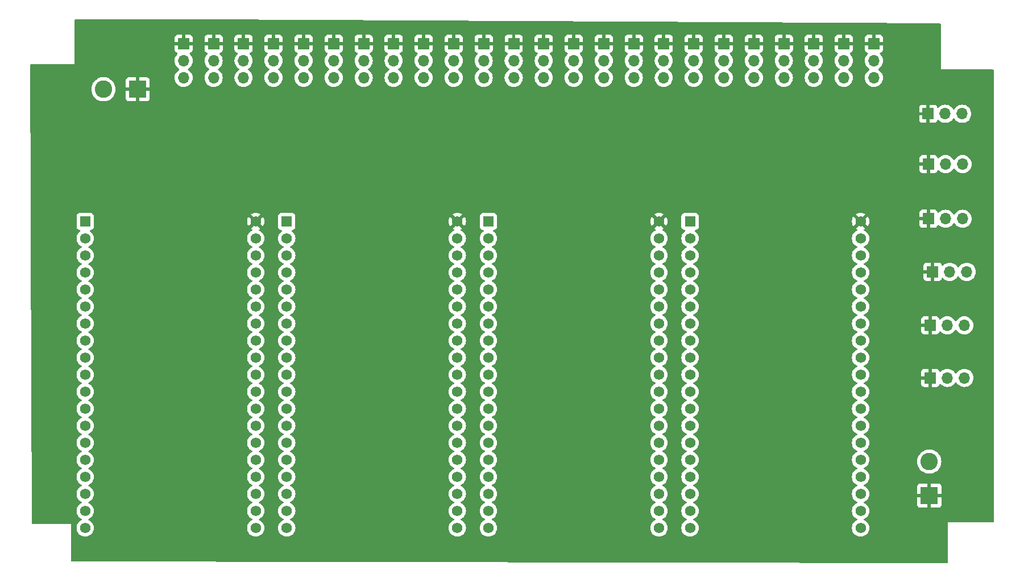
<source format=gbr>
%TF.GenerationSoftware,KiCad,Pcbnew,8.0.2-1*%
%TF.CreationDate,2025-01-01T20:34:54-05:00*%
%TF.ProjectId,C3P0_Controller,43335030-5f43-46f6-9e74-726f6c6c6572,rev?*%
%TF.SameCoordinates,Original*%
%TF.FileFunction,Copper,L4,Bot*%
%TF.FilePolarity,Positive*%
%FSLAX46Y46*%
G04 Gerber Fmt 4.6, Leading zero omitted, Abs format (unit mm)*
G04 Created by KiCad (PCBNEW 8.0.2-1) date 2025-01-01 20:34:54*
%MOMM*%
%LPD*%
G01*
G04 APERTURE LIST*
%TA.AperFunction,ComponentPad*%
%ADD10O,1.700000X1.700000*%
%TD*%
%TA.AperFunction,ComponentPad*%
%ADD11R,1.700000X1.700000*%
%TD*%
%TA.AperFunction,ComponentPad*%
%ADD12C,2.600000*%
%TD*%
%TA.AperFunction,ComponentPad*%
%ADD13R,2.600000X2.600000*%
%TD*%
%TA.AperFunction,ComponentPad*%
%ADD14R,1.560000X1.560000*%
%TD*%
%TA.AperFunction,ComponentPad*%
%ADD15C,1.560000*%
%TD*%
G04 APERTURE END LIST*
D10*
%TO.P,J26,3,Pin_3*%
%TO.N,MISC_2*%
X214826000Y-106944000D03*
%TO.P,J26,2,Pin_2*%
%TO.N,5V*%
X212286000Y-106944000D03*
D11*
%TO.P,J26,1,Pin_1*%
%TO.N,GND*%
X209746000Y-106944000D03*
%TD*%
%TO.P,J25,1,Pin_1*%
%TO.N,GND*%
X209736000Y-99118000D03*
D10*
%TO.P,J25,2,Pin_2*%
%TO.N,5V*%
X212276000Y-99118000D03*
%TO.P,J25,3,Pin_3*%
%TO.N,MISC_1*%
X214816000Y-99118000D03*
%TD*%
D11*
%TO.P,J24,1,Pin_1*%
%TO.N,GND*%
X147708396Y-57099000D03*
D10*
%TO.P,J24,2,Pin_2*%
%TO.N,SVR_PWR*%
X147708396Y-59639000D03*
%TO.P,J24,3,Pin_3*%
%TO.N,SPR_2*%
X147708396Y-62179000D03*
%TD*%
%TO.P,J23,3,Pin_3*%
%TO.N,SPR_1*%
X143239215Y-62179000D03*
%TO.P,J23,2,Pin_2*%
%TO.N,SVR_PWR*%
X143239215Y-59639000D03*
D11*
%TO.P,J23,1,Pin_1*%
%TO.N,GND*%
X143239215Y-57099000D03*
%TD*%
D12*
%TO.P,J51,2,Pin_2*%
%TO.N,5V*%
X209591000Y-119425000D03*
D13*
%TO.P,J51,1,Pin_1*%
%TO.N,GND*%
X209591000Y-124505000D03*
%TD*%
%TO.P,J50,1,Pin_1*%
%TO.N,GND*%
X91711000Y-63901000D03*
D12*
%TO.P,J50,2,Pin_2*%
%TO.N,SVR_PWR*%
X86631000Y-63901000D03*
%TD*%
D11*
%TO.P,J33,1,Pin_1*%
%TO.N,GND*%
X209486000Y-83210000D03*
D10*
%TO.P,J33,2,Pin_2*%
%TO.N,T_RX*%
X212026000Y-83210000D03*
%TO.P,J33,3,Pin_3*%
%TO.N,T_TX*%
X214566000Y-83210000D03*
%TD*%
D11*
%TO.P,J32,1,Pin_1*%
%TO.N,GND*%
X209425834Y-67563500D03*
D10*
%TO.P,J32,2,Pin_2*%
%TO.N,RA_RX*%
X211965834Y-67563500D03*
%TO.P,J32,3,Pin_3*%
%TO.N,RA_TX*%
X214505834Y-67563500D03*
%TD*%
D11*
%TO.P,J31,1,Pin_1*%
%TO.N,GND*%
X210088668Y-91122000D03*
D10*
%TO.P,J31,2,Pin_2*%
%TO.N,LA_RX*%
X212628668Y-91122000D03*
%TO.P,J31,3,Pin_3*%
%TO.N,LA_TX*%
X215168668Y-91122000D03*
%TD*%
D11*
%TO.P,J30,1,Pin_1*%
%TO.N,GND*%
X209486000Y-75062000D03*
D10*
%TO.P,J30,2,Pin_2*%
%TO.N,H_RX*%
X212026000Y-75062000D03*
%TO.P,J30,3,Pin_3*%
%TO.N,H_TX*%
X214566000Y-75062000D03*
%TD*%
%TO.P,J2,3,Pin_3*%
%TO.N,SRV_2*%
X129831672Y-62179000D03*
%TO.P,J2,2,Pin_2*%
%TO.N,SVR_PWR*%
X129831672Y-59639000D03*
D11*
%TO.P,J2,1,Pin_1*%
%TO.N,GND*%
X129831672Y-57099000D03*
%TD*%
D10*
%TO.P,J1,3,Pin_3*%
%TO.N,SRV_1*%
X125362491Y-62179000D03*
%TO.P,J1,2,Pin_2*%
%TO.N,SVR_PWR*%
X125362491Y-59639000D03*
D11*
%TO.P,J1,1,Pin_1*%
%TO.N,GND*%
X125362491Y-57099000D03*
%TD*%
D10*
%TO.P,J22,3,Pin_3*%
%TO.N,SRV_22*%
X174523482Y-62179000D03*
%TO.P,J22,2,Pin_2*%
%TO.N,SVR_PWR*%
X174523482Y-59639000D03*
D11*
%TO.P,J22,1,Pin_1*%
%TO.N,GND*%
X174523482Y-57099000D03*
%TD*%
D10*
%TO.P,J21,3,Pin_3*%
%TO.N,SRV_21*%
X170054301Y-62179000D03*
%TO.P,J21,2,Pin_2*%
%TO.N,SVR_PWR*%
X170054301Y-59639000D03*
D11*
%TO.P,J21,1,Pin_1*%
%TO.N,GND*%
X170054301Y-57099000D03*
%TD*%
D10*
%TO.P,J20,3,Pin_3*%
%TO.N,SRV_20*%
X165585120Y-62179000D03*
%TO.P,J20,2,Pin_2*%
%TO.N,SVR_PWR*%
X165585120Y-59639000D03*
D11*
%TO.P,J20,1,Pin_1*%
%TO.N,GND*%
X165585120Y-57099000D03*
%TD*%
D10*
%TO.P,J19,3,Pin_3*%
%TO.N,SRV_19*%
X161115939Y-62179000D03*
%TO.P,J19,2,Pin_2*%
%TO.N,SVR_PWR*%
X161115939Y-59639000D03*
D11*
%TO.P,J19,1,Pin_1*%
%TO.N,GND*%
X161115939Y-57099000D03*
%TD*%
D10*
%TO.P,J18,3,Pin_3*%
%TO.N,SRV_18*%
X156646758Y-62179000D03*
%TO.P,J18,2,Pin_2*%
%TO.N,SVR_PWR*%
X156646758Y-59639000D03*
D11*
%TO.P,J18,1,Pin_1*%
%TO.N,GND*%
X156646758Y-57099000D03*
%TD*%
D10*
%TO.P,J17,3,Pin_3*%
%TO.N,SRV_17*%
X152177577Y-62179000D03*
%TO.P,J17,2,Pin_2*%
%TO.N,SVR_PWR*%
X152177577Y-59639000D03*
D11*
%TO.P,J17,1,Pin_1*%
%TO.N,GND*%
X152177577Y-57099000D03*
%TD*%
D10*
%TO.P,J16,3,Pin_3*%
%TO.N,SRV_16*%
X120893310Y-62179000D03*
%TO.P,J16,2,Pin_2*%
%TO.N,SVR_PWR*%
X120893310Y-59639000D03*
D11*
%TO.P,J16,1,Pin_1*%
%TO.N,GND*%
X120893310Y-57099000D03*
%TD*%
D10*
%TO.P,J15,3,Pin_3*%
%TO.N,SRV_15*%
X116424129Y-62179000D03*
%TO.P,J15,2,Pin_2*%
%TO.N,SVR_PWR*%
X116424129Y-59639000D03*
D11*
%TO.P,J15,1,Pin_1*%
%TO.N,GND*%
X116424129Y-57099000D03*
%TD*%
D10*
%TO.P,J14,3,Pin_3*%
%TO.N,SRV_14*%
X111954948Y-62179000D03*
%TO.P,J14,2,Pin_2*%
%TO.N,SVR_PWR*%
X111954948Y-59639000D03*
D11*
%TO.P,J14,1,Pin_1*%
%TO.N,GND*%
X111954948Y-57099000D03*
%TD*%
D10*
%TO.P,J13,3,Pin_3*%
%TO.N,SRV_13*%
X107485767Y-62179000D03*
%TO.P,J13,2,Pin_2*%
%TO.N,SVR_PWR*%
X107485767Y-59639000D03*
D11*
%TO.P,J13,1,Pin_1*%
%TO.N,GND*%
X107485767Y-57099000D03*
%TD*%
D10*
%TO.P,J12,3,Pin_3*%
%TO.N,SRV_12*%
X103016586Y-62179000D03*
%TO.P,J12,2,Pin_2*%
%TO.N,SVR_PWR*%
X103016586Y-59639000D03*
D11*
%TO.P,J12,1,Pin_1*%
%TO.N,GND*%
X103016586Y-57099000D03*
%TD*%
D10*
%TO.P,J11,3,Pin_3*%
%TO.N,SRV_11*%
X98547405Y-62179000D03*
%TO.P,J11,2,Pin_2*%
%TO.N,SVR_PWR*%
X98547405Y-59639000D03*
D11*
%TO.P,J11,1,Pin_1*%
%TO.N,GND*%
X98547405Y-57099000D03*
%TD*%
D10*
%TO.P,J10,3,Pin_3*%
%TO.N,SRV_10*%
X201338569Y-62179000D03*
%TO.P,J10,2,Pin_2*%
%TO.N,SVR_PWR*%
X201338569Y-59639000D03*
D11*
%TO.P,J10,1,Pin_1*%
%TO.N,GND*%
X201338569Y-57099000D03*
%TD*%
D10*
%TO.P,J9,3,Pin_3*%
%TO.N,SRV_9*%
X196869387Y-62179000D03*
%TO.P,J9,2,Pin_2*%
%TO.N,SVR_PWR*%
X196869387Y-59639000D03*
D11*
%TO.P,J9,1,Pin_1*%
%TO.N,GND*%
X196869387Y-57099000D03*
%TD*%
D10*
%TO.P,J8,3,Pin_3*%
%TO.N,SRV_8*%
X192400206Y-62179000D03*
%TO.P,J8,2,Pin_2*%
%TO.N,SVR_PWR*%
X192400206Y-59639000D03*
D11*
%TO.P,J8,1,Pin_1*%
%TO.N,GND*%
X192400206Y-57099000D03*
%TD*%
D10*
%TO.P,J7,3,Pin_3*%
%TO.N,SRV_7*%
X187931025Y-62179000D03*
%TO.P,J7,2,Pin_2*%
%TO.N,SVR_PWR*%
X187931025Y-59639000D03*
D11*
%TO.P,J7,1,Pin_1*%
%TO.N,GND*%
X187931025Y-57099000D03*
%TD*%
D10*
%TO.P,J6,3,Pin_3*%
%TO.N,SRV_6*%
X183461844Y-62179000D03*
%TO.P,J6,2,Pin_2*%
%TO.N,SVR_PWR*%
X183461844Y-59639000D03*
D11*
%TO.P,J6,1,Pin_1*%
%TO.N,GND*%
X183461844Y-57099000D03*
%TD*%
D10*
%TO.P,J5,3,Pin_3*%
%TO.N,SRV_5*%
X178992663Y-62179000D03*
%TO.P,J5,2,Pin_2*%
%TO.N,SVR_PWR*%
X178992663Y-59639000D03*
D11*
%TO.P,J5,1,Pin_1*%
%TO.N,GND*%
X178992663Y-57099000D03*
%TD*%
D10*
%TO.P,J4,3,Pin_3*%
%TO.N,SRV_4*%
X138770034Y-62179000D03*
%TO.P,J4,2,Pin_2*%
%TO.N,SVR_PWR*%
X138770034Y-59639000D03*
D11*
%TO.P,J4,1,Pin_1*%
%TO.N,GND*%
X138770034Y-57099000D03*
%TD*%
D14*
%TO.P,U4,J2-1,3V3*%
%TO.N,unconnected-(U4-3V3-PadJ2-1)*%
X173963000Y-83611000D03*
D15*
%TO.P,U4,J2-2,EN*%
%TO.N,unconnected-(U4-EN-PadJ2-2)*%
X173963000Y-86151000D03*
%TO.P,U4,J2-3,SENSOR_VP*%
%TO.N,unconnected-(U4-SENSOR_VP-PadJ2-3)*%
X173963000Y-88691000D03*
%TO.P,U4,J2-4,SENSOR_VN*%
%TO.N,unconnected-(U4-SENSOR_VN-PadJ2-4)*%
X173963000Y-91231000D03*
%TO.P,U4,J2-5,IO34*%
%TO.N,unconnected-(U4-IO34-PadJ2-5)*%
X173963000Y-93771000D03*
%TO.P,U4,J2-6,IO35*%
%TO.N,unconnected-(U4-IO35-PadJ2-6)*%
X173963000Y-96311000D03*
%TO.P,U4,J2-7,IO32*%
%TO.N,unconnected-(U4-IO32-PadJ2-7)*%
X173963000Y-98851000D03*
%TO.P,U4,J2-8,IO33*%
%TO.N,unconnected-(U4-IO33-PadJ2-8)*%
X173963000Y-101391000D03*
%TO.P,U4,J2-9,IO25*%
%TO.N,unconnected-(U4-IO25-PadJ2-9)*%
X173963000Y-103931000D03*
%TO.P,U4,J2-10,IO26*%
%TO.N,unconnected-(U4-IO26-PadJ2-10)*%
X173963000Y-106471000D03*
%TO.P,U4,J2-11,IO27*%
%TO.N,unconnected-(U4-IO27-PadJ2-11)*%
X173963000Y-109011000D03*
%TO.P,U4,J2-12,IO14*%
%TO.N,unconnected-(U4-IO14-PadJ2-12)*%
X173963000Y-111551000D03*
%TO.P,U4,J2-13,IO12*%
%TO.N,unconnected-(U4-IO12-PadJ2-13)*%
X173963000Y-114091000D03*
%TO.P,U4,J2-14,GND1*%
%TO.N,unconnected-(U4-GND1-PadJ2-14)*%
X173963000Y-116631000D03*
%TO.P,U4,J2-15,IO13*%
%TO.N,unconnected-(U4-IO13-PadJ2-15)*%
X173963000Y-119171000D03*
%TO.P,U4,J2-16,SD2*%
%TO.N,unconnected-(U4-SD2-PadJ2-16)*%
X173963000Y-121711000D03*
%TO.P,U4,J2-17,SD3*%
%TO.N,unconnected-(U4-SD3-PadJ2-17)*%
X173963000Y-124251000D03*
%TO.P,U4,J2-18,CMD*%
%TO.N,unconnected-(U4-CMD-PadJ2-18)*%
X173963000Y-126791000D03*
%TO.P,U4,J2-19,EXT_5V*%
%TO.N,5V*%
X173963000Y-129331000D03*
%TO.P,U4,J3-1,GND3*%
%TO.N,GND*%
X199363000Y-83611000D03*
%TO.P,U4,J3-2,IO23*%
%TO.N,unconnected-(U4-IO23-PadJ3-2)*%
X199363000Y-86151000D03*
%TO.P,U4,J3-3,IO22*%
%TO.N,SRV_10*%
X199363000Y-88691000D03*
%TO.P,U4,J3-4,TXD0*%
%TO.N,LA_TX*%
X199363000Y-91231000D03*
%TO.P,U4,J3-5,RXD0*%
%TO.N,LA_RX*%
X199363000Y-93771000D03*
%TO.P,U4,J3-6,IO21*%
%TO.N,SRV_9*%
X199363000Y-96311000D03*
%TO.P,U4,J3-7,GND2*%
%TO.N,unconnected-(U4-GND2-PadJ3-7)*%
X199363000Y-98851000D03*
%TO.P,U4,J3-8,IO19*%
%TO.N,SRV_8*%
X199363000Y-101391000D03*
%TO.P,U4,J3-9,IO18*%
%TO.N,SRV_7*%
X199363000Y-103931000D03*
%TO.P,U4,J3-10,IO5*%
%TO.N,unconnected-(U4-IO5-PadJ3-10)*%
X199363000Y-106471000D03*
%TO.P,U4,J3-11,IO17*%
%TO.N,SRV_6*%
X199363000Y-109011000D03*
%TO.P,U4,J3-12,IO16*%
%TO.N,SRV_5*%
X199363000Y-111551000D03*
%TO.P,U4,J3-13,IO4*%
%TO.N,unconnected-(U4-IO4-PadJ3-13)*%
X199363000Y-114091000D03*
%TO.P,U4,J3-14,IO0*%
%TO.N,unconnected-(U4-IO0-PadJ3-14)*%
X199363000Y-116631000D03*
%TO.P,U4,J3-15,IO2*%
%TO.N,unconnected-(U4-IO2-PadJ3-15)*%
X199363000Y-119171000D03*
%TO.P,U4,J3-16,IO15*%
%TO.N,unconnected-(U4-IO15-PadJ3-16)*%
X199363000Y-121711000D03*
%TO.P,U4,J3-17,SD1*%
%TO.N,unconnected-(U4-SD1-PadJ3-17)*%
X199363000Y-124251000D03*
%TO.P,U4,J3-18,SD0*%
%TO.N,unconnected-(U4-SD0-PadJ3-18)*%
X199363000Y-126791000D03*
%TO.P,U4,J3-19,CLK*%
%TO.N,unconnected-(U4-CLK-PadJ3-19)*%
X199363000Y-129331000D03*
%TD*%
D14*
%TO.P,U3,J2-1,3V3*%
%TO.N,unconnected-(U3-3V3-PadJ2-1)*%
X143938000Y-83611000D03*
D15*
%TO.P,U3,J2-2,EN*%
%TO.N,unconnected-(U3-EN-PadJ2-2)*%
X143938000Y-86151000D03*
%TO.P,U3,J2-3,SENSOR_VP*%
%TO.N,unconnected-(U3-SENSOR_VP-PadJ2-3)*%
X143938000Y-88691000D03*
%TO.P,U3,J2-4,SENSOR_VN*%
%TO.N,unconnected-(U3-SENSOR_VN-PadJ2-4)*%
X143938000Y-91231000D03*
%TO.P,U3,J2-5,IO34*%
%TO.N,unconnected-(U3-IO34-PadJ2-5)*%
X143938000Y-93771000D03*
%TO.P,U3,J2-6,IO35*%
%TO.N,unconnected-(U3-IO35-PadJ2-6)*%
X143938000Y-96311000D03*
%TO.P,U3,J2-7,IO32*%
%TO.N,unconnected-(U3-IO32-PadJ2-7)*%
X143938000Y-98851000D03*
%TO.P,U3,J2-8,IO33*%
%TO.N,unconnected-(U3-IO33-PadJ2-8)*%
X143938000Y-101391000D03*
%TO.P,U3,J2-9,IO25*%
%TO.N,unconnected-(U3-IO25-PadJ2-9)*%
X143938000Y-103931000D03*
%TO.P,U3,J2-10,IO26*%
%TO.N,unconnected-(U3-IO26-PadJ2-10)*%
X143938000Y-106471000D03*
%TO.P,U3,J2-11,IO27*%
%TO.N,unconnected-(U3-IO27-PadJ2-11)*%
X143938000Y-109011000D03*
%TO.P,U3,J2-12,IO14*%
%TO.N,unconnected-(U3-IO14-PadJ2-12)*%
X143938000Y-111551000D03*
%TO.P,U3,J2-13,IO12*%
%TO.N,unconnected-(U3-IO12-PadJ2-13)*%
X143938000Y-114091000D03*
%TO.P,U3,J2-14,GND1*%
%TO.N,unconnected-(U3-GND1-PadJ2-14)*%
X143938000Y-116631000D03*
%TO.P,U3,J2-15,IO13*%
%TO.N,unconnected-(U3-IO13-PadJ2-15)*%
X143938000Y-119171000D03*
%TO.P,U3,J2-16,SD2*%
%TO.N,unconnected-(U3-SD2-PadJ2-16)*%
X143938000Y-121711000D03*
%TO.P,U3,J2-17,SD3*%
%TO.N,unconnected-(U3-SD3-PadJ2-17)*%
X143938000Y-124251000D03*
%TO.P,U3,J2-18,CMD*%
%TO.N,unconnected-(U3-CMD-PadJ2-18)*%
X143938000Y-126791000D03*
%TO.P,U3,J2-19,EXT_5V*%
%TO.N,5V*%
X143938000Y-129331000D03*
%TO.P,U3,J3-1,GND3*%
%TO.N,GND*%
X169338000Y-83611000D03*
%TO.P,U3,J3-2,IO23*%
%TO.N,unconnected-(U3-IO23-PadJ3-2)*%
X169338000Y-86151000D03*
%TO.P,U3,J3-3,IO22*%
%TO.N,SRV_22*%
X169338000Y-88691000D03*
%TO.P,U3,J3-4,TXD0*%
%TO.N,T_TX*%
X169338000Y-91231000D03*
%TO.P,U3,J3-5,RXD0*%
%TO.N,T_RX*%
X169338000Y-93771000D03*
%TO.P,U3,J3-6,IO21*%
%TO.N,SRV_21*%
X169338000Y-96311000D03*
%TO.P,U3,J3-7,GND2*%
%TO.N,unconnected-(U3-GND2-PadJ3-7)*%
X169338000Y-98851000D03*
%TO.P,U3,J3-8,IO19*%
%TO.N,SRV_20*%
X169338000Y-101391000D03*
%TO.P,U3,J3-9,IO18*%
%TO.N,SRV_19*%
X169338000Y-103931000D03*
%TO.P,U3,J3-10,IO5*%
%TO.N,unconnected-(U3-IO5-PadJ3-10)*%
X169338000Y-106471000D03*
%TO.P,U3,J3-11,IO17*%
%TO.N,SRV_18*%
X169338000Y-109011000D03*
%TO.P,U3,J3-12,IO16*%
%TO.N,SRV_17*%
X169338000Y-111551000D03*
%TO.P,U3,J3-13,IO4*%
%TO.N,unconnected-(U3-IO4-PadJ3-13)*%
X169338000Y-114091000D03*
%TO.P,U3,J3-14,IO0*%
%TO.N,unconnected-(U3-IO0-PadJ3-14)*%
X169338000Y-116631000D03*
%TO.P,U3,J3-15,IO2*%
%TO.N,unconnected-(U3-IO2-PadJ3-15)*%
X169338000Y-119171000D03*
%TO.P,U3,J3-16,IO15*%
%TO.N,unconnected-(U3-IO15-PadJ3-16)*%
X169338000Y-121711000D03*
%TO.P,U3,J3-17,SD1*%
%TO.N,unconnected-(U3-SD1-PadJ3-17)*%
X169338000Y-124251000D03*
%TO.P,U3,J3-18,SD0*%
%TO.N,unconnected-(U3-SD0-PadJ3-18)*%
X169338000Y-126791000D03*
%TO.P,U3,J3-19,CLK*%
%TO.N,unconnected-(U3-CLK-PadJ3-19)*%
X169338000Y-129331000D03*
%TD*%
D14*
%TO.P,U2,J2-1,3V3*%
%TO.N,unconnected-(U2-3V3-PadJ2-1)*%
X113913000Y-83611000D03*
D15*
%TO.P,U2,J2-2,EN*%
%TO.N,unconnected-(U2-EN-PadJ2-2)*%
X113913000Y-86151000D03*
%TO.P,U2,J2-3,SENSOR_VP*%
%TO.N,unconnected-(U2-SENSOR_VP-PadJ2-3)*%
X113913000Y-88691000D03*
%TO.P,U2,J2-4,SENSOR_VN*%
%TO.N,unconnected-(U2-SENSOR_VN-PadJ2-4)*%
X113913000Y-91231000D03*
%TO.P,U2,J2-5,IO34*%
%TO.N,unconnected-(U2-IO34-PadJ2-5)*%
X113913000Y-93771000D03*
%TO.P,U2,J2-6,IO35*%
%TO.N,unconnected-(U2-IO35-PadJ2-6)*%
X113913000Y-96311000D03*
%TO.P,U2,J2-7,IO32*%
%TO.N,unconnected-(U2-IO32-PadJ2-7)*%
X113913000Y-98851000D03*
%TO.P,U2,J2-8,IO33*%
%TO.N,unconnected-(U2-IO33-PadJ2-8)*%
X113913000Y-101391000D03*
%TO.P,U2,J2-9,IO25*%
%TO.N,unconnected-(U2-IO25-PadJ2-9)*%
X113913000Y-103931000D03*
%TO.P,U2,J2-10,IO26*%
%TO.N,MISC_1*%
X113913000Y-106471000D03*
%TO.P,U2,J2-11,IO27*%
%TO.N,MISC_2*%
X113913000Y-109011000D03*
%TO.P,U2,J2-12,IO14*%
%TO.N,unconnected-(U2-IO14-PadJ2-12)*%
X113913000Y-111551000D03*
%TO.P,U2,J2-13,IO12*%
%TO.N,unconnected-(U2-IO12-PadJ2-13)*%
X113913000Y-114091000D03*
%TO.P,U2,J2-14,GND1*%
%TO.N,unconnected-(U2-GND1-PadJ2-14)*%
X113913000Y-116631000D03*
%TO.P,U2,J2-15,IO13*%
%TO.N,unconnected-(U2-IO13-PadJ2-15)*%
X113913000Y-119171000D03*
%TO.P,U2,J2-16,SD2*%
%TO.N,unconnected-(U2-SD2-PadJ2-16)*%
X113913000Y-121711000D03*
%TO.P,U2,J2-17,SD3*%
%TO.N,unconnected-(U2-SD3-PadJ2-17)*%
X113913000Y-124251000D03*
%TO.P,U2,J2-18,CMD*%
%TO.N,unconnected-(U2-CMD-PadJ2-18)*%
X113913000Y-126791000D03*
%TO.P,U2,J2-19,EXT_5V*%
%TO.N,5V*%
X113913000Y-129331000D03*
%TO.P,U2,J3-1,GND3*%
%TO.N,GND*%
X139313000Y-83611000D03*
%TO.P,U2,J3-2,IO23*%
%TO.N,unconnected-(U2-IO23-PadJ3-2)*%
X139313000Y-86151000D03*
%TO.P,U2,J3-3,IO22*%
%TO.N,SPR_2*%
X139313000Y-88691000D03*
%TO.P,U2,J3-4,TXD0*%
%TO.N,H_TX*%
X139313000Y-91231000D03*
%TO.P,U2,J3-5,RXD0*%
%TO.N,H_RX*%
X139313000Y-93771000D03*
%TO.P,U2,J3-6,IO21*%
%TO.N,SPR_1*%
X139313000Y-96311000D03*
%TO.P,U2,J3-7,GND2*%
%TO.N,unconnected-(U2-GND2-PadJ3-7)*%
X139313000Y-98851000D03*
%TO.P,U2,J3-8,IO19*%
%TO.N,SRV_4*%
X139313000Y-101391000D03*
%TO.P,U2,J3-9,IO18*%
%TO.N,SRV_3*%
X139313000Y-103931000D03*
%TO.P,U2,J3-10,IO5*%
%TO.N,unconnected-(U2-IO5-PadJ3-10)*%
X139313000Y-106471000D03*
%TO.P,U2,J3-11,IO17*%
%TO.N,SRV_2*%
X139313000Y-109011000D03*
%TO.P,U2,J3-12,IO16*%
%TO.N,SRV_1*%
X139313000Y-111551000D03*
%TO.P,U2,J3-13,IO4*%
%TO.N,unconnected-(U2-IO4-PadJ3-13)*%
X139313000Y-114091000D03*
%TO.P,U2,J3-14,IO0*%
%TO.N,unconnected-(U2-IO0-PadJ3-14)*%
X139313000Y-116631000D03*
%TO.P,U2,J3-15,IO2*%
%TO.N,unconnected-(U2-IO2-PadJ3-15)*%
X139313000Y-119171000D03*
%TO.P,U2,J3-16,IO15*%
%TO.N,unconnected-(U2-IO15-PadJ3-16)*%
X139313000Y-121711000D03*
%TO.P,U2,J3-17,SD1*%
%TO.N,unconnected-(U2-SD1-PadJ3-17)*%
X139313000Y-124251000D03*
%TO.P,U2,J3-18,SD0*%
%TO.N,unconnected-(U2-SD0-PadJ3-18)*%
X139313000Y-126791000D03*
%TO.P,U2,J3-19,CLK*%
%TO.N,unconnected-(U2-CLK-PadJ3-19)*%
X139313000Y-129331000D03*
%TD*%
D14*
%TO.P,U1,J2-1,3V3*%
%TO.N,unconnected-(U1-3V3-PadJ2-1)*%
X83888000Y-83611000D03*
D15*
%TO.P,U1,J2-2,EN*%
%TO.N,unconnected-(U1-EN-PadJ2-2)*%
X83888000Y-86151000D03*
%TO.P,U1,J2-3,SENSOR_VP*%
%TO.N,unconnected-(U1-SENSOR_VP-PadJ2-3)*%
X83888000Y-88691000D03*
%TO.P,U1,J2-4,SENSOR_VN*%
%TO.N,unconnected-(U1-SENSOR_VN-PadJ2-4)*%
X83888000Y-91231000D03*
%TO.P,U1,J2-5,IO34*%
%TO.N,unconnected-(U1-IO34-PadJ2-5)*%
X83888000Y-93771000D03*
%TO.P,U1,J2-6,IO35*%
%TO.N,unconnected-(U1-IO35-PadJ2-6)*%
X83888000Y-96311000D03*
%TO.P,U1,J2-7,IO32*%
%TO.N,unconnected-(U1-IO32-PadJ2-7)*%
X83888000Y-98851000D03*
%TO.P,U1,J2-8,IO33*%
%TO.N,unconnected-(U1-IO33-PadJ2-8)*%
X83888000Y-101391000D03*
%TO.P,U1,J2-9,IO25*%
%TO.N,unconnected-(U1-IO25-PadJ2-9)*%
X83888000Y-103931000D03*
%TO.P,U1,J2-10,IO26*%
%TO.N,unconnected-(U1-IO26-PadJ2-10)*%
X83888000Y-106471000D03*
%TO.P,U1,J2-11,IO27*%
%TO.N,unconnected-(U1-IO27-PadJ2-11)*%
X83888000Y-109011000D03*
%TO.P,U1,J2-12,IO14*%
%TO.N,unconnected-(U1-IO14-PadJ2-12)*%
X83888000Y-111551000D03*
%TO.P,U1,J2-13,IO12*%
%TO.N,unconnected-(U1-IO12-PadJ2-13)*%
X83888000Y-114091000D03*
%TO.P,U1,J2-14,GND1*%
%TO.N,unconnected-(U1-GND1-PadJ2-14)*%
X83888000Y-116631000D03*
%TO.P,U1,J2-15,IO13*%
%TO.N,unconnected-(U1-IO13-PadJ2-15)*%
X83888000Y-119171000D03*
%TO.P,U1,J2-16,SD2*%
%TO.N,unconnected-(U1-SD2-PadJ2-16)*%
X83888000Y-121711000D03*
%TO.P,U1,J2-17,SD3*%
%TO.N,unconnected-(U1-SD3-PadJ2-17)*%
X83888000Y-124251000D03*
%TO.P,U1,J2-18,CMD*%
%TO.N,unconnected-(U1-CMD-PadJ2-18)*%
X83888000Y-126791000D03*
%TO.P,U1,J2-19,EXT_5V*%
%TO.N,5V*%
X83888000Y-129331000D03*
%TO.P,U1,J3-1,GND3*%
%TO.N,GND*%
X109288000Y-83611000D03*
%TO.P,U1,J3-2,IO23*%
%TO.N,unconnected-(U1-IO23-PadJ3-2)*%
X109288000Y-86151000D03*
%TO.P,U1,J3-3,IO22*%
%TO.N,SRV_16*%
X109288000Y-88691000D03*
%TO.P,U1,J3-4,TXD0*%
%TO.N,RA_TX*%
X109288000Y-91231000D03*
%TO.P,U1,J3-5,RXD0*%
%TO.N,RA_RX*%
X109288000Y-93771000D03*
%TO.P,U1,J3-6,IO21*%
%TO.N,SRV_15*%
X109288000Y-96311000D03*
%TO.P,U1,J3-7,GND2*%
%TO.N,unconnected-(U1-GND2-PadJ3-7)*%
X109288000Y-98851000D03*
%TO.P,U1,J3-8,IO19*%
%TO.N,SRV_14*%
X109288000Y-101391000D03*
%TO.P,U1,J3-9,IO18*%
%TO.N,SRV_13*%
X109288000Y-103931000D03*
%TO.P,U1,J3-10,IO5*%
%TO.N,unconnected-(U1-IO5-PadJ3-10)*%
X109288000Y-106471000D03*
%TO.P,U1,J3-11,IO17*%
%TO.N,SRV_12*%
X109288000Y-109011000D03*
%TO.P,U1,J3-12,IO16*%
%TO.N,SRV_11*%
X109288000Y-111551000D03*
%TO.P,U1,J3-13,IO4*%
%TO.N,unconnected-(U1-IO4-PadJ3-13)*%
X109288000Y-114091000D03*
%TO.P,U1,J3-14,IO0*%
%TO.N,unconnected-(U1-IO0-PadJ3-14)*%
X109288000Y-116631000D03*
%TO.P,U1,J3-15,IO2*%
%TO.N,unconnected-(U1-IO2-PadJ3-15)*%
X109288000Y-119171000D03*
%TO.P,U1,J3-16,IO15*%
%TO.N,unconnected-(U1-IO15-PadJ3-16)*%
X109288000Y-121711000D03*
%TO.P,U1,J3-17,SD1*%
%TO.N,unconnected-(U1-SD1-PadJ3-17)*%
X109288000Y-124251000D03*
%TO.P,U1,J3-18,SD0*%
%TO.N,unconnected-(U1-SD0-PadJ3-18)*%
X109288000Y-126791000D03*
%TO.P,U1,J3-19,CLK*%
%TO.N,unconnected-(U1-CLK-PadJ3-19)*%
X109288000Y-129331000D03*
%TD*%
D10*
%TO.P,J3,3,Pin_3*%
%TO.N,SRV_3*%
X134300853Y-62179000D03*
%TO.P,J3,2,Pin_2*%
%TO.N,SVR_PWR*%
X134300853Y-59639000D03*
D11*
%TO.P,J3,1,Pin_1*%
%TO.N,GND*%
X134300853Y-57099000D03*
%TD*%
%TA.AperFunction,Conductor*%
%TO.N,GND*%
G36*
X102023672Y-53456502D02*
G01*
X211204732Y-54101272D01*
X211271654Y-54121352D01*
X211317097Y-54174426D01*
X211328000Y-54225270D01*
X211328000Y-60960000D01*
X219078000Y-60960000D01*
X219145039Y-60979685D01*
X219190794Y-61032489D01*
X219202000Y-61084000D01*
X219202000Y-128400000D01*
X219182315Y-128467039D01*
X219129511Y-128512794D01*
X219078000Y-128524000D01*
X212344000Y-128524000D01*
X212344000Y-134495758D01*
X212324315Y-134562797D01*
X212271511Y-134608552D01*
X212219759Y-134619758D01*
X81911759Y-134366240D01*
X81844758Y-134346425D01*
X81799106Y-134293532D01*
X81788000Y-134242240D01*
X81788000Y-128778000D01*
X76069541Y-128778000D01*
X76002502Y-128758315D01*
X75956747Y-128705511D01*
X75945542Y-128654459D01*
X75945017Y-128512794D01*
X75788122Y-86150998D01*
X82602609Y-86150998D01*
X82602609Y-86151001D01*
X82622136Y-86374200D01*
X82622137Y-86374208D01*
X82680126Y-86590625D01*
X82680127Y-86590627D01*
X82680128Y-86590630D01*
X82774819Y-86793696D01*
X82774821Y-86793700D01*
X82903329Y-86977228D01*
X82903334Y-86977234D01*
X83061765Y-87135665D01*
X83061771Y-87135670D01*
X83245299Y-87264178D01*
X83245301Y-87264179D01*
X83245304Y-87264181D01*
X83340600Y-87308618D01*
X83393039Y-87354790D01*
X83412191Y-87421984D01*
X83391975Y-87488865D01*
X83340600Y-87533382D01*
X83245306Y-87577818D01*
X83245304Y-87577819D01*
X83061764Y-87706334D01*
X82903334Y-87864764D01*
X82774819Y-88048304D01*
X82774818Y-88048306D01*
X82680129Y-88251368D01*
X82680126Y-88251374D01*
X82622137Y-88467791D01*
X82622136Y-88467799D01*
X82602609Y-88690998D01*
X82602609Y-88691001D01*
X82622136Y-88914200D01*
X82622137Y-88914208D01*
X82680126Y-89130625D01*
X82680127Y-89130627D01*
X82680128Y-89130630D01*
X82774819Y-89333696D01*
X82774821Y-89333700D01*
X82903329Y-89517228D01*
X82903334Y-89517234D01*
X83061765Y-89675665D01*
X83061771Y-89675670D01*
X83245299Y-89804178D01*
X83245301Y-89804179D01*
X83245304Y-89804181D01*
X83339485Y-89848098D01*
X83340600Y-89848618D01*
X83393039Y-89894790D01*
X83412191Y-89961984D01*
X83391975Y-90028865D01*
X83340600Y-90073382D01*
X83245306Y-90117818D01*
X83245304Y-90117819D01*
X83061764Y-90246334D01*
X82903334Y-90404764D01*
X82774819Y-90588304D01*
X82774818Y-90588306D01*
X82680129Y-90791368D01*
X82680126Y-90791374D01*
X82622137Y-91007791D01*
X82622136Y-91007799D01*
X82602609Y-91230998D01*
X82602609Y-91231001D01*
X82622136Y-91454200D01*
X82622137Y-91454208D01*
X82680126Y-91670625D01*
X82680127Y-91670627D01*
X82680128Y-91670630D01*
X82735113Y-91788546D01*
X82774819Y-91873696D01*
X82774821Y-91873700D01*
X82903329Y-92057228D01*
X82903334Y-92057234D01*
X83061765Y-92215665D01*
X83061771Y-92215670D01*
X83245299Y-92344178D01*
X83245301Y-92344179D01*
X83245304Y-92344181D01*
X83340600Y-92388618D01*
X83393039Y-92434790D01*
X83412191Y-92501984D01*
X83391975Y-92568865D01*
X83340600Y-92613382D01*
X83245306Y-92657818D01*
X83245304Y-92657819D01*
X83061764Y-92786334D01*
X82903334Y-92944764D01*
X82774819Y-93128304D01*
X82774818Y-93128306D01*
X82680129Y-93331368D01*
X82680126Y-93331374D01*
X82622137Y-93547791D01*
X82622136Y-93547799D01*
X82602609Y-93770998D01*
X82602609Y-93771001D01*
X82622136Y-93994200D01*
X82622137Y-93994208D01*
X82680126Y-94210625D01*
X82680127Y-94210627D01*
X82680128Y-94210630D01*
X82774819Y-94413696D01*
X82774821Y-94413700D01*
X82903329Y-94597228D01*
X82903334Y-94597234D01*
X83061765Y-94755665D01*
X83061771Y-94755670D01*
X83245299Y-94884178D01*
X83245301Y-94884179D01*
X83245304Y-94884181D01*
X83340600Y-94928618D01*
X83393039Y-94974790D01*
X83412191Y-95041984D01*
X83391975Y-95108865D01*
X83340600Y-95153382D01*
X83245306Y-95197818D01*
X83245304Y-95197819D01*
X83061764Y-95326334D01*
X82903334Y-95484764D01*
X82774819Y-95668304D01*
X82774818Y-95668306D01*
X82680129Y-95871368D01*
X82680126Y-95871374D01*
X82622137Y-96087791D01*
X82622136Y-96087799D01*
X82602609Y-96310998D01*
X82602609Y-96311001D01*
X82622136Y-96534200D01*
X82622137Y-96534208D01*
X82680126Y-96750625D01*
X82680127Y-96750627D01*
X82680128Y-96750630D01*
X82774819Y-96953696D01*
X82774821Y-96953700D01*
X82903329Y-97137228D01*
X82903334Y-97137234D01*
X83061765Y-97295665D01*
X83061771Y-97295670D01*
X83245299Y-97424178D01*
X83245301Y-97424179D01*
X83245304Y-97424181D01*
X83340600Y-97468618D01*
X83393039Y-97514790D01*
X83412191Y-97581984D01*
X83391975Y-97648865D01*
X83340600Y-97693382D01*
X83245306Y-97737818D01*
X83245304Y-97737819D01*
X83061764Y-97866334D01*
X82903334Y-98024764D01*
X82774819Y-98208304D01*
X82774818Y-98208306D01*
X82680129Y-98411368D01*
X82680126Y-98411374D01*
X82622137Y-98627791D01*
X82622136Y-98627799D01*
X82602609Y-98850998D01*
X82602609Y-98851001D01*
X82622136Y-99074200D01*
X82622137Y-99074208D01*
X82680126Y-99290625D01*
X82680127Y-99290627D01*
X82680128Y-99290630D01*
X82709402Y-99353408D01*
X82774819Y-99493696D01*
X82774821Y-99493700D01*
X82903329Y-99677228D01*
X82903334Y-99677234D01*
X83061765Y-99835665D01*
X83061771Y-99835670D01*
X83245299Y-99964178D01*
X83245301Y-99964179D01*
X83245304Y-99964181D01*
X83299389Y-99989401D01*
X83340600Y-100008618D01*
X83393039Y-100054790D01*
X83412191Y-100121984D01*
X83391975Y-100188865D01*
X83340600Y-100233382D01*
X83245306Y-100277818D01*
X83245304Y-100277819D01*
X83061764Y-100406334D01*
X82903334Y-100564764D01*
X82774819Y-100748304D01*
X82774818Y-100748306D01*
X82680129Y-100951368D01*
X82680126Y-100951374D01*
X82622137Y-101167791D01*
X82622136Y-101167799D01*
X82602609Y-101390998D01*
X82602609Y-101391001D01*
X82622136Y-101614200D01*
X82622137Y-101614208D01*
X82680126Y-101830625D01*
X82680127Y-101830627D01*
X82680128Y-101830630D01*
X82774819Y-102033696D01*
X82774821Y-102033700D01*
X82903329Y-102217228D01*
X82903334Y-102217234D01*
X83061765Y-102375665D01*
X83061771Y-102375670D01*
X83245299Y-102504178D01*
X83245301Y-102504179D01*
X83245304Y-102504181D01*
X83340600Y-102548618D01*
X83393039Y-102594790D01*
X83412191Y-102661984D01*
X83391975Y-102728865D01*
X83340600Y-102773382D01*
X83245306Y-102817818D01*
X83245304Y-102817819D01*
X83061764Y-102946334D01*
X82903334Y-103104764D01*
X82774819Y-103288304D01*
X82774818Y-103288306D01*
X82680129Y-103491368D01*
X82680126Y-103491374D01*
X82622137Y-103707791D01*
X82622136Y-103707799D01*
X82602609Y-103930998D01*
X82602609Y-103931001D01*
X82622136Y-104154200D01*
X82622137Y-104154208D01*
X82680126Y-104370625D01*
X82680127Y-104370627D01*
X82680128Y-104370630D01*
X82774819Y-104573696D01*
X82774821Y-104573700D01*
X82903329Y-104757228D01*
X82903334Y-104757234D01*
X83061765Y-104915665D01*
X83061771Y-104915670D01*
X83245299Y-105044178D01*
X83245301Y-105044179D01*
X83245304Y-105044181D01*
X83340600Y-105088618D01*
X83393039Y-105134790D01*
X83412191Y-105201984D01*
X83391975Y-105268865D01*
X83340600Y-105313382D01*
X83245306Y-105357818D01*
X83245304Y-105357819D01*
X83061764Y-105486334D01*
X82903334Y-105644764D01*
X82774819Y-105828304D01*
X82774818Y-105828306D01*
X82680129Y-106031368D01*
X82680126Y-106031374D01*
X82622137Y-106247791D01*
X82622136Y-106247799D01*
X82602609Y-106470998D01*
X82602609Y-106471001D01*
X82622136Y-106694200D01*
X82622137Y-106694208D01*
X82680126Y-106910625D01*
X82680127Y-106910627D01*
X82680128Y-106910630D01*
X82695689Y-106944000D01*
X82774819Y-107113696D01*
X82774821Y-107113700D01*
X82903329Y-107297228D01*
X82903334Y-107297234D01*
X83061765Y-107455665D01*
X83061771Y-107455670D01*
X83245299Y-107584178D01*
X83245301Y-107584179D01*
X83245304Y-107584181D01*
X83340600Y-107628618D01*
X83393039Y-107674790D01*
X83412191Y-107741984D01*
X83391975Y-107808865D01*
X83340600Y-107853382D01*
X83245306Y-107897818D01*
X83245304Y-107897819D01*
X83061764Y-108026334D01*
X82903334Y-108184764D01*
X82774819Y-108368304D01*
X82774818Y-108368306D01*
X82680129Y-108571368D01*
X82680126Y-108571374D01*
X82622137Y-108787791D01*
X82622136Y-108787799D01*
X82602609Y-109010998D01*
X82602609Y-109011001D01*
X82622136Y-109234200D01*
X82622137Y-109234208D01*
X82680126Y-109450625D01*
X82680127Y-109450627D01*
X82680128Y-109450630D01*
X82774819Y-109653696D01*
X82774821Y-109653700D01*
X82903329Y-109837228D01*
X82903334Y-109837234D01*
X83061765Y-109995665D01*
X83061771Y-109995670D01*
X83245299Y-110124178D01*
X83245301Y-110124179D01*
X83245304Y-110124181D01*
X83340600Y-110168618D01*
X83393039Y-110214790D01*
X83412191Y-110281984D01*
X83391975Y-110348865D01*
X83340600Y-110393382D01*
X83245306Y-110437818D01*
X83245304Y-110437819D01*
X83061764Y-110566334D01*
X82903334Y-110724764D01*
X82774819Y-110908304D01*
X82774818Y-110908306D01*
X82680129Y-111111368D01*
X82680126Y-111111374D01*
X82622137Y-111327791D01*
X82622136Y-111327799D01*
X82602609Y-111550998D01*
X82602609Y-111551001D01*
X82622136Y-111774200D01*
X82622137Y-111774208D01*
X82680126Y-111990625D01*
X82680127Y-111990627D01*
X82680128Y-111990630D01*
X82774819Y-112193696D01*
X82774821Y-112193700D01*
X82903329Y-112377228D01*
X82903334Y-112377234D01*
X83061765Y-112535665D01*
X83061771Y-112535670D01*
X83245299Y-112664178D01*
X83245301Y-112664179D01*
X83245304Y-112664181D01*
X83340600Y-112708618D01*
X83393039Y-112754790D01*
X83412191Y-112821984D01*
X83391975Y-112888865D01*
X83340600Y-112933382D01*
X83245306Y-112977818D01*
X83245304Y-112977819D01*
X83061764Y-113106334D01*
X82903334Y-113264764D01*
X82774819Y-113448304D01*
X82774818Y-113448306D01*
X82680129Y-113651368D01*
X82680126Y-113651374D01*
X82622137Y-113867791D01*
X82622136Y-113867799D01*
X82602609Y-114090998D01*
X82602609Y-114091001D01*
X82622136Y-114314200D01*
X82622137Y-114314208D01*
X82680126Y-114530625D01*
X82680127Y-114530627D01*
X82680128Y-114530630D01*
X82774819Y-114733696D01*
X82774821Y-114733700D01*
X82903329Y-114917228D01*
X82903334Y-114917234D01*
X83061765Y-115075665D01*
X83061771Y-115075670D01*
X83245299Y-115204178D01*
X83245301Y-115204179D01*
X83245304Y-115204181D01*
X83340600Y-115248618D01*
X83393039Y-115294790D01*
X83412191Y-115361984D01*
X83391975Y-115428865D01*
X83340600Y-115473382D01*
X83245306Y-115517818D01*
X83245304Y-115517819D01*
X83061764Y-115646334D01*
X82903334Y-115804764D01*
X82774819Y-115988304D01*
X82774818Y-115988306D01*
X82680129Y-116191368D01*
X82680126Y-116191374D01*
X82622137Y-116407791D01*
X82622136Y-116407799D01*
X82602609Y-116630998D01*
X82602609Y-116631001D01*
X82622136Y-116854200D01*
X82622137Y-116854208D01*
X82680126Y-117070625D01*
X82680127Y-117070627D01*
X82680128Y-117070630D01*
X82774819Y-117273696D01*
X82774821Y-117273700D01*
X82903329Y-117457228D01*
X82903334Y-117457234D01*
X83061765Y-117615665D01*
X83061771Y-117615670D01*
X83245299Y-117744178D01*
X83245301Y-117744179D01*
X83245304Y-117744181D01*
X83340600Y-117788618D01*
X83393039Y-117834790D01*
X83412191Y-117901984D01*
X83391975Y-117968865D01*
X83340600Y-118013382D01*
X83245306Y-118057818D01*
X83245304Y-118057819D01*
X83061764Y-118186334D01*
X82903334Y-118344764D01*
X82774819Y-118528304D01*
X82774818Y-118528306D01*
X82680129Y-118731368D01*
X82680126Y-118731374D01*
X82622137Y-118947791D01*
X82622136Y-118947799D01*
X82602609Y-119170998D01*
X82602609Y-119171001D01*
X82622136Y-119394200D01*
X82622137Y-119394208D01*
X82680126Y-119610625D01*
X82680127Y-119610627D01*
X82680128Y-119610630D01*
X82719051Y-119694101D01*
X82774819Y-119813696D01*
X82774821Y-119813700D01*
X82903329Y-119997228D01*
X82903334Y-119997234D01*
X83061765Y-120155665D01*
X83061771Y-120155670D01*
X83245299Y-120284178D01*
X83245301Y-120284179D01*
X83245304Y-120284181D01*
X83340600Y-120328618D01*
X83393039Y-120374790D01*
X83412191Y-120441984D01*
X83391975Y-120508865D01*
X83340600Y-120553382D01*
X83245306Y-120597818D01*
X83245304Y-120597819D01*
X83061764Y-120726334D01*
X82903334Y-120884764D01*
X82774819Y-121068304D01*
X82774818Y-121068306D01*
X82680129Y-121271368D01*
X82680126Y-121271374D01*
X82622137Y-121487791D01*
X82622136Y-121487799D01*
X82602609Y-121710998D01*
X82602609Y-121711001D01*
X82622136Y-121934200D01*
X82622137Y-121934208D01*
X82680126Y-122150625D01*
X82680127Y-122150627D01*
X82680128Y-122150630D01*
X82774819Y-122353696D01*
X82774821Y-122353700D01*
X82903329Y-122537228D01*
X82903334Y-122537234D01*
X83061765Y-122695665D01*
X83061771Y-122695670D01*
X83245299Y-122824178D01*
X83245301Y-122824179D01*
X83245304Y-122824181D01*
X83340600Y-122868618D01*
X83393039Y-122914790D01*
X83412191Y-122981984D01*
X83391975Y-123048865D01*
X83340600Y-123093382D01*
X83245306Y-123137818D01*
X83245304Y-123137819D01*
X83061764Y-123266334D01*
X82903334Y-123424764D01*
X82774819Y-123608304D01*
X82774818Y-123608306D01*
X82680129Y-123811368D01*
X82680126Y-123811374D01*
X82622137Y-124027791D01*
X82622136Y-124027799D01*
X82602609Y-124250998D01*
X82602609Y-124251001D01*
X82622136Y-124474200D01*
X82622137Y-124474208D01*
X82680126Y-124690625D01*
X82680127Y-124690627D01*
X82680128Y-124690630D01*
X82737139Y-124812890D01*
X82774819Y-124893696D01*
X82774821Y-124893700D01*
X82903329Y-125077228D01*
X82903334Y-125077234D01*
X83061765Y-125235665D01*
X83061771Y-125235670D01*
X83245299Y-125364178D01*
X83245301Y-125364179D01*
X83245304Y-125364181D01*
X83340600Y-125408618D01*
X83393039Y-125454790D01*
X83412191Y-125521984D01*
X83391975Y-125588865D01*
X83340600Y-125633382D01*
X83245306Y-125677818D01*
X83245304Y-125677819D01*
X83061764Y-125806334D01*
X82903334Y-125964764D01*
X82774819Y-126148304D01*
X82774818Y-126148306D01*
X82680129Y-126351368D01*
X82680126Y-126351374D01*
X82622137Y-126567791D01*
X82622136Y-126567799D01*
X82602609Y-126790998D01*
X82602609Y-126791001D01*
X82622136Y-127014200D01*
X82622137Y-127014208D01*
X82680126Y-127230625D01*
X82680127Y-127230627D01*
X82680128Y-127230630D01*
X82774819Y-127433696D01*
X82774821Y-127433700D01*
X82903329Y-127617228D01*
X82903334Y-127617234D01*
X83061765Y-127775665D01*
X83061771Y-127775670D01*
X83245299Y-127904178D01*
X83245301Y-127904179D01*
X83245304Y-127904181D01*
X83340600Y-127948618D01*
X83393039Y-127994790D01*
X83412191Y-128061984D01*
X83391975Y-128128865D01*
X83340600Y-128173382D01*
X83245306Y-128217818D01*
X83245304Y-128217819D01*
X83061764Y-128346334D01*
X82903334Y-128504764D01*
X82774819Y-128688304D01*
X82774818Y-128688306D01*
X82680129Y-128891368D01*
X82680126Y-128891374D01*
X82622137Y-129107791D01*
X82622136Y-129107799D01*
X82602609Y-129330998D01*
X82602609Y-129331001D01*
X82622136Y-129554200D01*
X82622137Y-129554208D01*
X82680126Y-129770625D01*
X82680127Y-129770627D01*
X82680128Y-129770630D01*
X82774819Y-129973696D01*
X82774821Y-129973700D01*
X82903329Y-130157228D01*
X82903334Y-130157234D01*
X83061765Y-130315665D01*
X83061771Y-130315670D01*
X83245299Y-130444178D01*
X83245301Y-130444179D01*
X83245304Y-130444181D01*
X83448370Y-130538872D01*
X83664794Y-130596863D01*
X83824226Y-130610811D01*
X83887998Y-130616391D01*
X83888000Y-130616391D01*
X83888002Y-130616391D01*
X83943801Y-130611509D01*
X84111206Y-130596863D01*
X84327630Y-130538872D01*
X84530696Y-130444181D01*
X84714233Y-130315667D01*
X84872667Y-130157233D01*
X85001181Y-129973696D01*
X85095872Y-129770630D01*
X85153863Y-129554206D01*
X85173391Y-129331000D01*
X85153863Y-129107794D01*
X85095872Y-128891370D01*
X85001181Y-128688305D01*
X84872667Y-128504767D01*
X84714233Y-128346333D01*
X84714229Y-128346330D01*
X84714228Y-128346329D01*
X84530700Y-128217821D01*
X84530692Y-128217817D01*
X84435400Y-128173382D01*
X84382960Y-128127210D01*
X84363808Y-128060017D01*
X84384023Y-127993135D01*
X84435400Y-127948618D01*
X84530696Y-127904181D01*
X84714233Y-127775667D01*
X84872667Y-127617233D01*
X85001181Y-127433696D01*
X85095872Y-127230630D01*
X85153863Y-127014206D01*
X85173391Y-126791000D01*
X85153863Y-126567794D01*
X85095872Y-126351370D01*
X85001181Y-126148305D01*
X84872667Y-125964767D01*
X84714233Y-125806333D01*
X84714229Y-125806330D01*
X84714228Y-125806329D01*
X84530700Y-125677821D01*
X84530692Y-125677817D01*
X84435400Y-125633382D01*
X84382960Y-125587210D01*
X84363808Y-125520017D01*
X84384023Y-125453135D01*
X84435400Y-125408618D01*
X84530696Y-125364181D01*
X84714233Y-125235667D01*
X84872667Y-125077233D01*
X85001181Y-124893696D01*
X85095872Y-124690630D01*
X85153863Y-124474206D01*
X85173391Y-124251000D01*
X85153863Y-124027794D01*
X85095872Y-123811370D01*
X85001181Y-123608305D01*
X84872667Y-123424767D01*
X84714233Y-123266333D01*
X84714229Y-123266330D01*
X84714228Y-123266329D01*
X84530700Y-123137821D01*
X84530692Y-123137817D01*
X84444504Y-123097627D01*
X84435399Y-123093381D01*
X84382960Y-123047210D01*
X84363808Y-122980017D01*
X84384023Y-122913135D01*
X84435400Y-122868618D01*
X84530696Y-122824181D01*
X84714233Y-122695667D01*
X84872667Y-122537233D01*
X85001181Y-122353696D01*
X85095872Y-122150630D01*
X85153863Y-121934206D01*
X85173391Y-121711000D01*
X85153863Y-121487794D01*
X85095872Y-121271370D01*
X85001181Y-121068305D01*
X84872667Y-120884767D01*
X84714233Y-120726333D01*
X84714229Y-120726330D01*
X84714228Y-120726329D01*
X84530700Y-120597821D01*
X84530692Y-120597817D01*
X84435400Y-120553382D01*
X84382960Y-120507210D01*
X84363808Y-120440017D01*
X84384023Y-120373135D01*
X84435400Y-120328618D01*
X84530696Y-120284181D01*
X84714233Y-120155667D01*
X84872667Y-119997233D01*
X85001181Y-119813696D01*
X85095872Y-119610630D01*
X85153863Y-119394206D01*
X85173391Y-119171000D01*
X85153863Y-118947794D01*
X85095872Y-118731370D01*
X85001181Y-118528305D01*
X84872667Y-118344767D01*
X84714233Y-118186333D01*
X84714229Y-118186330D01*
X84714228Y-118186329D01*
X84530700Y-118057821D01*
X84530692Y-118057817D01*
X84435400Y-118013382D01*
X84382960Y-117967210D01*
X84363808Y-117900017D01*
X84384023Y-117833135D01*
X84435400Y-117788618D01*
X84530696Y-117744181D01*
X84714233Y-117615667D01*
X84872667Y-117457233D01*
X85001181Y-117273696D01*
X85095872Y-117070630D01*
X85153863Y-116854206D01*
X85173391Y-116631000D01*
X85153863Y-116407794D01*
X85095872Y-116191370D01*
X85001181Y-115988305D01*
X84872667Y-115804767D01*
X84714233Y-115646333D01*
X84714229Y-115646330D01*
X84714228Y-115646329D01*
X84530700Y-115517821D01*
X84530692Y-115517817D01*
X84435400Y-115473382D01*
X84382960Y-115427210D01*
X84363808Y-115360017D01*
X84384023Y-115293135D01*
X84435400Y-115248618D01*
X84530696Y-115204181D01*
X84714233Y-115075667D01*
X84872667Y-114917233D01*
X85001181Y-114733696D01*
X85095872Y-114530630D01*
X85153863Y-114314206D01*
X85173391Y-114091000D01*
X85153863Y-113867794D01*
X85095872Y-113651370D01*
X85001181Y-113448305D01*
X84872667Y-113264767D01*
X84714233Y-113106333D01*
X84714229Y-113106330D01*
X84714228Y-113106329D01*
X84530700Y-112977821D01*
X84530692Y-112977817D01*
X84435400Y-112933382D01*
X84382960Y-112887210D01*
X84363808Y-112820017D01*
X84384023Y-112753135D01*
X84435400Y-112708618D01*
X84530696Y-112664181D01*
X84714233Y-112535667D01*
X84872667Y-112377233D01*
X85001181Y-112193696D01*
X85095872Y-111990630D01*
X85153863Y-111774206D01*
X85173391Y-111551000D01*
X85153863Y-111327794D01*
X85095872Y-111111370D01*
X85001181Y-110908305D01*
X84872667Y-110724767D01*
X84714233Y-110566333D01*
X84714229Y-110566330D01*
X84714228Y-110566329D01*
X84530700Y-110437821D01*
X84530692Y-110437817D01*
X84435400Y-110393382D01*
X84382960Y-110347210D01*
X84363808Y-110280017D01*
X84384023Y-110213135D01*
X84435400Y-110168618D01*
X84530696Y-110124181D01*
X84714233Y-109995667D01*
X84872667Y-109837233D01*
X85001181Y-109653696D01*
X85095872Y-109450630D01*
X85153863Y-109234206D01*
X85173391Y-109011000D01*
X85153863Y-108787794D01*
X85095872Y-108571370D01*
X85001181Y-108368305D01*
X84909486Y-108237350D01*
X84872668Y-108184768D01*
X84805932Y-108118032D01*
X84714233Y-108026333D01*
X84714229Y-108026330D01*
X84714228Y-108026329D01*
X84530700Y-107897821D01*
X84530692Y-107897817D01*
X84435400Y-107853382D01*
X84382960Y-107807210D01*
X84363808Y-107740017D01*
X84384023Y-107673135D01*
X84435400Y-107628618D01*
X84530696Y-107584181D01*
X84714233Y-107455667D01*
X84872667Y-107297233D01*
X85001181Y-107113696D01*
X85095872Y-106910630D01*
X85153863Y-106694206D01*
X85173391Y-106471000D01*
X85153863Y-106247794D01*
X85095872Y-106031370D01*
X85001181Y-105828305D01*
X84872667Y-105644767D01*
X84714233Y-105486333D01*
X84714229Y-105486330D01*
X84714228Y-105486329D01*
X84530700Y-105357821D01*
X84530692Y-105357817D01*
X84435400Y-105313382D01*
X84382960Y-105267210D01*
X84363808Y-105200017D01*
X84384023Y-105133135D01*
X84435400Y-105088618D01*
X84530696Y-105044181D01*
X84714233Y-104915667D01*
X84872667Y-104757233D01*
X85001181Y-104573696D01*
X85095872Y-104370630D01*
X85153863Y-104154206D01*
X85173391Y-103931000D01*
X85153863Y-103707794D01*
X85095872Y-103491370D01*
X85001181Y-103288305D01*
X84872667Y-103104767D01*
X84714233Y-102946333D01*
X84714229Y-102946330D01*
X84714228Y-102946329D01*
X84530700Y-102817821D01*
X84530692Y-102817817D01*
X84435400Y-102773382D01*
X84382960Y-102727210D01*
X84363808Y-102660017D01*
X84384023Y-102593135D01*
X84435400Y-102548618D01*
X84530696Y-102504181D01*
X84714233Y-102375667D01*
X84872667Y-102217233D01*
X85001181Y-102033696D01*
X85095872Y-101830630D01*
X85153863Y-101614206D01*
X85173391Y-101391000D01*
X85153863Y-101167794D01*
X85095872Y-100951370D01*
X85001181Y-100748305D01*
X84872667Y-100564767D01*
X84714233Y-100406333D01*
X84714229Y-100406330D01*
X84714228Y-100406329D01*
X84530700Y-100277821D01*
X84530692Y-100277817D01*
X84435400Y-100233382D01*
X84382960Y-100187210D01*
X84363808Y-100120017D01*
X84384023Y-100053135D01*
X84435400Y-100008618D01*
X84530696Y-99964181D01*
X84714233Y-99835667D01*
X84872667Y-99677233D01*
X85001181Y-99493696D01*
X85095872Y-99290630D01*
X85153863Y-99074206D01*
X85173391Y-98851000D01*
X85153863Y-98627794D01*
X85095872Y-98411370D01*
X85001181Y-98208305D01*
X84936924Y-98116536D01*
X84872668Y-98024768D01*
X84872664Y-98024764D01*
X84714233Y-97866333D01*
X84714229Y-97866330D01*
X84714228Y-97866329D01*
X84530700Y-97737821D01*
X84530692Y-97737817D01*
X84435400Y-97693382D01*
X84382960Y-97647210D01*
X84363808Y-97580017D01*
X84384023Y-97513135D01*
X84435400Y-97468618D01*
X84530696Y-97424181D01*
X84714233Y-97295667D01*
X84872667Y-97137233D01*
X85001181Y-96953696D01*
X85095872Y-96750630D01*
X85153863Y-96534206D01*
X85173391Y-96311000D01*
X85153863Y-96087794D01*
X85095872Y-95871370D01*
X85001181Y-95668305D01*
X84872667Y-95484767D01*
X84714233Y-95326333D01*
X84714229Y-95326330D01*
X84714228Y-95326329D01*
X84530700Y-95197821D01*
X84530692Y-95197817D01*
X84435400Y-95153382D01*
X84382960Y-95107210D01*
X84363808Y-95040017D01*
X84384023Y-94973135D01*
X84435400Y-94928618D01*
X84530696Y-94884181D01*
X84714233Y-94755667D01*
X84872667Y-94597233D01*
X85001181Y-94413696D01*
X85095872Y-94210630D01*
X85153863Y-93994206D01*
X85173391Y-93771000D01*
X85153863Y-93547794D01*
X85095872Y-93331370D01*
X85001181Y-93128305D01*
X84872667Y-92944767D01*
X84714233Y-92786333D01*
X84714229Y-92786330D01*
X84714228Y-92786329D01*
X84530700Y-92657821D01*
X84530692Y-92657817D01*
X84435400Y-92613382D01*
X84382960Y-92567210D01*
X84363808Y-92500017D01*
X84384023Y-92433135D01*
X84435400Y-92388618D01*
X84530696Y-92344181D01*
X84714233Y-92215667D01*
X84872667Y-92057233D01*
X85001181Y-91873696D01*
X85095872Y-91670630D01*
X85153863Y-91454206D01*
X85173391Y-91231000D01*
X85153863Y-91007794D01*
X85095872Y-90791370D01*
X85001181Y-90588305D01*
X84930231Y-90486977D01*
X84872668Y-90404768D01*
X84872664Y-90404764D01*
X84714233Y-90246333D01*
X84714229Y-90246330D01*
X84714228Y-90246329D01*
X84530700Y-90117821D01*
X84530692Y-90117817D01*
X84457105Y-90083503D01*
X84435399Y-90073381D01*
X84382960Y-90027210D01*
X84363808Y-89960017D01*
X84384023Y-89893135D01*
X84435400Y-89848618D01*
X84436515Y-89848098D01*
X84530696Y-89804181D01*
X84714233Y-89675667D01*
X84872667Y-89517233D01*
X85001181Y-89333696D01*
X85095872Y-89130630D01*
X85153863Y-88914206D01*
X85173391Y-88691000D01*
X85153863Y-88467794D01*
X85095872Y-88251370D01*
X85001181Y-88048305D01*
X84872667Y-87864767D01*
X84714233Y-87706333D01*
X84714229Y-87706330D01*
X84714228Y-87706329D01*
X84530700Y-87577821D01*
X84530692Y-87577817D01*
X84435400Y-87533382D01*
X84382960Y-87487210D01*
X84363808Y-87420017D01*
X84384023Y-87353135D01*
X84435400Y-87308618D01*
X84530696Y-87264181D01*
X84714233Y-87135667D01*
X84872667Y-86977233D01*
X85001181Y-86793696D01*
X85095872Y-86590630D01*
X85153863Y-86374206D01*
X85173391Y-86151000D01*
X85173391Y-86150998D01*
X108002609Y-86150998D01*
X108002609Y-86151001D01*
X108022136Y-86374200D01*
X108022137Y-86374208D01*
X108080126Y-86590625D01*
X108080127Y-86590627D01*
X108080128Y-86590630D01*
X108174819Y-86793696D01*
X108174821Y-86793700D01*
X108303329Y-86977228D01*
X108303334Y-86977234D01*
X108461765Y-87135665D01*
X108461771Y-87135670D01*
X108645299Y-87264178D01*
X108645301Y-87264179D01*
X108645304Y-87264181D01*
X108740600Y-87308618D01*
X108793039Y-87354790D01*
X108812191Y-87421984D01*
X108791975Y-87488865D01*
X108740600Y-87533382D01*
X108645306Y-87577818D01*
X108645304Y-87577819D01*
X108461764Y-87706334D01*
X108303334Y-87864764D01*
X108174819Y-88048304D01*
X108174818Y-88048306D01*
X108080129Y-88251368D01*
X108080126Y-88251374D01*
X108022137Y-88467791D01*
X108022136Y-88467799D01*
X108002609Y-88690998D01*
X108002609Y-88691001D01*
X108022136Y-88914200D01*
X108022137Y-88914208D01*
X108080126Y-89130625D01*
X108080127Y-89130627D01*
X108080128Y-89130630D01*
X108174819Y-89333696D01*
X108174821Y-89333700D01*
X108303329Y-89517228D01*
X108303334Y-89517234D01*
X108461765Y-89675665D01*
X108461771Y-89675670D01*
X108645299Y-89804178D01*
X108645301Y-89804179D01*
X108645304Y-89804181D01*
X108739485Y-89848098D01*
X108740600Y-89848618D01*
X108793039Y-89894790D01*
X108812191Y-89961984D01*
X108791975Y-90028865D01*
X108740600Y-90073382D01*
X108645306Y-90117818D01*
X108645304Y-90117819D01*
X108461764Y-90246334D01*
X108303334Y-90404764D01*
X108174819Y-90588304D01*
X108174818Y-90588306D01*
X108080129Y-90791368D01*
X108080126Y-90791374D01*
X108022137Y-91007791D01*
X108022136Y-91007799D01*
X108002609Y-91230998D01*
X108002609Y-91231001D01*
X108022136Y-91454200D01*
X108022137Y-91454208D01*
X108080126Y-91670625D01*
X108080127Y-91670627D01*
X108080128Y-91670630D01*
X108135113Y-91788546D01*
X108174819Y-91873696D01*
X108174821Y-91873700D01*
X108303329Y-92057228D01*
X108303334Y-92057234D01*
X108461765Y-92215665D01*
X108461771Y-92215670D01*
X108645299Y-92344178D01*
X108645301Y-92344179D01*
X108645304Y-92344181D01*
X108740600Y-92388618D01*
X108793039Y-92434790D01*
X108812191Y-92501984D01*
X108791975Y-92568865D01*
X108740600Y-92613382D01*
X108645306Y-92657818D01*
X108645304Y-92657819D01*
X108461764Y-92786334D01*
X108303334Y-92944764D01*
X108174819Y-93128304D01*
X108174818Y-93128306D01*
X108080129Y-93331368D01*
X108080126Y-93331374D01*
X108022137Y-93547791D01*
X108022136Y-93547799D01*
X108002609Y-93770998D01*
X108002609Y-93771001D01*
X108022136Y-93994200D01*
X108022137Y-93994208D01*
X108080126Y-94210625D01*
X108080127Y-94210627D01*
X108080128Y-94210630D01*
X108174819Y-94413696D01*
X108174821Y-94413700D01*
X108303329Y-94597228D01*
X108303334Y-94597234D01*
X108461765Y-94755665D01*
X108461771Y-94755670D01*
X108645299Y-94884178D01*
X108645301Y-94884179D01*
X108645304Y-94884181D01*
X108740600Y-94928618D01*
X108793039Y-94974790D01*
X108812191Y-95041984D01*
X108791975Y-95108865D01*
X108740600Y-95153382D01*
X108645306Y-95197818D01*
X108645304Y-95197819D01*
X108461764Y-95326334D01*
X108303334Y-95484764D01*
X108174819Y-95668304D01*
X108174818Y-95668306D01*
X108080129Y-95871368D01*
X108080126Y-95871374D01*
X108022137Y-96087791D01*
X108022136Y-96087799D01*
X108002609Y-96310998D01*
X108002609Y-96311001D01*
X108022136Y-96534200D01*
X108022137Y-96534208D01*
X108080126Y-96750625D01*
X108080127Y-96750627D01*
X108080128Y-96750630D01*
X108174819Y-96953696D01*
X108174821Y-96953700D01*
X108303329Y-97137228D01*
X108303334Y-97137234D01*
X108461765Y-97295665D01*
X108461771Y-97295670D01*
X108645299Y-97424178D01*
X108645301Y-97424179D01*
X108645304Y-97424181D01*
X108740600Y-97468618D01*
X108793039Y-97514790D01*
X108812191Y-97581984D01*
X108791975Y-97648865D01*
X108740600Y-97693382D01*
X108645306Y-97737818D01*
X108645304Y-97737819D01*
X108461764Y-97866334D01*
X108303334Y-98024764D01*
X108174819Y-98208304D01*
X108174818Y-98208306D01*
X108080129Y-98411368D01*
X108080126Y-98411374D01*
X108022137Y-98627791D01*
X108022136Y-98627799D01*
X108002609Y-98850998D01*
X108002609Y-98851001D01*
X108022136Y-99074200D01*
X108022137Y-99074208D01*
X108080126Y-99290625D01*
X108080127Y-99290627D01*
X108080128Y-99290630D01*
X108109402Y-99353408D01*
X108174819Y-99493696D01*
X108174821Y-99493700D01*
X108303329Y-99677228D01*
X108303334Y-99677234D01*
X108461765Y-99835665D01*
X108461771Y-99835670D01*
X108645299Y-99964178D01*
X108645301Y-99964179D01*
X108645304Y-99964181D01*
X108699389Y-99989401D01*
X108740600Y-100008618D01*
X108793039Y-100054790D01*
X108812191Y-100121984D01*
X108791975Y-100188865D01*
X108740600Y-100233382D01*
X108645306Y-100277818D01*
X108645304Y-100277819D01*
X108461764Y-100406334D01*
X108303334Y-100564764D01*
X108174819Y-100748304D01*
X108174818Y-100748306D01*
X108080129Y-100951368D01*
X108080126Y-100951374D01*
X108022137Y-101167791D01*
X108022136Y-101167799D01*
X108002609Y-101390998D01*
X108002609Y-101391001D01*
X108022136Y-101614200D01*
X108022137Y-101614208D01*
X108080126Y-101830625D01*
X108080127Y-101830627D01*
X108080128Y-101830630D01*
X108174819Y-102033696D01*
X108174821Y-102033700D01*
X108303329Y-102217228D01*
X108303334Y-102217234D01*
X108461765Y-102375665D01*
X108461771Y-102375670D01*
X108645299Y-102504178D01*
X108645301Y-102504179D01*
X108645304Y-102504181D01*
X108740600Y-102548618D01*
X108793039Y-102594790D01*
X108812191Y-102661984D01*
X108791975Y-102728865D01*
X108740600Y-102773382D01*
X108645306Y-102817818D01*
X108645304Y-102817819D01*
X108461764Y-102946334D01*
X108303334Y-103104764D01*
X108174819Y-103288304D01*
X108174818Y-103288306D01*
X108080129Y-103491368D01*
X108080126Y-103491374D01*
X108022137Y-103707791D01*
X108022136Y-103707799D01*
X108002609Y-103930998D01*
X108002609Y-103931001D01*
X108022136Y-104154200D01*
X108022137Y-104154208D01*
X108080126Y-104370625D01*
X108080127Y-104370627D01*
X108080128Y-104370630D01*
X108174819Y-104573696D01*
X108174821Y-104573700D01*
X108303329Y-104757228D01*
X108303334Y-104757234D01*
X108461765Y-104915665D01*
X108461771Y-104915670D01*
X108645299Y-105044178D01*
X108645301Y-105044179D01*
X108645304Y-105044181D01*
X108740600Y-105088618D01*
X108793039Y-105134790D01*
X108812191Y-105201984D01*
X108791975Y-105268865D01*
X108740600Y-105313382D01*
X108645306Y-105357818D01*
X108645304Y-105357819D01*
X108461764Y-105486334D01*
X108303334Y-105644764D01*
X108174819Y-105828304D01*
X108174818Y-105828306D01*
X108080129Y-106031368D01*
X108080126Y-106031374D01*
X108022137Y-106247791D01*
X108022136Y-106247799D01*
X108002609Y-106470998D01*
X108002609Y-106471001D01*
X108022136Y-106694200D01*
X108022137Y-106694208D01*
X108080126Y-106910625D01*
X108080127Y-106910627D01*
X108080128Y-106910630D01*
X108095689Y-106944000D01*
X108174819Y-107113696D01*
X108174821Y-107113700D01*
X108303329Y-107297228D01*
X108303334Y-107297234D01*
X108461765Y-107455665D01*
X108461771Y-107455670D01*
X108645299Y-107584178D01*
X108645301Y-107584179D01*
X108645304Y-107584181D01*
X108740600Y-107628618D01*
X108793039Y-107674790D01*
X108812191Y-107741984D01*
X108791975Y-107808865D01*
X108740600Y-107853382D01*
X108645306Y-107897818D01*
X108645304Y-107897819D01*
X108461764Y-108026334D01*
X108303334Y-108184764D01*
X108174819Y-108368304D01*
X108174818Y-108368306D01*
X108080129Y-108571368D01*
X108080126Y-108571374D01*
X108022137Y-108787791D01*
X108022136Y-108787799D01*
X108002609Y-109010998D01*
X108002609Y-109011001D01*
X108022136Y-109234200D01*
X108022137Y-109234208D01*
X108080126Y-109450625D01*
X108080127Y-109450627D01*
X108080128Y-109450630D01*
X108174819Y-109653696D01*
X108174821Y-109653700D01*
X108303329Y-109837228D01*
X108303334Y-109837234D01*
X108461765Y-109995665D01*
X108461771Y-109995670D01*
X108645299Y-110124178D01*
X108645301Y-110124179D01*
X108645304Y-110124181D01*
X108740600Y-110168618D01*
X108793039Y-110214790D01*
X108812191Y-110281984D01*
X108791975Y-110348865D01*
X108740600Y-110393382D01*
X108645306Y-110437818D01*
X108645304Y-110437819D01*
X108461764Y-110566334D01*
X108303334Y-110724764D01*
X108174819Y-110908304D01*
X108174818Y-110908306D01*
X108080129Y-111111368D01*
X108080126Y-111111374D01*
X108022137Y-111327791D01*
X108022136Y-111327799D01*
X108002609Y-111550998D01*
X108002609Y-111551001D01*
X108022136Y-111774200D01*
X108022137Y-111774208D01*
X108080126Y-111990625D01*
X108080127Y-111990627D01*
X108080128Y-111990630D01*
X108174819Y-112193696D01*
X108174821Y-112193700D01*
X108303329Y-112377228D01*
X108303334Y-112377234D01*
X108461765Y-112535665D01*
X108461771Y-112535670D01*
X108645299Y-112664178D01*
X108645301Y-112664179D01*
X108645304Y-112664181D01*
X108740600Y-112708618D01*
X108793039Y-112754790D01*
X108812191Y-112821984D01*
X108791975Y-112888865D01*
X108740600Y-112933382D01*
X108645306Y-112977818D01*
X108645304Y-112977819D01*
X108461764Y-113106334D01*
X108303334Y-113264764D01*
X108174819Y-113448304D01*
X108174818Y-113448306D01*
X108080129Y-113651368D01*
X108080126Y-113651374D01*
X108022137Y-113867791D01*
X108022136Y-113867799D01*
X108002609Y-114090998D01*
X108002609Y-114091001D01*
X108022136Y-114314200D01*
X108022137Y-114314208D01*
X108080126Y-114530625D01*
X108080127Y-114530627D01*
X108080128Y-114530630D01*
X108174819Y-114733696D01*
X108174821Y-114733700D01*
X108303329Y-114917228D01*
X108303334Y-114917234D01*
X108461765Y-115075665D01*
X108461771Y-115075670D01*
X108645299Y-115204178D01*
X108645301Y-115204179D01*
X108645304Y-115204181D01*
X108740600Y-115248618D01*
X108793039Y-115294790D01*
X108812191Y-115361984D01*
X108791975Y-115428865D01*
X108740600Y-115473382D01*
X108645306Y-115517818D01*
X108645304Y-115517819D01*
X108461764Y-115646334D01*
X108303334Y-115804764D01*
X108174819Y-115988304D01*
X108174818Y-115988306D01*
X108080129Y-116191368D01*
X108080126Y-116191374D01*
X108022137Y-116407791D01*
X108022136Y-116407799D01*
X108002609Y-116630998D01*
X108002609Y-116631001D01*
X108022136Y-116854200D01*
X108022137Y-116854208D01*
X108080126Y-117070625D01*
X108080127Y-117070627D01*
X108080128Y-117070630D01*
X108174819Y-117273696D01*
X108174821Y-117273700D01*
X108303329Y-117457228D01*
X108303334Y-117457234D01*
X108461765Y-117615665D01*
X108461771Y-117615670D01*
X108645299Y-117744178D01*
X108645301Y-117744179D01*
X108645304Y-117744181D01*
X108740600Y-117788618D01*
X108793039Y-117834790D01*
X108812191Y-117901984D01*
X108791975Y-117968865D01*
X108740600Y-118013382D01*
X108645306Y-118057818D01*
X108645304Y-118057819D01*
X108461764Y-118186334D01*
X108303334Y-118344764D01*
X108174819Y-118528304D01*
X108174818Y-118528306D01*
X108080129Y-118731368D01*
X108080126Y-118731374D01*
X108022137Y-118947791D01*
X108022136Y-118947799D01*
X108002609Y-119170998D01*
X108002609Y-119171001D01*
X108022136Y-119394200D01*
X108022137Y-119394208D01*
X108080126Y-119610625D01*
X108080127Y-119610627D01*
X108080128Y-119610630D01*
X108119051Y-119694101D01*
X108174819Y-119813696D01*
X108174821Y-119813700D01*
X108303329Y-119997228D01*
X108303334Y-119997234D01*
X108461765Y-120155665D01*
X108461771Y-120155670D01*
X108645299Y-120284178D01*
X108645301Y-120284179D01*
X108645304Y-120284181D01*
X108740600Y-120328618D01*
X108793039Y-120374790D01*
X108812191Y-120441984D01*
X108791975Y-120508865D01*
X108740600Y-120553382D01*
X108645306Y-120597818D01*
X108645304Y-120597819D01*
X108461764Y-120726334D01*
X108303334Y-120884764D01*
X108174819Y-121068304D01*
X108174818Y-121068306D01*
X108080129Y-121271368D01*
X108080126Y-121271374D01*
X108022137Y-121487791D01*
X108022136Y-121487799D01*
X108002609Y-121710998D01*
X108002609Y-121711001D01*
X108022136Y-121934200D01*
X108022137Y-121934208D01*
X108080126Y-122150625D01*
X108080127Y-122150627D01*
X108080128Y-122150630D01*
X108174819Y-122353696D01*
X108174821Y-122353700D01*
X108303329Y-122537228D01*
X108303334Y-122537234D01*
X108461765Y-122695665D01*
X108461771Y-122695670D01*
X108645299Y-122824178D01*
X108645301Y-122824179D01*
X108645304Y-122824181D01*
X108740600Y-122868618D01*
X108793039Y-122914790D01*
X108812191Y-122981984D01*
X108791975Y-123048865D01*
X108740600Y-123093382D01*
X108645306Y-123137818D01*
X108645304Y-123137819D01*
X108461764Y-123266334D01*
X108303334Y-123424764D01*
X108174819Y-123608304D01*
X108174818Y-123608306D01*
X108080129Y-123811368D01*
X108080126Y-123811374D01*
X108022137Y-124027791D01*
X108022136Y-124027799D01*
X108002609Y-124250998D01*
X108002609Y-124251001D01*
X108022136Y-124474200D01*
X108022137Y-124474208D01*
X108080126Y-124690625D01*
X108080127Y-124690627D01*
X108080128Y-124690630D01*
X108137139Y-124812890D01*
X108174819Y-124893696D01*
X108174821Y-124893700D01*
X108303329Y-125077228D01*
X108303334Y-125077234D01*
X108461765Y-125235665D01*
X108461771Y-125235670D01*
X108645299Y-125364178D01*
X108645301Y-125364179D01*
X108645304Y-125364181D01*
X108740600Y-125408618D01*
X108793039Y-125454790D01*
X108812191Y-125521984D01*
X108791975Y-125588865D01*
X108740600Y-125633382D01*
X108645306Y-125677818D01*
X108645304Y-125677819D01*
X108461764Y-125806334D01*
X108303334Y-125964764D01*
X108174819Y-126148304D01*
X108174818Y-126148306D01*
X108080129Y-126351368D01*
X108080126Y-126351374D01*
X108022137Y-126567791D01*
X108022136Y-126567799D01*
X108002609Y-126790998D01*
X108002609Y-126791001D01*
X108022136Y-127014200D01*
X108022137Y-127014208D01*
X108080126Y-127230625D01*
X108080127Y-127230627D01*
X108080128Y-127230630D01*
X108174819Y-127433696D01*
X108174821Y-127433700D01*
X108303329Y-127617228D01*
X108303334Y-127617234D01*
X108461765Y-127775665D01*
X108461771Y-127775670D01*
X108645299Y-127904178D01*
X108645301Y-127904179D01*
X108645304Y-127904181D01*
X108740600Y-127948618D01*
X108793039Y-127994790D01*
X108812191Y-128061984D01*
X108791975Y-128128865D01*
X108740600Y-128173382D01*
X108645306Y-128217818D01*
X108645304Y-128217819D01*
X108461764Y-128346334D01*
X108303334Y-128504764D01*
X108174819Y-128688304D01*
X108174818Y-128688306D01*
X108080129Y-128891368D01*
X108080126Y-128891374D01*
X108022137Y-129107791D01*
X108022136Y-129107799D01*
X108002609Y-129330998D01*
X108002609Y-129331001D01*
X108022136Y-129554200D01*
X108022137Y-129554208D01*
X108080126Y-129770625D01*
X108080127Y-129770627D01*
X108080128Y-129770630D01*
X108174819Y-129973696D01*
X108174821Y-129973700D01*
X108303329Y-130157228D01*
X108303334Y-130157234D01*
X108461765Y-130315665D01*
X108461771Y-130315670D01*
X108645299Y-130444178D01*
X108645301Y-130444179D01*
X108645304Y-130444181D01*
X108848370Y-130538872D01*
X109064794Y-130596863D01*
X109224226Y-130610811D01*
X109287998Y-130616391D01*
X109288000Y-130616391D01*
X109288002Y-130616391D01*
X109343801Y-130611509D01*
X109511206Y-130596863D01*
X109727630Y-130538872D01*
X109930696Y-130444181D01*
X110114233Y-130315667D01*
X110272667Y-130157233D01*
X110401181Y-129973696D01*
X110495872Y-129770630D01*
X110553863Y-129554206D01*
X110573391Y-129331000D01*
X110553863Y-129107794D01*
X110495872Y-128891370D01*
X110401181Y-128688305D01*
X110272667Y-128504767D01*
X110114233Y-128346333D01*
X110114229Y-128346330D01*
X110114228Y-128346329D01*
X109930700Y-128217821D01*
X109930692Y-128217817D01*
X109835400Y-128173382D01*
X109782960Y-128127210D01*
X109763808Y-128060017D01*
X109784023Y-127993135D01*
X109835400Y-127948618D01*
X109930696Y-127904181D01*
X110114233Y-127775667D01*
X110272667Y-127617233D01*
X110401181Y-127433696D01*
X110495872Y-127230630D01*
X110553863Y-127014206D01*
X110573391Y-126791000D01*
X110553863Y-126567794D01*
X110495872Y-126351370D01*
X110401181Y-126148305D01*
X110272667Y-125964767D01*
X110114233Y-125806333D01*
X110114229Y-125806330D01*
X110114228Y-125806329D01*
X109930700Y-125677821D01*
X109930692Y-125677817D01*
X109835400Y-125633382D01*
X109782960Y-125587210D01*
X109763808Y-125520017D01*
X109784023Y-125453135D01*
X109835400Y-125408618D01*
X109930696Y-125364181D01*
X110114233Y-125235667D01*
X110272667Y-125077233D01*
X110401181Y-124893696D01*
X110495872Y-124690630D01*
X110553863Y-124474206D01*
X110573391Y-124251000D01*
X110553863Y-124027794D01*
X110495872Y-123811370D01*
X110401181Y-123608305D01*
X110272667Y-123424767D01*
X110114233Y-123266333D01*
X110114229Y-123266330D01*
X110114228Y-123266329D01*
X109930700Y-123137821D01*
X109930692Y-123137817D01*
X109844504Y-123097627D01*
X109835399Y-123093381D01*
X109782960Y-123047210D01*
X109763808Y-122980017D01*
X109784023Y-122913135D01*
X109835400Y-122868618D01*
X109930696Y-122824181D01*
X110114233Y-122695667D01*
X110272667Y-122537233D01*
X110401181Y-122353696D01*
X110495872Y-122150630D01*
X110553863Y-121934206D01*
X110573391Y-121711000D01*
X110553863Y-121487794D01*
X110495872Y-121271370D01*
X110401181Y-121068305D01*
X110272667Y-120884767D01*
X110114233Y-120726333D01*
X110114229Y-120726330D01*
X110114228Y-120726329D01*
X109930700Y-120597821D01*
X109930692Y-120597817D01*
X109835400Y-120553382D01*
X109782960Y-120507210D01*
X109763808Y-120440017D01*
X109784023Y-120373135D01*
X109835400Y-120328618D01*
X109930696Y-120284181D01*
X110114233Y-120155667D01*
X110272667Y-119997233D01*
X110401181Y-119813696D01*
X110495872Y-119610630D01*
X110553863Y-119394206D01*
X110573391Y-119171000D01*
X110553863Y-118947794D01*
X110495872Y-118731370D01*
X110401181Y-118528305D01*
X110272667Y-118344767D01*
X110114233Y-118186333D01*
X110114229Y-118186330D01*
X110114228Y-118186329D01*
X109930700Y-118057821D01*
X109930692Y-118057817D01*
X109835400Y-118013382D01*
X109782960Y-117967210D01*
X109763808Y-117900017D01*
X109784023Y-117833135D01*
X109835400Y-117788618D01*
X109930696Y-117744181D01*
X110114233Y-117615667D01*
X110272667Y-117457233D01*
X110401181Y-117273696D01*
X110495872Y-117070630D01*
X110553863Y-116854206D01*
X110573391Y-116631000D01*
X110553863Y-116407794D01*
X110495872Y-116191370D01*
X110401181Y-115988305D01*
X110272667Y-115804767D01*
X110114233Y-115646333D01*
X110114229Y-115646330D01*
X110114228Y-115646329D01*
X109930700Y-115517821D01*
X109930692Y-115517817D01*
X109835400Y-115473382D01*
X109782960Y-115427210D01*
X109763808Y-115360017D01*
X109784023Y-115293135D01*
X109835400Y-115248618D01*
X109930696Y-115204181D01*
X110114233Y-115075667D01*
X110272667Y-114917233D01*
X110401181Y-114733696D01*
X110495872Y-114530630D01*
X110553863Y-114314206D01*
X110573391Y-114091000D01*
X110553863Y-113867794D01*
X110495872Y-113651370D01*
X110401181Y-113448305D01*
X110272667Y-113264767D01*
X110114233Y-113106333D01*
X110114229Y-113106330D01*
X110114228Y-113106329D01*
X109930700Y-112977821D01*
X109930692Y-112977817D01*
X109835400Y-112933382D01*
X109782960Y-112887210D01*
X109763808Y-112820017D01*
X109784023Y-112753135D01*
X109835400Y-112708618D01*
X109930696Y-112664181D01*
X110114233Y-112535667D01*
X110272667Y-112377233D01*
X110401181Y-112193696D01*
X110495872Y-111990630D01*
X110553863Y-111774206D01*
X110573391Y-111551000D01*
X110553863Y-111327794D01*
X110495872Y-111111370D01*
X110401181Y-110908305D01*
X110272667Y-110724767D01*
X110114233Y-110566333D01*
X110114229Y-110566330D01*
X110114228Y-110566329D01*
X109930700Y-110437821D01*
X109930692Y-110437817D01*
X109835400Y-110393382D01*
X109782960Y-110347210D01*
X109763808Y-110280017D01*
X109784023Y-110213135D01*
X109835400Y-110168618D01*
X109930696Y-110124181D01*
X110114233Y-109995667D01*
X110272667Y-109837233D01*
X110401181Y-109653696D01*
X110495872Y-109450630D01*
X110553863Y-109234206D01*
X110573391Y-109011000D01*
X110553863Y-108787794D01*
X110495872Y-108571370D01*
X110401181Y-108368305D01*
X110309486Y-108237350D01*
X110272668Y-108184768D01*
X110205932Y-108118032D01*
X110114233Y-108026333D01*
X110114229Y-108026330D01*
X110114228Y-108026329D01*
X109930700Y-107897821D01*
X109930692Y-107897817D01*
X109835400Y-107853382D01*
X109782960Y-107807210D01*
X109763808Y-107740017D01*
X109784023Y-107673135D01*
X109835400Y-107628618D01*
X109930696Y-107584181D01*
X110114233Y-107455667D01*
X110272667Y-107297233D01*
X110401181Y-107113696D01*
X110495872Y-106910630D01*
X110553863Y-106694206D01*
X110573391Y-106471000D01*
X110553863Y-106247794D01*
X110495872Y-106031370D01*
X110401181Y-105828305D01*
X110272667Y-105644767D01*
X110114233Y-105486333D01*
X110114229Y-105486330D01*
X110114228Y-105486329D01*
X109930700Y-105357821D01*
X109930692Y-105357817D01*
X109835400Y-105313382D01*
X109782960Y-105267210D01*
X109763808Y-105200017D01*
X109784023Y-105133135D01*
X109835400Y-105088618D01*
X109930696Y-105044181D01*
X110114233Y-104915667D01*
X110272667Y-104757233D01*
X110401181Y-104573696D01*
X110495872Y-104370630D01*
X110553863Y-104154206D01*
X110573391Y-103931000D01*
X110553863Y-103707794D01*
X110495872Y-103491370D01*
X110401181Y-103288305D01*
X110272667Y-103104767D01*
X110114233Y-102946333D01*
X110114229Y-102946330D01*
X110114228Y-102946329D01*
X109930700Y-102817821D01*
X109930692Y-102817817D01*
X109835400Y-102773382D01*
X109782960Y-102727210D01*
X109763808Y-102660017D01*
X109784023Y-102593135D01*
X109835400Y-102548618D01*
X109930696Y-102504181D01*
X110114233Y-102375667D01*
X110272667Y-102217233D01*
X110401181Y-102033696D01*
X110495872Y-101830630D01*
X110553863Y-101614206D01*
X110573391Y-101391000D01*
X110553863Y-101167794D01*
X110495872Y-100951370D01*
X110401181Y-100748305D01*
X110272667Y-100564767D01*
X110114233Y-100406333D01*
X110114229Y-100406330D01*
X110114228Y-100406329D01*
X109930700Y-100277821D01*
X109930692Y-100277817D01*
X109835400Y-100233382D01*
X109782960Y-100187210D01*
X109763808Y-100120017D01*
X109784023Y-100053135D01*
X109835400Y-100008618D01*
X109930696Y-99964181D01*
X110114233Y-99835667D01*
X110272667Y-99677233D01*
X110401181Y-99493696D01*
X110495872Y-99290630D01*
X110553863Y-99074206D01*
X110573391Y-98851000D01*
X110553863Y-98627794D01*
X110495872Y-98411370D01*
X110401181Y-98208305D01*
X110336924Y-98116536D01*
X110272668Y-98024768D01*
X110272664Y-98024764D01*
X110114233Y-97866333D01*
X110114229Y-97866330D01*
X110114228Y-97866329D01*
X109930700Y-97737821D01*
X109930692Y-97737817D01*
X109835400Y-97693382D01*
X109782960Y-97647210D01*
X109763808Y-97580017D01*
X109784023Y-97513135D01*
X109835400Y-97468618D01*
X109930696Y-97424181D01*
X110114233Y-97295667D01*
X110272667Y-97137233D01*
X110401181Y-96953696D01*
X110495872Y-96750630D01*
X110553863Y-96534206D01*
X110573391Y-96311000D01*
X110553863Y-96087794D01*
X110495872Y-95871370D01*
X110401181Y-95668305D01*
X110272667Y-95484767D01*
X110114233Y-95326333D01*
X110114229Y-95326330D01*
X110114228Y-95326329D01*
X109930700Y-95197821D01*
X109930692Y-95197817D01*
X109835400Y-95153382D01*
X109782960Y-95107210D01*
X109763808Y-95040017D01*
X109784023Y-94973135D01*
X109835400Y-94928618D01*
X109930696Y-94884181D01*
X110114233Y-94755667D01*
X110272667Y-94597233D01*
X110401181Y-94413696D01*
X110495872Y-94210630D01*
X110553863Y-93994206D01*
X110573391Y-93771000D01*
X110553863Y-93547794D01*
X110495872Y-93331370D01*
X110401181Y-93128305D01*
X110272667Y-92944767D01*
X110114233Y-92786333D01*
X110114229Y-92786330D01*
X110114228Y-92786329D01*
X109930700Y-92657821D01*
X109930692Y-92657817D01*
X109835400Y-92613382D01*
X109782960Y-92567210D01*
X109763808Y-92500017D01*
X109784023Y-92433135D01*
X109835400Y-92388618D01*
X109930696Y-92344181D01*
X110114233Y-92215667D01*
X110272667Y-92057233D01*
X110401181Y-91873696D01*
X110495872Y-91670630D01*
X110553863Y-91454206D01*
X110573391Y-91231000D01*
X110553863Y-91007794D01*
X110495872Y-90791370D01*
X110401181Y-90588305D01*
X110330231Y-90486977D01*
X110272668Y-90404768D01*
X110272664Y-90404764D01*
X110114233Y-90246333D01*
X110114229Y-90246330D01*
X110114228Y-90246329D01*
X109930700Y-90117821D01*
X109930692Y-90117817D01*
X109857105Y-90083503D01*
X109835399Y-90073381D01*
X109782960Y-90027210D01*
X109763808Y-89960017D01*
X109784023Y-89893135D01*
X109835400Y-89848618D01*
X109836515Y-89848098D01*
X109930696Y-89804181D01*
X110114233Y-89675667D01*
X110272667Y-89517233D01*
X110401181Y-89333696D01*
X110495872Y-89130630D01*
X110553863Y-88914206D01*
X110573391Y-88691000D01*
X110553863Y-88467794D01*
X110495872Y-88251370D01*
X110401181Y-88048305D01*
X110272667Y-87864767D01*
X110114233Y-87706333D01*
X110114229Y-87706330D01*
X110114228Y-87706329D01*
X109930700Y-87577821D01*
X109930692Y-87577817D01*
X109835400Y-87533382D01*
X109782960Y-87487210D01*
X109763808Y-87420017D01*
X109784023Y-87353135D01*
X109835400Y-87308618D01*
X109930696Y-87264181D01*
X110114233Y-87135667D01*
X110272667Y-86977233D01*
X110401181Y-86793696D01*
X110495872Y-86590630D01*
X110553863Y-86374206D01*
X110573391Y-86151000D01*
X110573391Y-86150998D01*
X112627609Y-86150998D01*
X112627609Y-86151001D01*
X112647136Y-86374200D01*
X112647137Y-86374208D01*
X112705126Y-86590625D01*
X112705127Y-86590627D01*
X112705128Y-86590630D01*
X112799819Y-86793696D01*
X112799821Y-86793700D01*
X112928329Y-86977228D01*
X112928334Y-86977234D01*
X113086765Y-87135665D01*
X113086771Y-87135670D01*
X113270299Y-87264178D01*
X113270301Y-87264179D01*
X113270304Y-87264181D01*
X113365600Y-87308618D01*
X113418039Y-87354790D01*
X113437191Y-87421984D01*
X113416975Y-87488865D01*
X113365600Y-87533382D01*
X113270306Y-87577818D01*
X113270304Y-87577819D01*
X113086764Y-87706334D01*
X112928334Y-87864764D01*
X112799819Y-88048304D01*
X112799818Y-88048306D01*
X112705129Y-88251368D01*
X112705126Y-88251374D01*
X112647137Y-88467791D01*
X112647136Y-88467799D01*
X112627609Y-88690998D01*
X112627609Y-88691001D01*
X112647136Y-88914200D01*
X112647137Y-88914208D01*
X112705126Y-89130625D01*
X112705127Y-89130627D01*
X112705128Y-89130630D01*
X112799819Y-89333696D01*
X112799821Y-89333700D01*
X112928329Y-89517228D01*
X112928334Y-89517234D01*
X113086765Y-89675665D01*
X113086771Y-89675670D01*
X113270299Y-89804178D01*
X113270301Y-89804179D01*
X113270304Y-89804181D01*
X113364485Y-89848098D01*
X113365600Y-89848618D01*
X113418039Y-89894790D01*
X113437191Y-89961984D01*
X113416975Y-90028865D01*
X113365600Y-90073382D01*
X113270306Y-90117818D01*
X113270304Y-90117819D01*
X113086764Y-90246334D01*
X112928334Y-90404764D01*
X112799819Y-90588304D01*
X112799818Y-90588306D01*
X112705129Y-90791368D01*
X112705126Y-90791374D01*
X112647137Y-91007791D01*
X112647136Y-91007799D01*
X112627609Y-91230998D01*
X112627609Y-91231001D01*
X112647136Y-91454200D01*
X112647137Y-91454208D01*
X112705126Y-91670625D01*
X112705127Y-91670627D01*
X112705128Y-91670630D01*
X112760113Y-91788546D01*
X112799819Y-91873696D01*
X112799821Y-91873700D01*
X112928329Y-92057228D01*
X112928334Y-92057234D01*
X113086765Y-92215665D01*
X113086771Y-92215670D01*
X113270299Y-92344178D01*
X113270301Y-92344179D01*
X113270304Y-92344181D01*
X113365600Y-92388618D01*
X113418039Y-92434790D01*
X113437191Y-92501984D01*
X113416975Y-92568865D01*
X113365600Y-92613382D01*
X113270306Y-92657818D01*
X113270304Y-92657819D01*
X113086764Y-92786334D01*
X112928334Y-92944764D01*
X112799819Y-93128304D01*
X112799818Y-93128306D01*
X112705129Y-93331368D01*
X112705126Y-93331374D01*
X112647137Y-93547791D01*
X112647136Y-93547799D01*
X112627609Y-93770998D01*
X112627609Y-93771001D01*
X112647136Y-93994200D01*
X112647137Y-93994208D01*
X112705126Y-94210625D01*
X112705127Y-94210627D01*
X112705128Y-94210630D01*
X112799819Y-94413696D01*
X112799821Y-94413700D01*
X112928329Y-94597228D01*
X112928334Y-94597234D01*
X113086765Y-94755665D01*
X113086771Y-94755670D01*
X113270299Y-94884178D01*
X113270301Y-94884179D01*
X113270304Y-94884181D01*
X113365600Y-94928618D01*
X113418039Y-94974790D01*
X113437191Y-95041984D01*
X113416975Y-95108865D01*
X113365600Y-95153382D01*
X113270306Y-95197818D01*
X113270304Y-95197819D01*
X113086764Y-95326334D01*
X112928334Y-95484764D01*
X112799819Y-95668304D01*
X112799818Y-95668306D01*
X112705129Y-95871368D01*
X112705126Y-95871374D01*
X112647137Y-96087791D01*
X112647136Y-96087799D01*
X112627609Y-96310998D01*
X112627609Y-96311001D01*
X112647136Y-96534200D01*
X112647137Y-96534208D01*
X112705126Y-96750625D01*
X112705127Y-96750627D01*
X112705128Y-96750630D01*
X112799819Y-96953696D01*
X112799821Y-96953700D01*
X112928329Y-97137228D01*
X112928334Y-97137234D01*
X113086765Y-97295665D01*
X113086771Y-97295670D01*
X113270299Y-97424178D01*
X113270301Y-97424179D01*
X113270304Y-97424181D01*
X113365600Y-97468618D01*
X113418039Y-97514790D01*
X113437191Y-97581984D01*
X113416975Y-97648865D01*
X113365600Y-97693382D01*
X113270306Y-97737818D01*
X113270304Y-97737819D01*
X113086764Y-97866334D01*
X112928334Y-98024764D01*
X112799819Y-98208304D01*
X112799818Y-98208306D01*
X112705129Y-98411368D01*
X112705126Y-98411374D01*
X112647137Y-98627791D01*
X112647136Y-98627799D01*
X112627609Y-98850998D01*
X112627609Y-98851001D01*
X112647136Y-99074200D01*
X112647137Y-99074208D01*
X112705126Y-99290625D01*
X112705127Y-99290627D01*
X112705128Y-99290630D01*
X112734402Y-99353408D01*
X112799819Y-99493696D01*
X112799821Y-99493700D01*
X112928329Y-99677228D01*
X112928334Y-99677234D01*
X113086765Y-99835665D01*
X113086771Y-99835670D01*
X113270299Y-99964178D01*
X113270301Y-99964179D01*
X113270304Y-99964181D01*
X113324389Y-99989401D01*
X113365600Y-100008618D01*
X113418039Y-100054790D01*
X113437191Y-100121984D01*
X113416975Y-100188865D01*
X113365600Y-100233382D01*
X113270306Y-100277818D01*
X113270304Y-100277819D01*
X113086764Y-100406334D01*
X112928334Y-100564764D01*
X112799819Y-100748304D01*
X112799818Y-100748306D01*
X112705129Y-100951368D01*
X112705126Y-100951374D01*
X112647137Y-101167791D01*
X112647136Y-101167799D01*
X112627609Y-101390998D01*
X112627609Y-101391001D01*
X112647136Y-101614200D01*
X112647137Y-101614208D01*
X112705126Y-101830625D01*
X112705127Y-101830627D01*
X112705128Y-101830630D01*
X112799819Y-102033696D01*
X112799821Y-102033700D01*
X112928329Y-102217228D01*
X112928334Y-102217234D01*
X113086765Y-102375665D01*
X113086771Y-102375670D01*
X113270299Y-102504178D01*
X113270301Y-102504179D01*
X113270304Y-102504181D01*
X113365600Y-102548618D01*
X113418039Y-102594790D01*
X113437191Y-102661984D01*
X113416975Y-102728865D01*
X113365600Y-102773382D01*
X113270306Y-102817818D01*
X113270304Y-102817819D01*
X113086764Y-102946334D01*
X112928334Y-103104764D01*
X112799819Y-103288304D01*
X112799818Y-103288306D01*
X112705129Y-103491368D01*
X112705126Y-103491374D01*
X112647137Y-103707791D01*
X112647136Y-103707799D01*
X112627609Y-103930998D01*
X112627609Y-103931001D01*
X112647136Y-104154200D01*
X112647137Y-104154208D01*
X112705126Y-104370625D01*
X112705127Y-104370627D01*
X112705128Y-104370630D01*
X112799819Y-104573696D01*
X112799821Y-104573700D01*
X112928329Y-104757228D01*
X112928334Y-104757234D01*
X113086765Y-104915665D01*
X113086771Y-104915670D01*
X113270299Y-105044178D01*
X113270301Y-105044179D01*
X113270304Y-105044181D01*
X113365600Y-105088618D01*
X113418039Y-105134790D01*
X113437191Y-105201984D01*
X113416975Y-105268865D01*
X113365600Y-105313382D01*
X113270306Y-105357818D01*
X113270304Y-105357819D01*
X113086764Y-105486334D01*
X112928334Y-105644764D01*
X112799819Y-105828304D01*
X112799818Y-105828306D01*
X112705129Y-106031368D01*
X112705126Y-106031374D01*
X112647137Y-106247791D01*
X112647136Y-106247799D01*
X112627609Y-106470998D01*
X112627609Y-106471001D01*
X112647136Y-106694200D01*
X112647137Y-106694208D01*
X112705126Y-106910625D01*
X112705127Y-106910627D01*
X112705128Y-106910630D01*
X112720689Y-106944000D01*
X112799819Y-107113696D01*
X112799821Y-107113700D01*
X112928329Y-107297228D01*
X112928334Y-107297234D01*
X113086765Y-107455665D01*
X113086771Y-107455670D01*
X113270299Y-107584178D01*
X113270301Y-107584179D01*
X113270304Y-107584181D01*
X113365600Y-107628618D01*
X113418039Y-107674790D01*
X113437191Y-107741984D01*
X113416975Y-107808865D01*
X113365600Y-107853382D01*
X113270306Y-107897818D01*
X113270304Y-107897819D01*
X113086764Y-108026334D01*
X112928334Y-108184764D01*
X112799819Y-108368304D01*
X112799818Y-108368306D01*
X112705129Y-108571368D01*
X112705126Y-108571374D01*
X112647137Y-108787791D01*
X112647136Y-108787799D01*
X112627609Y-109010998D01*
X112627609Y-109011001D01*
X112647136Y-109234200D01*
X112647137Y-109234208D01*
X112705126Y-109450625D01*
X112705127Y-109450627D01*
X112705128Y-109450630D01*
X112799819Y-109653696D01*
X112799821Y-109653700D01*
X112928329Y-109837228D01*
X112928334Y-109837234D01*
X113086765Y-109995665D01*
X113086771Y-109995670D01*
X113270299Y-110124178D01*
X113270301Y-110124179D01*
X113270304Y-110124181D01*
X113365600Y-110168618D01*
X113418039Y-110214790D01*
X113437191Y-110281984D01*
X113416975Y-110348865D01*
X113365600Y-110393382D01*
X113270306Y-110437818D01*
X113270304Y-110437819D01*
X113086764Y-110566334D01*
X112928334Y-110724764D01*
X112799819Y-110908304D01*
X112799818Y-110908306D01*
X112705129Y-111111368D01*
X112705126Y-111111374D01*
X112647137Y-111327791D01*
X112647136Y-111327799D01*
X112627609Y-111550998D01*
X112627609Y-111551001D01*
X112647136Y-111774200D01*
X112647137Y-111774208D01*
X112705126Y-111990625D01*
X112705127Y-111990627D01*
X112705128Y-111990630D01*
X112799819Y-112193696D01*
X112799821Y-112193700D01*
X112928329Y-112377228D01*
X112928334Y-112377234D01*
X113086765Y-112535665D01*
X113086771Y-112535670D01*
X113270299Y-112664178D01*
X113270301Y-112664179D01*
X113270304Y-112664181D01*
X113365600Y-112708618D01*
X113418039Y-112754790D01*
X113437191Y-112821984D01*
X113416975Y-112888865D01*
X113365600Y-112933382D01*
X113270306Y-112977818D01*
X113270304Y-112977819D01*
X113086764Y-113106334D01*
X112928334Y-113264764D01*
X112799819Y-113448304D01*
X112799818Y-113448306D01*
X112705129Y-113651368D01*
X112705126Y-113651374D01*
X112647137Y-113867791D01*
X112647136Y-113867799D01*
X112627609Y-114090998D01*
X112627609Y-114091001D01*
X112647136Y-114314200D01*
X112647137Y-114314208D01*
X112705126Y-114530625D01*
X112705127Y-114530627D01*
X112705128Y-114530630D01*
X112799819Y-114733696D01*
X112799821Y-114733700D01*
X112928329Y-114917228D01*
X112928334Y-114917234D01*
X113086765Y-115075665D01*
X113086771Y-115075670D01*
X113270299Y-115204178D01*
X113270301Y-115204179D01*
X113270304Y-115204181D01*
X113365600Y-115248618D01*
X113418039Y-115294790D01*
X113437191Y-115361984D01*
X113416975Y-115428865D01*
X113365600Y-115473382D01*
X113270306Y-115517818D01*
X113270304Y-115517819D01*
X113086764Y-115646334D01*
X112928334Y-115804764D01*
X112799819Y-115988304D01*
X112799818Y-115988306D01*
X112705129Y-116191368D01*
X112705126Y-116191374D01*
X112647137Y-116407791D01*
X112647136Y-116407799D01*
X112627609Y-116630998D01*
X112627609Y-116631001D01*
X112647136Y-116854200D01*
X112647137Y-116854208D01*
X112705126Y-117070625D01*
X112705127Y-117070627D01*
X112705128Y-117070630D01*
X112799819Y-117273696D01*
X112799821Y-117273700D01*
X112928329Y-117457228D01*
X112928334Y-117457234D01*
X113086765Y-117615665D01*
X113086771Y-117615670D01*
X113270299Y-117744178D01*
X113270301Y-117744179D01*
X113270304Y-117744181D01*
X113365600Y-117788618D01*
X113418039Y-117834790D01*
X113437191Y-117901984D01*
X113416975Y-117968865D01*
X113365600Y-118013382D01*
X113270306Y-118057818D01*
X113270304Y-118057819D01*
X113086764Y-118186334D01*
X112928334Y-118344764D01*
X112799819Y-118528304D01*
X112799818Y-118528306D01*
X112705129Y-118731368D01*
X112705126Y-118731374D01*
X112647137Y-118947791D01*
X112647136Y-118947799D01*
X112627609Y-119170998D01*
X112627609Y-119171001D01*
X112647136Y-119394200D01*
X112647137Y-119394208D01*
X112705126Y-119610625D01*
X112705127Y-119610627D01*
X112705128Y-119610630D01*
X112744051Y-119694101D01*
X112799819Y-119813696D01*
X112799821Y-119813700D01*
X112928329Y-119997228D01*
X112928334Y-119997234D01*
X113086765Y-120155665D01*
X113086771Y-120155670D01*
X113270299Y-120284178D01*
X113270301Y-120284179D01*
X113270304Y-120284181D01*
X113365600Y-120328618D01*
X113418039Y-120374790D01*
X113437191Y-120441984D01*
X113416975Y-120508865D01*
X113365600Y-120553382D01*
X113270306Y-120597818D01*
X113270304Y-120597819D01*
X113086764Y-120726334D01*
X112928334Y-120884764D01*
X112799819Y-121068304D01*
X112799818Y-121068306D01*
X112705129Y-121271368D01*
X112705126Y-121271374D01*
X112647137Y-121487791D01*
X112647136Y-121487799D01*
X112627609Y-121710998D01*
X112627609Y-121711001D01*
X112647136Y-121934200D01*
X112647137Y-121934208D01*
X112705126Y-122150625D01*
X112705127Y-122150627D01*
X112705128Y-122150630D01*
X112799819Y-122353696D01*
X112799821Y-122353700D01*
X112928329Y-122537228D01*
X112928334Y-122537234D01*
X113086765Y-122695665D01*
X113086771Y-122695670D01*
X113270299Y-122824178D01*
X113270301Y-122824179D01*
X113270304Y-122824181D01*
X113365600Y-122868618D01*
X113418039Y-122914790D01*
X113437191Y-122981984D01*
X113416975Y-123048865D01*
X113365600Y-123093382D01*
X113270306Y-123137818D01*
X113270304Y-123137819D01*
X113086764Y-123266334D01*
X112928334Y-123424764D01*
X112799819Y-123608304D01*
X112799818Y-123608306D01*
X112705129Y-123811368D01*
X112705126Y-123811374D01*
X112647137Y-124027791D01*
X112647136Y-124027799D01*
X112627609Y-124250998D01*
X112627609Y-124251001D01*
X112647136Y-124474200D01*
X112647137Y-124474208D01*
X112705126Y-124690625D01*
X112705127Y-124690627D01*
X112705128Y-124690630D01*
X112762139Y-124812890D01*
X112799819Y-124893696D01*
X112799821Y-124893700D01*
X112928329Y-125077228D01*
X112928334Y-125077234D01*
X113086765Y-125235665D01*
X113086771Y-125235670D01*
X113270299Y-125364178D01*
X113270301Y-125364179D01*
X113270304Y-125364181D01*
X113365600Y-125408618D01*
X113418039Y-125454790D01*
X113437191Y-125521984D01*
X113416975Y-125588865D01*
X113365600Y-125633382D01*
X113270306Y-125677818D01*
X113270304Y-125677819D01*
X113086764Y-125806334D01*
X112928334Y-125964764D01*
X112799819Y-126148304D01*
X112799818Y-126148306D01*
X112705129Y-126351368D01*
X112705126Y-126351374D01*
X112647137Y-126567791D01*
X112647136Y-126567799D01*
X112627609Y-126790998D01*
X112627609Y-126791001D01*
X112647136Y-127014200D01*
X112647137Y-127014208D01*
X112705126Y-127230625D01*
X112705127Y-127230627D01*
X112705128Y-127230630D01*
X112799819Y-127433696D01*
X112799821Y-127433700D01*
X112928329Y-127617228D01*
X112928334Y-127617234D01*
X113086765Y-127775665D01*
X113086771Y-127775670D01*
X113270299Y-127904178D01*
X113270301Y-127904179D01*
X113270304Y-127904181D01*
X113365600Y-127948618D01*
X113418039Y-127994790D01*
X113437191Y-128061984D01*
X113416975Y-128128865D01*
X113365600Y-128173382D01*
X113270306Y-128217818D01*
X113270304Y-128217819D01*
X113086764Y-128346334D01*
X112928334Y-128504764D01*
X112799819Y-128688304D01*
X112799818Y-128688306D01*
X112705129Y-128891368D01*
X112705126Y-128891374D01*
X112647137Y-129107791D01*
X112647136Y-129107799D01*
X112627609Y-129330998D01*
X112627609Y-129331001D01*
X112647136Y-129554200D01*
X112647137Y-129554208D01*
X112705126Y-129770625D01*
X112705127Y-129770627D01*
X112705128Y-129770630D01*
X112799819Y-129973696D01*
X112799821Y-129973700D01*
X112928329Y-130157228D01*
X112928334Y-130157234D01*
X113086765Y-130315665D01*
X113086771Y-130315670D01*
X113270299Y-130444178D01*
X113270301Y-130444179D01*
X113270304Y-130444181D01*
X113473370Y-130538872D01*
X113689794Y-130596863D01*
X113849226Y-130610811D01*
X113912998Y-130616391D01*
X113913000Y-130616391D01*
X113913002Y-130616391D01*
X113968801Y-130611509D01*
X114136206Y-130596863D01*
X114352630Y-130538872D01*
X114555696Y-130444181D01*
X114739233Y-130315667D01*
X114897667Y-130157233D01*
X115026181Y-129973696D01*
X115120872Y-129770630D01*
X115178863Y-129554206D01*
X115198391Y-129331000D01*
X115178863Y-129107794D01*
X115120872Y-128891370D01*
X115026181Y-128688305D01*
X114897667Y-128504767D01*
X114739233Y-128346333D01*
X114739229Y-128346330D01*
X114739228Y-128346329D01*
X114555700Y-128217821D01*
X114555692Y-128217817D01*
X114460400Y-128173382D01*
X114407960Y-128127210D01*
X114388808Y-128060017D01*
X114409023Y-127993135D01*
X114460400Y-127948618D01*
X114555696Y-127904181D01*
X114739233Y-127775667D01*
X114897667Y-127617233D01*
X115026181Y-127433696D01*
X115120872Y-127230630D01*
X115178863Y-127014206D01*
X115198391Y-126791000D01*
X115178863Y-126567794D01*
X115120872Y-126351370D01*
X115026181Y-126148305D01*
X114897667Y-125964767D01*
X114739233Y-125806333D01*
X114739229Y-125806330D01*
X114739228Y-125806329D01*
X114555700Y-125677821D01*
X114555692Y-125677817D01*
X114460400Y-125633382D01*
X114407960Y-125587210D01*
X114388808Y-125520017D01*
X114409023Y-125453135D01*
X114460400Y-125408618D01*
X114555696Y-125364181D01*
X114739233Y-125235667D01*
X114897667Y-125077233D01*
X115026181Y-124893696D01*
X115120872Y-124690630D01*
X115178863Y-124474206D01*
X115198391Y-124251000D01*
X115178863Y-124027794D01*
X115120872Y-123811370D01*
X115026181Y-123608305D01*
X114897667Y-123424767D01*
X114739233Y-123266333D01*
X114739229Y-123266330D01*
X114739228Y-123266329D01*
X114555700Y-123137821D01*
X114555692Y-123137817D01*
X114469504Y-123097627D01*
X114460399Y-123093381D01*
X114407960Y-123047210D01*
X114388808Y-122980017D01*
X114409023Y-122913135D01*
X114460400Y-122868618D01*
X114555696Y-122824181D01*
X114739233Y-122695667D01*
X114897667Y-122537233D01*
X115026181Y-122353696D01*
X115120872Y-122150630D01*
X115178863Y-121934206D01*
X115198391Y-121711000D01*
X115178863Y-121487794D01*
X115120872Y-121271370D01*
X115026181Y-121068305D01*
X114897667Y-120884767D01*
X114739233Y-120726333D01*
X114739229Y-120726330D01*
X114739228Y-120726329D01*
X114555700Y-120597821D01*
X114555692Y-120597817D01*
X114460400Y-120553382D01*
X114407960Y-120507210D01*
X114388808Y-120440017D01*
X114409023Y-120373135D01*
X114460400Y-120328618D01*
X114555696Y-120284181D01*
X114739233Y-120155667D01*
X114897667Y-119997233D01*
X115026181Y-119813696D01*
X115120872Y-119610630D01*
X115178863Y-119394206D01*
X115198391Y-119171000D01*
X115178863Y-118947794D01*
X115120872Y-118731370D01*
X115026181Y-118528305D01*
X114897667Y-118344767D01*
X114739233Y-118186333D01*
X114739229Y-118186330D01*
X114739228Y-118186329D01*
X114555700Y-118057821D01*
X114555692Y-118057817D01*
X114460400Y-118013382D01*
X114407960Y-117967210D01*
X114388808Y-117900017D01*
X114409023Y-117833135D01*
X114460400Y-117788618D01*
X114555696Y-117744181D01*
X114739233Y-117615667D01*
X114897667Y-117457233D01*
X115026181Y-117273696D01*
X115120872Y-117070630D01*
X115178863Y-116854206D01*
X115198391Y-116631000D01*
X115178863Y-116407794D01*
X115120872Y-116191370D01*
X115026181Y-115988305D01*
X114897667Y-115804767D01*
X114739233Y-115646333D01*
X114739229Y-115646330D01*
X114739228Y-115646329D01*
X114555700Y-115517821D01*
X114555692Y-115517817D01*
X114460400Y-115473382D01*
X114407960Y-115427210D01*
X114388808Y-115360017D01*
X114409023Y-115293135D01*
X114460400Y-115248618D01*
X114555696Y-115204181D01*
X114739233Y-115075667D01*
X114897667Y-114917233D01*
X115026181Y-114733696D01*
X115120872Y-114530630D01*
X115178863Y-114314206D01*
X115198391Y-114091000D01*
X115178863Y-113867794D01*
X115120872Y-113651370D01*
X115026181Y-113448305D01*
X114897667Y-113264767D01*
X114739233Y-113106333D01*
X114739229Y-113106330D01*
X114739228Y-113106329D01*
X114555700Y-112977821D01*
X114555692Y-112977817D01*
X114460400Y-112933382D01*
X114407960Y-112887210D01*
X114388808Y-112820017D01*
X114409023Y-112753135D01*
X114460400Y-112708618D01*
X114555696Y-112664181D01*
X114739233Y-112535667D01*
X114897667Y-112377233D01*
X115026181Y-112193696D01*
X115120872Y-111990630D01*
X115178863Y-111774206D01*
X115198391Y-111551000D01*
X115178863Y-111327794D01*
X115120872Y-111111370D01*
X115026181Y-110908305D01*
X114897667Y-110724767D01*
X114739233Y-110566333D01*
X114739229Y-110566330D01*
X114739228Y-110566329D01*
X114555700Y-110437821D01*
X114555692Y-110437817D01*
X114460400Y-110393382D01*
X114407960Y-110347210D01*
X114388808Y-110280017D01*
X114409023Y-110213135D01*
X114460400Y-110168618D01*
X114555696Y-110124181D01*
X114739233Y-109995667D01*
X114897667Y-109837233D01*
X115026181Y-109653696D01*
X115120872Y-109450630D01*
X115178863Y-109234206D01*
X115198391Y-109011000D01*
X115178863Y-108787794D01*
X115120872Y-108571370D01*
X115026181Y-108368305D01*
X114934486Y-108237350D01*
X114897668Y-108184768D01*
X114830932Y-108118032D01*
X114739233Y-108026333D01*
X114739229Y-108026330D01*
X114739228Y-108026329D01*
X114555700Y-107897821D01*
X114555692Y-107897817D01*
X114460400Y-107853382D01*
X114407960Y-107807210D01*
X114388808Y-107740017D01*
X114409023Y-107673135D01*
X114460400Y-107628618D01*
X114555696Y-107584181D01*
X114739233Y-107455667D01*
X114897667Y-107297233D01*
X115026181Y-107113696D01*
X115120872Y-106910630D01*
X115178863Y-106694206D01*
X115198391Y-106471000D01*
X115178863Y-106247794D01*
X115120872Y-106031370D01*
X115026181Y-105828305D01*
X114897667Y-105644767D01*
X114739233Y-105486333D01*
X114739229Y-105486330D01*
X114739228Y-105486329D01*
X114555700Y-105357821D01*
X114555692Y-105357817D01*
X114460400Y-105313382D01*
X114407960Y-105267210D01*
X114388808Y-105200017D01*
X114409023Y-105133135D01*
X114460400Y-105088618D01*
X114555696Y-105044181D01*
X114739233Y-104915667D01*
X114897667Y-104757233D01*
X115026181Y-104573696D01*
X115120872Y-104370630D01*
X115178863Y-104154206D01*
X115198391Y-103931000D01*
X115178863Y-103707794D01*
X115120872Y-103491370D01*
X115026181Y-103288305D01*
X114897667Y-103104767D01*
X114739233Y-102946333D01*
X114739229Y-102946330D01*
X114739228Y-102946329D01*
X114555700Y-102817821D01*
X114555692Y-102817817D01*
X114460400Y-102773382D01*
X114407960Y-102727210D01*
X114388808Y-102660017D01*
X114409023Y-102593135D01*
X114460400Y-102548618D01*
X114555696Y-102504181D01*
X114739233Y-102375667D01*
X114897667Y-102217233D01*
X115026181Y-102033696D01*
X115120872Y-101830630D01*
X115178863Y-101614206D01*
X115198391Y-101391000D01*
X115178863Y-101167794D01*
X115120872Y-100951370D01*
X115026181Y-100748305D01*
X114897667Y-100564767D01*
X114739233Y-100406333D01*
X114739229Y-100406330D01*
X114739228Y-100406329D01*
X114555700Y-100277821D01*
X114555692Y-100277817D01*
X114460400Y-100233382D01*
X114407960Y-100187210D01*
X114388808Y-100120017D01*
X114409023Y-100053135D01*
X114460400Y-100008618D01*
X114555696Y-99964181D01*
X114739233Y-99835667D01*
X114897667Y-99677233D01*
X115026181Y-99493696D01*
X115120872Y-99290630D01*
X115178863Y-99074206D01*
X115198391Y-98851000D01*
X115178863Y-98627794D01*
X115120872Y-98411370D01*
X115026181Y-98208305D01*
X114961924Y-98116536D01*
X114897668Y-98024768D01*
X114897664Y-98024764D01*
X114739233Y-97866333D01*
X114739229Y-97866330D01*
X114739228Y-97866329D01*
X114555700Y-97737821D01*
X114555692Y-97737817D01*
X114460400Y-97693382D01*
X114407960Y-97647210D01*
X114388808Y-97580017D01*
X114409023Y-97513135D01*
X114460400Y-97468618D01*
X114555696Y-97424181D01*
X114739233Y-97295667D01*
X114897667Y-97137233D01*
X115026181Y-96953696D01*
X115120872Y-96750630D01*
X115178863Y-96534206D01*
X115198391Y-96311000D01*
X115178863Y-96087794D01*
X115120872Y-95871370D01*
X115026181Y-95668305D01*
X114897667Y-95484767D01*
X114739233Y-95326333D01*
X114739229Y-95326330D01*
X114739228Y-95326329D01*
X114555700Y-95197821D01*
X114555692Y-95197817D01*
X114460400Y-95153382D01*
X114407960Y-95107210D01*
X114388808Y-95040017D01*
X114409023Y-94973135D01*
X114460400Y-94928618D01*
X114555696Y-94884181D01*
X114739233Y-94755667D01*
X114897667Y-94597233D01*
X115026181Y-94413696D01*
X115120872Y-94210630D01*
X115178863Y-93994206D01*
X115198391Y-93771000D01*
X115178863Y-93547794D01*
X115120872Y-93331370D01*
X115026181Y-93128305D01*
X114897667Y-92944767D01*
X114739233Y-92786333D01*
X114739229Y-92786330D01*
X114739228Y-92786329D01*
X114555700Y-92657821D01*
X114555692Y-92657817D01*
X114460400Y-92613382D01*
X114407960Y-92567210D01*
X114388808Y-92500017D01*
X114409023Y-92433135D01*
X114460400Y-92388618D01*
X114555696Y-92344181D01*
X114739233Y-92215667D01*
X114897667Y-92057233D01*
X115026181Y-91873696D01*
X115120872Y-91670630D01*
X115178863Y-91454206D01*
X115198391Y-91231000D01*
X115178863Y-91007794D01*
X115120872Y-90791370D01*
X115026181Y-90588305D01*
X114955231Y-90486977D01*
X114897668Y-90404768D01*
X114897664Y-90404764D01*
X114739233Y-90246333D01*
X114739229Y-90246330D01*
X114739228Y-90246329D01*
X114555700Y-90117821D01*
X114555692Y-90117817D01*
X114482105Y-90083503D01*
X114460399Y-90073381D01*
X114407960Y-90027210D01*
X114388808Y-89960017D01*
X114409023Y-89893135D01*
X114460400Y-89848618D01*
X114461515Y-89848098D01*
X114555696Y-89804181D01*
X114739233Y-89675667D01*
X114897667Y-89517233D01*
X115026181Y-89333696D01*
X115120872Y-89130630D01*
X115178863Y-88914206D01*
X115198391Y-88691000D01*
X115178863Y-88467794D01*
X115120872Y-88251370D01*
X115026181Y-88048305D01*
X114897667Y-87864767D01*
X114739233Y-87706333D01*
X114739229Y-87706330D01*
X114739228Y-87706329D01*
X114555700Y-87577821D01*
X114555692Y-87577817D01*
X114460400Y-87533382D01*
X114407960Y-87487210D01*
X114388808Y-87420017D01*
X114409023Y-87353135D01*
X114460400Y-87308618D01*
X114555696Y-87264181D01*
X114739233Y-87135667D01*
X114897667Y-86977233D01*
X115026181Y-86793696D01*
X115120872Y-86590630D01*
X115178863Y-86374206D01*
X115198391Y-86151000D01*
X115198391Y-86150998D01*
X138027609Y-86150998D01*
X138027609Y-86151001D01*
X138047136Y-86374200D01*
X138047137Y-86374208D01*
X138105126Y-86590625D01*
X138105127Y-86590627D01*
X138105128Y-86590630D01*
X138199819Y-86793696D01*
X138199821Y-86793700D01*
X138328329Y-86977228D01*
X138328334Y-86977234D01*
X138486765Y-87135665D01*
X138486771Y-87135670D01*
X138670299Y-87264178D01*
X138670301Y-87264179D01*
X138670304Y-87264181D01*
X138765600Y-87308618D01*
X138818039Y-87354790D01*
X138837191Y-87421984D01*
X138816975Y-87488865D01*
X138765600Y-87533382D01*
X138670306Y-87577818D01*
X138670304Y-87577819D01*
X138486764Y-87706334D01*
X138328334Y-87864764D01*
X138199819Y-88048304D01*
X138199818Y-88048306D01*
X138105129Y-88251368D01*
X138105126Y-88251374D01*
X138047137Y-88467791D01*
X138047136Y-88467799D01*
X138027609Y-88690998D01*
X138027609Y-88691001D01*
X138047136Y-88914200D01*
X138047137Y-88914208D01*
X138105126Y-89130625D01*
X138105127Y-89130627D01*
X138105128Y-89130630D01*
X138199819Y-89333696D01*
X138199821Y-89333700D01*
X138328329Y-89517228D01*
X138328334Y-89517234D01*
X138486765Y-89675665D01*
X138486771Y-89675670D01*
X138670299Y-89804178D01*
X138670301Y-89804179D01*
X138670304Y-89804181D01*
X138764485Y-89848098D01*
X138765600Y-89848618D01*
X138818039Y-89894790D01*
X138837191Y-89961984D01*
X138816975Y-90028865D01*
X138765600Y-90073382D01*
X138670306Y-90117818D01*
X138670304Y-90117819D01*
X138486764Y-90246334D01*
X138328334Y-90404764D01*
X138199819Y-90588304D01*
X138199818Y-90588306D01*
X138105129Y-90791368D01*
X138105126Y-90791374D01*
X138047137Y-91007791D01*
X138047136Y-91007799D01*
X138027609Y-91230998D01*
X138027609Y-91231001D01*
X138047136Y-91454200D01*
X138047137Y-91454208D01*
X138105126Y-91670625D01*
X138105127Y-91670627D01*
X138105128Y-91670630D01*
X138160113Y-91788546D01*
X138199819Y-91873696D01*
X138199821Y-91873700D01*
X138328329Y-92057228D01*
X138328334Y-92057234D01*
X138486765Y-92215665D01*
X138486771Y-92215670D01*
X138670299Y-92344178D01*
X138670301Y-92344179D01*
X138670304Y-92344181D01*
X138765600Y-92388618D01*
X138818039Y-92434790D01*
X138837191Y-92501984D01*
X138816975Y-92568865D01*
X138765600Y-92613382D01*
X138670306Y-92657818D01*
X138670304Y-92657819D01*
X138486764Y-92786334D01*
X138328334Y-92944764D01*
X138199819Y-93128304D01*
X138199818Y-93128306D01*
X138105129Y-93331368D01*
X138105126Y-93331374D01*
X138047137Y-93547791D01*
X138047136Y-93547799D01*
X138027609Y-93770998D01*
X138027609Y-93771001D01*
X138047136Y-93994200D01*
X138047137Y-93994208D01*
X138105126Y-94210625D01*
X138105127Y-94210627D01*
X138105128Y-94210630D01*
X138199819Y-94413696D01*
X138199821Y-94413700D01*
X138328329Y-94597228D01*
X138328334Y-94597234D01*
X138486765Y-94755665D01*
X138486771Y-94755670D01*
X138670299Y-94884178D01*
X138670301Y-94884179D01*
X138670304Y-94884181D01*
X138765600Y-94928618D01*
X138818039Y-94974790D01*
X138837191Y-95041984D01*
X138816975Y-95108865D01*
X138765600Y-95153382D01*
X138670306Y-95197818D01*
X138670304Y-95197819D01*
X138486764Y-95326334D01*
X138328334Y-95484764D01*
X138199819Y-95668304D01*
X138199818Y-95668306D01*
X138105129Y-95871368D01*
X138105126Y-95871374D01*
X138047137Y-96087791D01*
X138047136Y-96087799D01*
X138027609Y-96310998D01*
X138027609Y-96311001D01*
X138047136Y-96534200D01*
X138047137Y-96534208D01*
X138105126Y-96750625D01*
X138105127Y-96750627D01*
X138105128Y-96750630D01*
X138199819Y-96953696D01*
X138199821Y-96953700D01*
X138328329Y-97137228D01*
X138328334Y-97137234D01*
X138486765Y-97295665D01*
X138486771Y-97295670D01*
X138670299Y-97424178D01*
X138670301Y-97424179D01*
X138670304Y-97424181D01*
X138765600Y-97468618D01*
X138818039Y-97514790D01*
X138837191Y-97581984D01*
X138816975Y-97648865D01*
X138765600Y-97693382D01*
X138670306Y-97737818D01*
X138670304Y-97737819D01*
X138486764Y-97866334D01*
X138328334Y-98024764D01*
X138199819Y-98208304D01*
X138199818Y-98208306D01*
X138105129Y-98411368D01*
X138105126Y-98411374D01*
X138047137Y-98627791D01*
X138047136Y-98627799D01*
X138027609Y-98850998D01*
X138027609Y-98851001D01*
X138047136Y-99074200D01*
X138047137Y-99074208D01*
X138105126Y-99290625D01*
X138105127Y-99290627D01*
X138105128Y-99290630D01*
X138134402Y-99353408D01*
X138199819Y-99493696D01*
X138199821Y-99493700D01*
X138328329Y-99677228D01*
X138328334Y-99677234D01*
X138486765Y-99835665D01*
X138486771Y-99835670D01*
X138670299Y-99964178D01*
X138670301Y-99964179D01*
X138670304Y-99964181D01*
X138724389Y-99989401D01*
X138765600Y-100008618D01*
X138818039Y-100054790D01*
X138837191Y-100121984D01*
X138816975Y-100188865D01*
X138765600Y-100233382D01*
X138670306Y-100277818D01*
X138670304Y-100277819D01*
X138486764Y-100406334D01*
X138328334Y-100564764D01*
X138199819Y-100748304D01*
X138199818Y-100748306D01*
X138105129Y-100951368D01*
X138105126Y-100951374D01*
X138047137Y-101167791D01*
X138047136Y-101167799D01*
X138027609Y-101390998D01*
X138027609Y-101391001D01*
X138047136Y-101614200D01*
X138047137Y-101614208D01*
X138105126Y-101830625D01*
X138105127Y-101830627D01*
X138105128Y-101830630D01*
X138199819Y-102033696D01*
X138199821Y-102033700D01*
X138328329Y-102217228D01*
X138328334Y-102217234D01*
X138486765Y-102375665D01*
X138486771Y-102375670D01*
X138670299Y-102504178D01*
X138670301Y-102504179D01*
X138670304Y-102504181D01*
X138765600Y-102548618D01*
X138818039Y-102594790D01*
X138837191Y-102661984D01*
X138816975Y-102728865D01*
X138765600Y-102773382D01*
X138670306Y-102817818D01*
X138670304Y-102817819D01*
X138486764Y-102946334D01*
X138328334Y-103104764D01*
X138199819Y-103288304D01*
X138199818Y-103288306D01*
X138105129Y-103491368D01*
X138105126Y-103491374D01*
X138047137Y-103707791D01*
X138047136Y-103707799D01*
X138027609Y-103930998D01*
X138027609Y-103931001D01*
X138047136Y-104154200D01*
X138047137Y-104154208D01*
X138105126Y-104370625D01*
X138105127Y-104370627D01*
X138105128Y-104370630D01*
X138199819Y-104573696D01*
X138199821Y-104573700D01*
X138328329Y-104757228D01*
X138328334Y-104757234D01*
X138486765Y-104915665D01*
X138486771Y-104915670D01*
X138670299Y-105044178D01*
X138670301Y-105044179D01*
X138670304Y-105044181D01*
X138765600Y-105088618D01*
X138818039Y-105134790D01*
X138837191Y-105201984D01*
X138816975Y-105268865D01*
X138765600Y-105313382D01*
X138670306Y-105357818D01*
X138670304Y-105357819D01*
X138486764Y-105486334D01*
X138328334Y-105644764D01*
X138199819Y-105828304D01*
X138199818Y-105828306D01*
X138105129Y-106031368D01*
X138105126Y-106031374D01*
X138047137Y-106247791D01*
X138047136Y-106247799D01*
X138027609Y-106470998D01*
X138027609Y-106471001D01*
X138047136Y-106694200D01*
X138047137Y-106694208D01*
X138105126Y-106910625D01*
X138105127Y-106910627D01*
X138105128Y-106910630D01*
X138120689Y-106944000D01*
X138199819Y-107113696D01*
X138199821Y-107113700D01*
X138328329Y-107297228D01*
X138328334Y-107297234D01*
X138486765Y-107455665D01*
X138486771Y-107455670D01*
X138670299Y-107584178D01*
X138670301Y-107584179D01*
X138670304Y-107584181D01*
X138765600Y-107628618D01*
X138818039Y-107674790D01*
X138837191Y-107741984D01*
X138816975Y-107808865D01*
X138765600Y-107853382D01*
X138670306Y-107897818D01*
X138670304Y-107897819D01*
X138486764Y-108026334D01*
X138328334Y-108184764D01*
X138199819Y-108368304D01*
X138199818Y-108368306D01*
X138105129Y-108571368D01*
X138105126Y-108571374D01*
X138047137Y-108787791D01*
X138047136Y-108787799D01*
X138027609Y-109010998D01*
X138027609Y-109011001D01*
X138047136Y-109234200D01*
X138047137Y-109234208D01*
X138105126Y-109450625D01*
X138105127Y-109450627D01*
X138105128Y-109450630D01*
X138199819Y-109653696D01*
X138199821Y-109653700D01*
X138328329Y-109837228D01*
X138328334Y-109837234D01*
X138486765Y-109995665D01*
X138486771Y-109995670D01*
X138670299Y-110124178D01*
X138670301Y-110124179D01*
X138670304Y-110124181D01*
X138765600Y-110168618D01*
X138818039Y-110214790D01*
X138837191Y-110281984D01*
X138816975Y-110348865D01*
X138765600Y-110393382D01*
X138670306Y-110437818D01*
X138670304Y-110437819D01*
X138486764Y-110566334D01*
X138328334Y-110724764D01*
X138199819Y-110908304D01*
X138199818Y-110908306D01*
X138105129Y-111111368D01*
X138105126Y-111111374D01*
X138047137Y-111327791D01*
X138047136Y-111327799D01*
X138027609Y-111550998D01*
X138027609Y-111551001D01*
X138047136Y-111774200D01*
X138047137Y-111774208D01*
X138105126Y-111990625D01*
X138105127Y-111990627D01*
X138105128Y-111990630D01*
X138199819Y-112193696D01*
X138199821Y-112193700D01*
X138328329Y-112377228D01*
X138328334Y-112377234D01*
X138486765Y-112535665D01*
X138486771Y-112535670D01*
X138670299Y-112664178D01*
X138670301Y-112664179D01*
X138670304Y-112664181D01*
X138765600Y-112708618D01*
X138818039Y-112754790D01*
X138837191Y-112821984D01*
X138816975Y-112888865D01*
X138765600Y-112933382D01*
X138670306Y-112977818D01*
X138670304Y-112977819D01*
X138486764Y-113106334D01*
X138328334Y-113264764D01*
X138199819Y-113448304D01*
X138199818Y-113448306D01*
X138105129Y-113651368D01*
X138105126Y-113651374D01*
X138047137Y-113867791D01*
X138047136Y-113867799D01*
X138027609Y-114090998D01*
X138027609Y-114091001D01*
X138047136Y-114314200D01*
X138047137Y-114314208D01*
X138105126Y-114530625D01*
X138105127Y-114530627D01*
X138105128Y-114530630D01*
X138199819Y-114733696D01*
X138199821Y-114733700D01*
X138328329Y-114917228D01*
X138328334Y-114917234D01*
X138486765Y-115075665D01*
X138486771Y-115075670D01*
X138670299Y-115204178D01*
X138670301Y-115204179D01*
X138670304Y-115204181D01*
X138765600Y-115248618D01*
X138818039Y-115294790D01*
X138837191Y-115361984D01*
X138816975Y-115428865D01*
X138765600Y-115473382D01*
X138670306Y-115517818D01*
X138670304Y-115517819D01*
X138486764Y-115646334D01*
X138328334Y-115804764D01*
X138199819Y-115988304D01*
X138199818Y-115988306D01*
X138105129Y-116191368D01*
X138105126Y-116191374D01*
X138047137Y-116407791D01*
X138047136Y-116407799D01*
X138027609Y-116630998D01*
X138027609Y-116631001D01*
X138047136Y-116854200D01*
X138047137Y-116854208D01*
X138105126Y-117070625D01*
X138105127Y-117070627D01*
X138105128Y-117070630D01*
X138199819Y-117273696D01*
X138199821Y-117273700D01*
X138328329Y-117457228D01*
X138328334Y-117457234D01*
X138486765Y-117615665D01*
X138486771Y-117615670D01*
X138670299Y-117744178D01*
X138670301Y-117744179D01*
X138670304Y-117744181D01*
X138765600Y-117788618D01*
X138818039Y-117834790D01*
X138837191Y-117901984D01*
X138816975Y-117968865D01*
X138765600Y-118013382D01*
X138670306Y-118057818D01*
X138670304Y-118057819D01*
X138486764Y-118186334D01*
X138328334Y-118344764D01*
X138199819Y-118528304D01*
X138199818Y-118528306D01*
X138105129Y-118731368D01*
X138105126Y-118731374D01*
X138047137Y-118947791D01*
X138047136Y-118947799D01*
X138027609Y-119170998D01*
X138027609Y-119171001D01*
X138047136Y-119394200D01*
X138047137Y-119394208D01*
X138105126Y-119610625D01*
X138105127Y-119610627D01*
X138105128Y-119610630D01*
X138144051Y-119694101D01*
X138199819Y-119813696D01*
X138199821Y-119813700D01*
X138328329Y-119997228D01*
X138328334Y-119997234D01*
X138486765Y-120155665D01*
X138486771Y-120155670D01*
X138670299Y-120284178D01*
X138670301Y-120284179D01*
X138670304Y-120284181D01*
X138765600Y-120328618D01*
X138818039Y-120374790D01*
X138837191Y-120441984D01*
X138816975Y-120508865D01*
X138765600Y-120553382D01*
X138670306Y-120597818D01*
X138670304Y-120597819D01*
X138486764Y-120726334D01*
X138328334Y-120884764D01*
X138199819Y-121068304D01*
X138199818Y-121068306D01*
X138105129Y-121271368D01*
X138105126Y-121271374D01*
X138047137Y-121487791D01*
X138047136Y-121487799D01*
X138027609Y-121710998D01*
X138027609Y-121711001D01*
X138047136Y-121934200D01*
X138047137Y-121934208D01*
X138105126Y-122150625D01*
X138105127Y-122150627D01*
X138105128Y-122150630D01*
X138199819Y-122353696D01*
X138199821Y-122353700D01*
X138328329Y-122537228D01*
X138328334Y-122537234D01*
X138486765Y-122695665D01*
X138486771Y-122695670D01*
X138670299Y-122824178D01*
X138670301Y-122824179D01*
X138670304Y-122824181D01*
X138765600Y-122868618D01*
X138818039Y-122914790D01*
X138837191Y-122981984D01*
X138816975Y-123048865D01*
X138765600Y-123093382D01*
X138670306Y-123137818D01*
X138670304Y-123137819D01*
X138486764Y-123266334D01*
X138328334Y-123424764D01*
X138199819Y-123608304D01*
X138199818Y-123608306D01*
X138105129Y-123811368D01*
X138105126Y-123811374D01*
X138047137Y-124027791D01*
X138047136Y-124027799D01*
X138027609Y-124250998D01*
X138027609Y-124251001D01*
X138047136Y-124474200D01*
X138047137Y-124474208D01*
X138105126Y-124690625D01*
X138105127Y-124690627D01*
X138105128Y-124690630D01*
X138162139Y-124812890D01*
X138199819Y-124893696D01*
X138199821Y-124893700D01*
X138328329Y-125077228D01*
X138328334Y-125077234D01*
X138486765Y-125235665D01*
X138486771Y-125235670D01*
X138670299Y-125364178D01*
X138670301Y-125364179D01*
X138670304Y-125364181D01*
X138765600Y-125408618D01*
X138818039Y-125454790D01*
X138837191Y-125521984D01*
X138816975Y-125588865D01*
X138765600Y-125633382D01*
X138670306Y-125677818D01*
X138670304Y-125677819D01*
X138486764Y-125806334D01*
X138328334Y-125964764D01*
X138199819Y-126148304D01*
X138199818Y-126148306D01*
X138105129Y-126351368D01*
X138105126Y-126351374D01*
X138047137Y-126567791D01*
X138047136Y-126567799D01*
X138027609Y-126790998D01*
X138027609Y-126791001D01*
X138047136Y-127014200D01*
X138047137Y-127014208D01*
X138105126Y-127230625D01*
X138105127Y-127230627D01*
X138105128Y-127230630D01*
X138199819Y-127433696D01*
X138199821Y-127433700D01*
X138328329Y-127617228D01*
X138328334Y-127617234D01*
X138486765Y-127775665D01*
X138486771Y-127775670D01*
X138670299Y-127904178D01*
X138670301Y-127904179D01*
X138670304Y-127904181D01*
X138765600Y-127948618D01*
X138818039Y-127994790D01*
X138837191Y-128061984D01*
X138816975Y-128128865D01*
X138765600Y-128173382D01*
X138670306Y-128217818D01*
X138670304Y-128217819D01*
X138486764Y-128346334D01*
X138328334Y-128504764D01*
X138199819Y-128688304D01*
X138199818Y-128688306D01*
X138105129Y-128891368D01*
X138105126Y-128891374D01*
X138047137Y-129107791D01*
X138047136Y-129107799D01*
X138027609Y-129330998D01*
X138027609Y-129331001D01*
X138047136Y-129554200D01*
X138047137Y-129554208D01*
X138105126Y-129770625D01*
X138105127Y-129770627D01*
X138105128Y-129770630D01*
X138199819Y-129973696D01*
X138199821Y-129973700D01*
X138328329Y-130157228D01*
X138328334Y-130157234D01*
X138486765Y-130315665D01*
X138486771Y-130315670D01*
X138670299Y-130444178D01*
X138670301Y-130444179D01*
X138670304Y-130444181D01*
X138873370Y-130538872D01*
X139089794Y-130596863D01*
X139249226Y-130610811D01*
X139312998Y-130616391D01*
X139313000Y-130616391D01*
X139313002Y-130616391D01*
X139368801Y-130611509D01*
X139536206Y-130596863D01*
X139752630Y-130538872D01*
X139955696Y-130444181D01*
X140139233Y-130315667D01*
X140297667Y-130157233D01*
X140426181Y-129973696D01*
X140520872Y-129770630D01*
X140578863Y-129554206D01*
X140598391Y-129331000D01*
X140578863Y-129107794D01*
X140520872Y-128891370D01*
X140426181Y-128688305D01*
X140297667Y-128504767D01*
X140139233Y-128346333D01*
X140139229Y-128346330D01*
X140139228Y-128346329D01*
X139955700Y-128217821D01*
X139955692Y-128217817D01*
X139860400Y-128173382D01*
X139807960Y-128127210D01*
X139788808Y-128060017D01*
X139809023Y-127993135D01*
X139860400Y-127948618D01*
X139955696Y-127904181D01*
X140139233Y-127775667D01*
X140297667Y-127617233D01*
X140426181Y-127433696D01*
X140520872Y-127230630D01*
X140578863Y-127014206D01*
X140598391Y-126791000D01*
X140578863Y-126567794D01*
X140520872Y-126351370D01*
X140426181Y-126148305D01*
X140297667Y-125964767D01*
X140139233Y-125806333D01*
X140139229Y-125806330D01*
X140139228Y-125806329D01*
X139955700Y-125677821D01*
X139955692Y-125677817D01*
X139860400Y-125633382D01*
X139807960Y-125587210D01*
X139788808Y-125520017D01*
X139809023Y-125453135D01*
X139860400Y-125408618D01*
X139955696Y-125364181D01*
X140139233Y-125235667D01*
X140297667Y-125077233D01*
X140426181Y-124893696D01*
X140520872Y-124690630D01*
X140578863Y-124474206D01*
X140598391Y-124251000D01*
X140578863Y-124027794D01*
X140520872Y-123811370D01*
X140426181Y-123608305D01*
X140297667Y-123424767D01*
X140139233Y-123266333D01*
X140139229Y-123266330D01*
X140139228Y-123266329D01*
X139955700Y-123137821D01*
X139955692Y-123137817D01*
X139869504Y-123097627D01*
X139860399Y-123093381D01*
X139807960Y-123047210D01*
X139788808Y-122980017D01*
X139809023Y-122913135D01*
X139860400Y-122868618D01*
X139955696Y-122824181D01*
X140139233Y-122695667D01*
X140297667Y-122537233D01*
X140426181Y-122353696D01*
X140520872Y-122150630D01*
X140578863Y-121934206D01*
X140598391Y-121711000D01*
X140578863Y-121487794D01*
X140520872Y-121271370D01*
X140426181Y-121068305D01*
X140297667Y-120884767D01*
X140139233Y-120726333D01*
X140139229Y-120726330D01*
X140139228Y-120726329D01*
X139955700Y-120597821D01*
X139955692Y-120597817D01*
X139860400Y-120553382D01*
X139807960Y-120507210D01*
X139788808Y-120440017D01*
X139809023Y-120373135D01*
X139860400Y-120328618D01*
X139955696Y-120284181D01*
X140139233Y-120155667D01*
X140297667Y-119997233D01*
X140426181Y-119813696D01*
X140520872Y-119610630D01*
X140578863Y-119394206D01*
X140598391Y-119171000D01*
X140578863Y-118947794D01*
X140520872Y-118731370D01*
X140426181Y-118528305D01*
X140297667Y-118344767D01*
X140139233Y-118186333D01*
X140139229Y-118186330D01*
X140139228Y-118186329D01*
X139955700Y-118057821D01*
X139955692Y-118057817D01*
X139860400Y-118013382D01*
X139807960Y-117967210D01*
X139788808Y-117900017D01*
X139809023Y-117833135D01*
X139860400Y-117788618D01*
X139955696Y-117744181D01*
X140139233Y-117615667D01*
X140297667Y-117457233D01*
X140426181Y-117273696D01*
X140520872Y-117070630D01*
X140578863Y-116854206D01*
X140598391Y-116631000D01*
X140578863Y-116407794D01*
X140520872Y-116191370D01*
X140426181Y-115988305D01*
X140297667Y-115804767D01*
X140139233Y-115646333D01*
X140139229Y-115646330D01*
X140139228Y-115646329D01*
X139955700Y-115517821D01*
X139955692Y-115517817D01*
X139860400Y-115473382D01*
X139807960Y-115427210D01*
X139788808Y-115360017D01*
X139809023Y-115293135D01*
X139860400Y-115248618D01*
X139955696Y-115204181D01*
X140139233Y-115075667D01*
X140297667Y-114917233D01*
X140426181Y-114733696D01*
X140520872Y-114530630D01*
X140578863Y-114314206D01*
X140598391Y-114091000D01*
X140578863Y-113867794D01*
X140520872Y-113651370D01*
X140426181Y-113448305D01*
X140297667Y-113264767D01*
X140139233Y-113106333D01*
X140139229Y-113106330D01*
X140139228Y-113106329D01*
X139955700Y-112977821D01*
X139955692Y-112977817D01*
X139860400Y-112933382D01*
X139807960Y-112887210D01*
X139788808Y-112820017D01*
X139809023Y-112753135D01*
X139860400Y-112708618D01*
X139955696Y-112664181D01*
X140139233Y-112535667D01*
X140297667Y-112377233D01*
X140426181Y-112193696D01*
X140520872Y-111990630D01*
X140578863Y-111774206D01*
X140598391Y-111551000D01*
X140578863Y-111327794D01*
X140520872Y-111111370D01*
X140426181Y-110908305D01*
X140297667Y-110724767D01*
X140139233Y-110566333D01*
X140139229Y-110566330D01*
X140139228Y-110566329D01*
X139955700Y-110437821D01*
X139955692Y-110437817D01*
X139860400Y-110393382D01*
X139807960Y-110347210D01*
X139788808Y-110280017D01*
X139809023Y-110213135D01*
X139860400Y-110168618D01*
X139955696Y-110124181D01*
X140139233Y-109995667D01*
X140297667Y-109837233D01*
X140426181Y-109653696D01*
X140520872Y-109450630D01*
X140578863Y-109234206D01*
X140598391Y-109011000D01*
X140578863Y-108787794D01*
X140520872Y-108571370D01*
X140426181Y-108368305D01*
X140334486Y-108237350D01*
X140297668Y-108184768D01*
X140230932Y-108118032D01*
X140139233Y-108026333D01*
X140139229Y-108026330D01*
X140139228Y-108026329D01*
X139955700Y-107897821D01*
X139955692Y-107897817D01*
X139860400Y-107853382D01*
X139807960Y-107807210D01*
X139788808Y-107740017D01*
X139809023Y-107673135D01*
X139860400Y-107628618D01*
X139955696Y-107584181D01*
X140139233Y-107455667D01*
X140297667Y-107297233D01*
X140426181Y-107113696D01*
X140520872Y-106910630D01*
X140578863Y-106694206D01*
X140598391Y-106471000D01*
X140578863Y-106247794D01*
X140520872Y-106031370D01*
X140426181Y-105828305D01*
X140297667Y-105644767D01*
X140139233Y-105486333D01*
X140139229Y-105486330D01*
X140139228Y-105486329D01*
X139955700Y-105357821D01*
X139955692Y-105357817D01*
X139860400Y-105313382D01*
X139807960Y-105267210D01*
X139788808Y-105200017D01*
X139809023Y-105133135D01*
X139860400Y-105088618D01*
X139955696Y-105044181D01*
X140139233Y-104915667D01*
X140297667Y-104757233D01*
X140426181Y-104573696D01*
X140520872Y-104370630D01*
X140578863Y-104154206D01*
X140598391Y-103931000D01*
X140578863Y-103707794D01*
X140520872Y-103491370D01*
X140426181Y-103288305D01*
X140297667Y-103104767D01*
X140139233Y-102946333D01*
X140139229Y-102946330D01*
X140139228Y-102946329D01*
X139955700Y-102817821D01*
X139955692Y-102817817D01*
X139860400Y-102773382D01*
X139807960Y-102727210D01*
X139788808Y-102660017D01*
X139809023Y-102593135D01*
X139860400Y-102548618D01*
X139955696Y-102504181D01*
X140139233Y-102375667D01*
X140297667Y-102217233D01*
X140426181Y-102033696D01*
X140520872Y-101830630D01*
X140578863Y-101614206D01*
X140598391Y-101391000D01*
X140578863Y-101167794D01*
X140520872Y-100951370D01*
X140426181Y-100748305D01*
X140297667Y-100564767D01*
X140139233Y-100406333D01*
X140139229Y-100406330D01*
X140139228Y-100406329D01*
X139955700Y-100277821D01*
X139955692Y-100277817D01*
X139860400Y-100233382D01*
X139807960Y-100187210D01*
X139788808Y-100120017D01*
X139809023Y-100053135D01*
X139860400Y-100008618D01*
X139955696Y-99964181D01*
X140139233Y-99835667D01*
X140297667Y-99677233D01*
X140426181Y-99493696D01*
X140520872Y-99290630D01*
X140578863Y-99074206D01*
X140598391Y-98851000D01*
X140578863Y-98627794D01*
X140520872Y-98411370D01*
X140426181Y-98208305D01*
X140361924Y-98116536D01*
X140297668Y-98024768D01*
X140297664Y-98024764D01*
X140139233Y-97866333D01*
X140139229Y-97866330D01*
X140139228Y-97866329D01*
X139955700Y-97737821D01*
X139955692Y-97737817D01*
X139860400Y-97693382D01*
X139807960Y-97647210D01*
X139788808Y-97580017D01*
X139809023Y-97513135D01*
X139860400Y-97468618D01*
X139955696Y-97424181D01*
X140139233Y-97295667D01*
X140297667Y-97137233D01*
X140426181Y-96953696D01*
X140520872Y-96750630D01*
X140578863Y-96534206D01*
X140598391Y-96311000D01*
X140578863Y-96087794D01*
X140520872Y-95871370D01*
X140426181Y-95668305D01*
X140297667Y-95484767D01*
X140139233Y-95326333D01*
X140139229Y-95326330D01*
X140139228Y-95326329D01*
X139955700Y-95197821D01*
X139955692Y-95197817D01*
X139860400Y-95153382D01*
X139807960Y-95107210D01*
X139788808Y-95040017D01*
X139809023Y-94973135D01*
X139860400Y-94928618D01*
X139955696Y-94884181D01*
X140139233Y-94755667D01*
X140297667Y-94597233D01*
X140426181Y-94413696D01*
X140520872Y-94210630D01*
X140578863Y-93994206D01*
X140598391Y-93771000D01*
X140578863Y-93547794D01*
X140520872Y-93331370D01*
X140426181Y-93128305D01*
X140297667Y-92944767D01*
X140139233Y-92786333D01*
X140139229Y-92786330D01*
X140139228Y-92786329D01*
X139955700Y-92657821D01*
X139955692Y-92657817D01*
X139860400Y-92613382D01*
X139807960Y-92567210D01*
X139788808Y-92500017D01*
X139809023Y-92433135D01*
X139860400Y-92388618D01*
X139955696Y-92344181D01*
X140139233Y-92215667D01*
X140297667Y-92057233D01*
X140426181Y-91873696D01*
X140520872Y-91670630D01*
X140578863Y-91454206D01*
X140598391Y-91231000D01*
X140578863Y-91007794D01*
X140520872Y-90791370D01*
X140426181Y-90588305D01*
X140355231Y-90486977D01*
X140297668Y-90404768D01*
X140297664Y-90404764D01*
X140139233Y-90246333D01*
X140139229Y-90246330D01*
X140139228Y-90246329D01*
X139955700Y-90117821D01*
X139955692Y-90117817D01*
X139882105Y-90083503D01*
X139860399Y-90073381D01*
X139807960Y-90027210D01*
X139788808Y-89960017D01*
X139809023Y-89893135D01*
X139860400Y-89848618D01*
X139861515Y-89848098D01*
X139955696Y-89804181D01*
X140139233Y-89675667D01*
X140297667Y-89517233D01*
X140426181Y-89333696D01*
X140520872Y-89130630D01*
X140578863Y-88914206D01*
X140598391Y-88691000D01*
X140578863Y-88467794D01*
X140520872Y-88251370D01*
X140426181Y-88048305D01*
X140297667Y-87864767D01*
X140139233Y-87706333D01*
X140139229Y-87706330D01*
X140139228Y-87706329D01*
X139955700Y-87577821D01*
X139955692Y-87577817D01*
X139860400Y-87533382D01*
X139807960Y-87487210D01*
X139788808Y-87420017D01*
X139809023Y-87353135D01*
X139860400Y-87308618D01*
X139955696Y-87264181D01*
X140139233Y-87135667D01*
X140297667Y-86977233D01*
X140426181Y-86793696D01*
X140520872Y-86590630D01*
X140578863Y-86374206D01*
X140598391Y-86151000D01*
X140598391Y-86150998D01*
X142652609Y-86150998D01*
X142652609Y-86151001D01*
X142672136Y-86374200D01*
X142672137Y-86374208D01*
X142730126Y-86590625D01*
X142730127Y-86590627D01*
X142730128Y-86590630D01*
X142824819Y-86793696D01*
X142824821Y-86793700D01*
X142953329Y-86977228D01*
X142953334Y-86977234D01*
X143111765Y-87135665D01*
X143111771Y-87135670D01*
X143295299Y-87264178D01*
X143295301Y-87264179D01*
X143295304Y-87264181D01*
X143390600Y-87308618D01*
X143443039Y-87354790D01*
X143462191Y-87421984D01*
X143441975Y-87488865D01*
X143390600Y-87533382D01*
X143295306Y-87577818D01*
X143295304Y-87577819D01*
X143111764Y-87706334D01*
X142953334Y-87864764D01*
X142824819Y-88048304D01*
X142824818Y-88048306D01*
X142730129Y-88251368D01*
X142730126Y-88251374D01*
X142672137Y-88467791D01*
X142672136Y-88467799D01*
X142652609Y-88690998D01*
X142652609Y-88691001D01*
X142672136Y-88914200D01*
X142672137Y-88914208D01*
X142730126Y-89130625D01*
X142730127Y-89130627D01*
X142730128Y-89130630D01*
X142824819Y-89333696D01*
X142824821Y-89333700D01*
X142953329Y-89517228D01*
X142953334Y-89517234D01*
X143111765Y-89675665D01*
X143111771Y-89675670D01*
X143295299Y-89804178D01*
X143295301Y-89804179D01*
X143295304Y-89804181D01*
X143389485Y-89848098D01*
X143390600Y-89848618D01*
X143443039Y-89894790D01*
X143462191Y-89961984D01*
X143441975Y-90028865D01*
X143390600Y-90073382D01*
X143295306Y-90117818D01*
X143295304Y-90117819D01*
X143111764Y-90246334D01*
X142953334Y-90404764D01*
X142824819Y-90588304D01*
X142824818Y-90588306D01*
X142730129Y-90791368D01*
X142730126Y-90791374D01*
X142672137Y-91007791D01*
X142672136Y-91007799D01*
X142652609Y-91230998D01*
X142652609Y-91231001D01*
X142672136Y-91454200D01*
X142672137Y-91454208D01*
X142730126Y-91670625D01*
X142730127Y-91670627D01*
X142730128Y-91670630D01*
X142785113Y-91788546D01*
X142824819Y-91873696D01*
X142824821Y-91873700D01*
X142953329Y-92057228D01*
X142953334Y-92057234D01*
X143111765Y-92215665D01*
X143111771Y-92215670D01*
X143295299Y-92344178D01*
X143295301Y-92344179D01*
X143295304Y-92344181D01*
X143390600Y-92388618D01*
X143443039Y-92434790D01*
X143462191Y-92501984D01*
X143441975Y-92568865D01*
X143390600Y-92613382D01*
X143295306Y-92657818D01*
X143295304Y-92657819D01*
X143111764Y-92786334D01*
X142953334Y-92944764D01*
X142824819Y-93128304D01*
X142824818Y-93128306D01*
X142730129Y-93331368D01*
X142730126Y-93331374D01*
X142672137Y-93547791D01*
X142672136Y-93547799D01*
X142652609Y-93770998D01*
X142652609Y-93771001D01*
X142672136Y-93994200D01*
X142672137Y-93994208D01*
X142730126Y-94210625D01*
X142730127Y-94210627D01*
X142730128Y-94210630D01*
X142824819Y-94413696D01*
X142824821Y-94413700D01*
X142953329Y-94597228D01*
X142953334Y-94597234D01*
X143111765Y-94755665D01*
X143111771Y-94755670D01*
X143295299Y-94884178D01*
X143295301Y-94884179D01*
X143295304Y-94884181D01*
X143390600Y-94928618D01*
X143443039Y-94974790D01*
X143462191Y-95041984D01*
X143441975Y-95108865D01*
X143390600Y-95153382D01*
X143295306Y-95197818D01*
X143295304Y-95197819D01*
X143111764Y-95326334D01*
X142953334Y-95484764D01*
X142824819Y-95668304D01*
X142824818Y-95668306D01*
X142730129Y-95871368D01*
X142730126Y-95871374D01*
X142672137Y-96087791D01*
X142672136Y-96087799D01*
X142652609Y-96310998D01*
X142652609Y-96311001D01*
X142672136Y-96534200D01*
X142672137Y-96534208D01*
X142730126Y-96750625D01*
X142730127Y-96750627D01*
X142730128Y-96750630D01*
X142824819Y-96953696D01*
X142824821Y-96953700D01*
X142953329Y-97137228D01*
X142953334Y-97137234D01*
X143111765Y-97295665D01*
X143111771Y-97295670D01*
X143295299Y-97424178D01*
X143295301Y-97424179D01*
X143295304Y-97424181D01*
X143390600Y-97468618D01*
X143443039Y-97514790D01*
X143462191Y-97581984D01*
X143441975Y-97648865D01*
X143390600Y-97693382D01*
X143295306Y-97737818D01*
X143295304Y-97737819D01*
X143111764Y-97866334D01*
X142953334Y-98024764D01*
X142824819Y-98208304D01*
X142824818Y-98208306D01*
X142730129Y-98411368D01*
X142730126Y-98411374D01*
X142672137Y-98627791D01*
X142672136Y-98627799D01*
X142652609Y-98850998D01*
X142652609Y-98851001D01*
X142672136Y-99074200D01*
X142672137Y-99074208D01*
X142730126Y-99290625D01*
X142730127Y-99290627D01*
X142730128Y-99290630D01*
X142759402Y-99353408D01*
X142824819Y-99493696D01*
X142824821Y-99493700D01*
X142953329Y-99677228D01*
X142953334Y-99677234D01*
X143111765Y-99835665D01*
X143111771Y-99835670D01*
X143295299Y-99964178D01*
X143295301Y-99964179D01*
X143295304Y-99964181D01*
X143349389Y-99989401D01*
X143390600Y-100008618D01*
X143443039Y-100054790D01*
X143462191Y-100121984D01*
X143441975Y-100188865D01*
X143390600Y-100233382D01*
X143295306Y-100277818D01*
X143295304Y-100277819D01*
X143111764Y-100406334D01*
X142953334Y-100564764D01*
X142824819Y-100748304D01*
X142824818Y-100748306D01*
X142730129Y-100951368D01*
X142730126Y-100951374D01*
X142672137Y-101167791D01*
X142672136Y-101167799D01*
X142652609Y-101390998D01*
X142652609Y-101391001D01*
X142672136Y-101614200D01*
X142672137Y-101614208D01*
X142730126Y-101830625D01*
X142730127Y-101830627D01*
X142730128Y-101830630D01*
X142824819Y-102033696D01*
X142824821Y-102033700D01*
X142953329Y-102217228D01*
X142953334Y-102217234D01*
X143111765Y-102375665D01*
X143111771Y-102375670D01*
X143295299Y-102504178D01*
X143295301Y-102504179D01*
X143295304Y-102504181D01*
X143390600Y-102548618D01*
X143443039Y-102594790D01*
X143462191Y-102661984D01*
X143441975Y-102728865D01*
X143390600Y-102773382D01*
X143295306Y-102817818D01*
X143295304Y-102817819D01*
X143111764Y-102946334D01*
X142953334Y-103104764D01*
X142824819Y-103288304D01*
X142824818Y-103288306D01*
X142730129Y-103491368D01*
X142730126Y-103491374D01*
X142672137Y-103707791D01*
X142672136Y-103707799D01*
X142652609Y-103930998D01*
X142652609Y-103931001D01*
X142672136Y-104154200D01*
X142672137Y-104154208D01*
X142730126Y-104370625D01*
X142730127Y-104370627D01*
X142730128Y-104370630D01*
X142824819Y-104573696D01*
X142824821Y-104573700D01*
X142953329Y-104757228D01*
X142953334Y-104757234D01*
X143111765Y-104915665D01*
X143111771Y-104915670D01*
X143295299Y-105044178D01*
X143295301Y-105044179D01*
X143295304Y-105044181D01*
X143390600Y-105088618D01*
X143443039Y-105134790D01*
X143462191Y-105201984D01*
X143441975Y-105268865D01*
X143390600Y-105313382D01*
X143295306Y-105357818D01*
X143295304Y-105357819D01*
X143111764Y-105486334D01*
X142953334Y-105644764D01*
X142824819Y-105828304D01*
X142824818Y-105828306D01*
X142730129Y-106031368D01*
X142730126Y-106031374D01*
X142672137Y-106247791D01*
X142672136Y-106247799D01*
X142652609Y-106470998D01*
X142652609Y-106471001D01*
X142672136Y-106694200D01*
X142672137Y-106694208D01*
X142730126Y-106910625D01*
X142730127Y-106910627D01*
X142730128Y-106910630D01*
X142745689Y-106944000D01*
X142824819Y-107113696D01*
X142824821Y-107113700D01*
X142953329Y-107297228D01*
X142953334Y-107297234D01*
X143111765Y-107455665D01*
X143111771Y-107455670D01*
X143295299Y-107584178D01*
X143295301Y-107584179D01*
X143295304Y-107584181D01*
X143390600Y-107628618D01*
X143443039Y-107674790D01*
X143462191Y-107741984D01*
X143441975Y-107808865D01*
X143390600Y-107853382D01*
X143295306Y-107897818D01*
X143295304Y-107897819D01*
X143111764Y-108026334D01*
X142953334Y-108184764D01*
X142824819Y-108368304D01*
X142824818Y-108368306D01*
X142730129Y-108571368D01*
X142730126Y-108571374D01*
X142672137Y-108787791D01*
X142672136Y-108787799D01*
X142652609Y-109010998D01*
X142652609Y-109011001D01*
X142672136Y-109234200D01*
X142672137Y-109234208D01*
X142730126Y-109450625D01*
X142730127Y-109450627D01*
X142730128Y-109450630D01*
X142824819Y-109653696D01*
X142824821Y-109653700D01*
X142953329Y-109837228D01*
X142953334Y-109837234D01*
X143111765Y-109995665D01*
X143111771Y-109995670D01*
X143295299Y-110124178D01*
X143295301Y-110124179D01*
X143295304Y-110124181D01*
X143390600Y-110168618D01*
X143443039Y-110214790D01*
X143462191Y-110281984D01*
X143441975Y-110348865D01*
X143390600Y-110393382D01*
X143295306Y-110437818D01*
X143295304Y-110437819D01*
X143111764Y-110566334D01*
X142953334Y-110724764D01*
X142824819Y-110908304D01*
X142824818Y-110908306D01*
X142730129Y-111111368D01*
X142730126Y-111111374D01*
X142672137Y-111327791D01*
X142672136Y-111327799D01*
X142652609Y-111550998D01*
X142652609Y-111551001D01*
X142672136Y-111774200D01*
X142672137Y-111774208D01*
X142730126Y-111990625D01*
X142730127Y-111990627D01*
X142730128Y-111990630D01*
X142824819Y-112193696D01*
X142824821Y-112193700D01*
X142953329Y-112377228D01*
X142953334Y-112377234D01*
X143111765Y-112535665D01*
X143111771Y-112535670D01*
X143295299Y-112664178D01*
X143295301Y-112664179D01*
X143295304Y-112664181D01*
X143390600Y-112708618D01*
X143443039Y-112754790D01*
X143462191Y-112821984D01*
X143441975Y-112888865D01*
X143390600Y-112933382D01*
X143295306Y-112977818D01*
X143295304Y-112977819D01*
X143111764Y-113106334D01*
X142953334Y-113264764D01*
X142824819Y-113448304D01*
X142824818Y-113448306D01*
X142730129Y-113651368D01*
X142730126Y-113651374D01*
X142672137Y-113867791D01*
X142672136Y-113867799D01*
X142652609Y-114090998D01*
X142652609Y-114091001D01*
X142672136Y-114314200D01*
X142672137Y-114314208D01*
X142730126Y-114530625D01*
X142730127Y-114530627D01*
X142730128Y-114530630D01*
X142824819Y-114733696D01*
X142824821Y-114733700D01*
X142953329Y-114917228D01*
X142953334Y-114917234D01*
X143111765Y-115075665D01*
X143111771Y-115075670D01*
X143295299Y-115204178D01*
X143295301Y-115204179D01*
X143295304Y-115204181D01*
X143390600Y-115248618D01*
X143443039Y-115294790D01*
X143462191Y-115361984D01*
X143441975Y-115428865D01*
X143390600Y-115473382D01*
X143295306Y-115517818D01*
X143295304Y-115517819D01*
X143111764Y-115646334D01*
X142953334Y-115804764D01*
X142824819Y-115988304D01*
X142824818Y-115988306D01*
X142730129Y-116191368D01*
X142730126Y-116191374D01*
X142672137Y-116407791D01*
X142672136Y-116407799D01*
X142652609Y-116630998D01*
X142652609Y-116631001D01*
X142672136Y-116854200D01*
X142672137Y-116854208D01*
X142730126Y-117070625D01*
X142730127Y-117070627D01*
X142730128Y-117070630D01*
X142824819Y-117273696D01*
X142824821Y-117273700D01*
X142953329Y-117457228D01*
X142953334Y-117457234D01*
X143111765Y-117615665D01*
X143111771Y-117615670D01*
X143295299Y-117744178D01*
X143295301Y-117744179D01*
X143295304Y-117744181D01*
X143390600Y-117788618D01*
X143443039Y-117834790D01*
X143462191Y-117901984D01*
X143441975Y-117968865D01*
X143390600Y-118013382D01*
X143295306Y-118057818D01*
X143295304Y-118057819D01*
X143111764Y-118186334D01*
X142953334Y-118344764D01*
X142824819Y-118528304D01*
X142824818Y-118528306D01*
X142730129Y-118731368D01*
X142730126Y-118731374D01*
X142672137Y-118947791D01*
X142672136Y-118947799D01*
X142652609Y-119170998D01*
X142652609Y-119171001D01*
X142672136Y-119394200D01*
X142672137Y-119394208D01*
X142730126Y-119610625D01*
X142730127Y-119610627D01*
X142730128Y-119610630D01*
X142769051Y-119694101D01*
X142824819Y-119813696D01*
X142824821Y-119813700D01*
X142953329Y-119997228D01*
X142953334Y-119997234D01*
X143111765Y-120155665D01*
X143111771Y-120155670D01*
X143295299Y-120284178D01*
X143295301Y-120284179D01*
X143295304Y-120284181D01*
X143390600Y-120328618D01*
X143443039Y-120374790D01*
X143462191Y-120441984D01*
X143441975Y-120508865D01*
X143390600Y-120553382D01*
X143295306Y-120597818D01*
X143295304Y-120597819D01*
X143111764Y-120726334D01*
X142953334Y-120884764D01*
X142824819Y-121068304D01*
X142824818Y-121068306D01*
X142730129Y-121271368D01*
X142730126Y-121271374D01*
X142672137Y-121487791D01*
X142672136Y-121487799D01*
X142652609Y-121710998D01*
X142652609Y-121711001D01*
X142672136Y-121934200D01*
X142672137Y-121934208D01*
X142730126Y-122150625D01*
X142730127Y-122150627D01*
X142730128Y-122150630D01*
X142824819Y-122353696D01*
X142824821Y-122353700D01*
X142953329Y-122537228D01*
X142953334Y-122537234D01*
X143111765Y-122695665D01*
X143111771Y-122695670D01*
X143295299Y-122824178D01*
X143295301Y-122824179D01*
X143295304Y-122824181D01*
X143390600Y-122868618D01*
X143443039Y-122914790D01*
X143462191Y-122981984D01*
X143441975Y-123048865D01*
X143390600Y-123093382D01*
X143295306Y-123137818D01*
X143295304Y-123137819D01*
X143111764Y-123266334D01*
X142953334Y-123424764D01*
X142824819Y-123608304D01*
X142824818Y-123608306D01*
X142730129Y-123811368D01*
X142730126Y-123811374D01*
X142672137Y-124027791D01*
X142672136Y-124027799D01*
X142652609Y-124250998D01*
X142652609Y-124251001D01*
X142672136Y-124474200D01*
X142672137Y-124474208D01*
X142730126Y-124690625D01*
X142730127Y-124690627D01*
X142730128Y-124690630D01*
X142787139Y-124812890D01*
X142824819Y-124893696D01*
X142824821Y-124893700D01*
X142953329Y-125077228D01*
X142953334Y-125077234D01*
X143111765Y-125235665D01*
X143111771Y-125235670D01*
X143295299Y-125364178D01*
X143295301Y-125364179D01*
X143295304Y-125364181D01*
X143390600Y-125408618D01*
X143443039Y-125454790D01*
X143462191Y-125521984D01*
X143441975Y-125588865D01*
X143390600Y-125633382D01*
X143295306Y-125677818D01*
X143295304Y-125677819D01*
X143111764Y-125806334D01*
X142953334Y-125964764D01*
X142824819Y-126148304D01*
X142824818Y-126148306D01*
X142730129Y-126351368D01*
X142730126Y-126351374D01*
X142672137Y-126567791D01*
X142672136Y-126567799D01*
X142652609Y-126790998D01*
X142652609Y-126791001D01*
X142672136Y-127014200D01*
X142672137Y-127014208D01*
X142730126Y-127230625D01*
X142730127Y-127230627D01*
X142730128Y-127230630D01*
X142824819Y-127433696D01*
X142824821Y-127433700D01*
X142953329Y-127617228D01*
X142953334Y-127617234D01*
X143111765Y-127775665D01*
X143111771Y-127775670D01*
X143295299Y-127904178D01*
X143295301Y-127904179D01*
X143295304Y-127904181D01*
X143390600Y-127948618D01*
X143443039Y-127994790D01*
X143462191Y-128061984D01*
X143441975Y-128128865D01*
X143390600Y-128173382D01*
X143295306Y-128217818D01*
X143295304Y-128217819D01*
X143111764Y-128346334D01*
X142953334Y-128504764D01*
X142824819Y-128688304D01*
X142824818Y-128688306D01*
X142730129Y-128891368D01*
X142730126Y-128891374D01*
X142672137Y-129107791D01*
X142672136Y-129107799D01*
X142652609Y-129330998D01*
X142652609Y-129331001D01*
X142672136Y-129554200D01*
X142672137Y-129554208D01*
X142730126Y-129770625D01*
X142730127Y-129770627D01*
X142730128Y-129770630D01*
X142824819Y-129973696D01*
X142824821Y-129973700D01*
X142953329Y-130157228D01*
X142953334Y-130157234D01*
X143111765Y-130315665D01*
X143111771Y-130315670D01*
X143295299Y-130444178D01*
X143295301Y-130444179D01*
X143295304Y-130444181D01*
X143498370Y-130538872D01*
X143714794Y-130596863D01*
X143874226Y-130610811D01*
X143937998Y-130616391D01*
X143938000Y-130616391D01*
X143938002Y-130616391D01*
X143993801Y-130611509D01*
X144161206Y-130596863D01*
X144377630Y-130538872D01*
X144580696Y-130444181D01*
X144764233Y-130315667D01*
X144922667Y-130157233D01*
X145051181Y-129973696D01*
X145145872Y-129770630D01*
X145203863Y-129554206D01*
X145223391Y-129331000D01*
X145203863Y-129107794D01*
X145145872Y-128891370D01*
X145051181Y-128688305D01*
X144922667Y-128504767D01*
X144764233Y-128346333D01*
X144764229Y-128346330D01*
X144764228Y-128346329D01*
X144580700Y-128217821D01*
X144580692Y-128217817D01*
X144485400Y-128173382D01*
X144432960Y-128127210D01*
X144413808Y-128060017D01*
X144434023Y-127993135D01*
X144485400Y-127948618D01*
X144580696Y-127904181D01*
X144764233Y-127775667D01*
X144922667Y-127617233D01*
X145051181Y-127433696D01*
X145145872Y-127230630D01*
X145203863Y-127014206D01*
X145223391Y-126791000D01*
X145203863Y-126567794D01*
X145145872Y-126351370D01*
X145051181Y-126148305D01*
X144922667Y-125964767D01*
X144764233Y-125806333D01*
X144764229Y-125806330D01*
X144764228Y-125806329D01*
X144580700Y-125677821D01*
X144580692Y-125677817D01*
X144485400Y-125633382D01*
X144432960Y-125587210D01*
X144413808Y-125520017D01*
X144434023Y-125453135D01*
X144485400Y-125408618D01*
X144580696Y-125364181D01*
X144764233Y-125235667D01*
X144922667Y-125077233D01*
X145051181Y-124893696D01*
X145145872Y-124690630D01*
X145203863Y-124474206D01*
X145223391Y-124251000D01*
X145203863Y-124027794D01*
X145145872Y-123811370D01*
X145051181Y-123608305D01*
X144922667Y-123424767D01*
X144764233Y-123266333D01*
X144764229Y-123266330D01*
X144764228Y-123266329D01*
X144580700Y-123137821D01*
X144580692Y-123137817D01*
X144494504Y-123097627D01*
X144485399Y-123093381D01*
X144432960Y-123047210D01*
X144413808Y-122980017D01*
X144434023Y-122913135D01*
X144485400Y-122868618D01*
X144580696Y-122824181D01*
X144764233Y-122695667D01*
X144922667Y-122537233D01*
X145051181Y-122353696D01*
X145145872Y-122150630D01*
X145203863Y-121934206D01*
X145223391Y-121711000D01*
X145203863Y-121487794D01*
X145145872Y-121271370D01*
X145051181Y-121068305D01*
X144922667Y-120884767D01*
X144764233Y-120726333D01*
X144764229Y-120726330D01*
X144764228Y-120726329D01*
X144580700Y-120597821D01*
X144580692Y-120597817D01*
X144485400Y-120553382D01*
X144432960Y-120507210D01*
X144413808Y-120440017D01*
X144434023Y-120373135D01*
X144485400Y-120328618D01*
X144580696Y-120284181D01*
X144764233Y-120155667D01*
X144922667Y-119997233D01*
X145051181Y-119813696D01*
X145145872Y-119610630D01*
X145203863Y-119394206D01*
X145223391Y-119171000D01*
X145203863Y-118947794D01*
X145145872Y-118731370D01*
X145051181Y-118528305D01*
X144922667Y-118344767D01*
X144764233Y-118186333D01*
X144764229Y-118186330D01*
X144764228Y-118186329D01*
X144580700Y-118057821D01*
X144580692Y-118057817D01*
X144485400Y-118013382D01*
X144432960Y-117967210D01*
X144413808Y-117900017D01*
X144434023Y-117833135D01*
X144485400Y-117788618D01*
X144580696Y-117744181D01*
X144764233Y-117615667D01*
X144922667Y-117457233D01*
X145051181Y-117273696D01*
X145145872Y-117070630D01*
X145203863Y-116854206D01*
X145223391Y-116631000D01*
X145203863Y-116407794D01*
X145145872Y-116191370D01*
X145051181Y-115988305D01*
X144922667Y-115804767D01*
X144764233Y-115646333D01*
X144764229Y-115646330D01*
X144764228Y-115646329D01*
X144580700Y-115517821D01*
X144580692Y-115517817D01*
X144485400Y-115473382D01*
X144432960Y-115427210D01*
X144413808Y-115360017D01*
X144434023Y-115293135D01*
X144485400Y-115248618D01*
X144580696Y-115204181D01*
X144764233Y-115075667D01*
X144922667Y-114917233D01*
X145051181Y-114733696D01*
X145145872Y-114530630D01*
X145203863Y-114314206D01*
X145223391Y-114091000D01*
X145203863Y-113867794D01*
X145145872Y-113651370D01*
X145051181Y-113448305D01*
X144922667Y-113264767D01*
X144764233Y-113106333D01*
X144764229Y-113106330D01*
X144764228Y-113106329D01*
X144580700Y-112977821D01*
X144580692Y-112977817D01*
X144485400Y-112933382D01*
X144432960Y-112887210D01*
X144413808Y-112820017D01*
X144434023Y-112753135D01*
X144485400Y-112708618D01*
X144580696Y-112664181D01*
X144764233Y-112535667D01*
X144922667Y-112377233D01*
X145051181Y-112193696D01*
X145145872Y-111990630D01*
X145203863Y-111774206D01*
X145223391Y-111551000D01*
X145203863Y-111327794D01*
X145145872Y-111111370D01*
X145051181Y-110908305D01*
X144922667Y-110724767D01*
X144764233Y-110566333D01*
X144764229Y-110566330D01*
X144764228Y-110566329D01*
X144580700Y-110437821D01*
X144580692Y-110437817D01*
X144485400Y-110393382D01*
X144432960Y-110347210D01*
X144413808Y-110280017D01*
X144434023Y-110213135D01*
X144485400Y-110168618D01*
X144580696Y-110124181D01*
X144764233Y-109995667D01*
X144922667Y-109837233D01*
X145051181Y-109653696D01*
X145145872Y-109450630D01*
X145203863Y-109234206D01*
X145223391Y-109011000D01*
X145203863Y-108787794D01*
X145145872Y-108571370D01*
X145051181Y-108368305D01*
X144959486Y-108237350D01*
X144922668Y-108184768D01*
X144855932Y-108118032D01*
X144764233Y-108026333D01*
X144764229Y-108026330D01*
X144764228Y-108026329D01*
X144580700Y-107897821D01*
X144580692Y-107897817D01*
X144485400Y-107853382D01*
X144432960Y-107807210D01*
X144413808Y-107740017D01*
X144434023Y-107673135D01*
X144485400Y-107628618D01*
X144580696Y-107584181D01*
X144764233Y-107455667D01*
X144922667Y-107297233D01*
X145051181Y-107113696D01*
X145145872Y-106910630D01*
X145203863Y-106694206D01*
X145223391Y-106471000D01*
X145203863Y-106247794D01*
X145145872Y-106031370D01*
X145051181Y-105828305D01*
X144922667Y-105644767D01*
X144764233Y-105486333D01*
X144764229Y-105486330D01*
X144764228Y-105486329D01*
X144580700Y-105357821D01*
X144580692Y-105357817D01*
X144485400Y-105313382D01*
X144432960Y-105267210D01*
X144413808Y-105200017D01*
X144434023Y-105133135D01*
X144485400Y-105088618D01*
X144580696Y-105044181D01*
X144764233Y-104915667D01*
X144922667Y-104757233D01*
X145051181Y-104573696D01*
X145145872Y-104370630D01*
X145203863Y-104154206D01*
X145223391Y-103931000D01*
X145203863Y-103707794D01*
X145145872Y-103491370D01*
X145051181Y-103288305D01*
X144922667Y-103104767D01*
X144764233Y-102946333D01*
X144764229Y-102946330D01*
X144764228Y-102946329D01*
X144580700Y-102817821D01*
X144580692Y-102817817D01*
X144485400Y-102773382D01*
X144432960Y-102727210D01*
X144413808Y-102660017D01*
X144434023Y-102593135D01*
X144485400Y-102548618D01*
X144580696Y-102504181D01*
X144764233Y-102375667D01*
X144922667Y-102217233D01*
X145051181Y-102033696D01*
X145145872Y-101830630D01*
X145203863Y-101614206D01*
X145223391Y-101391000D01*
X145203863Y-101167794D01*
X145145872Y-100951370D01*
X145051181Y-100748305D01*
X144922667Y-100564767D01*
X144764233Y-100406333D01*
X144764229Y-100406330D01*
X144764228Y-100406329D01*
X144580700Y-100277821D01*
X144580692Y-100277817D01*
X144485400Y-100233382D01*
X144432960Y-100187210D01*
X144413808Y-100120017D01*
X144434023Y-100053135D01*
X144485400Y-100008618D01*
X144580696Y-99964181D01*
X144764233Y-99835667D01*
X144922667Y-99677233D01*
X145051181Y-99493696D01*
X145145872Y-99290630D01*
X145203863Y-99074206D01*
X145223391Y-98851000D01*
X145203863Y-98627794D01*
X145145872Y-98411370D01*
X145051181Y-98208305D01*
X144986924Y-98116536D01*
X144922668Y-98024768D01*
X144922664Y-98024764D01*
X144764233Y-97866333D01*
X144764229Y-97866330D01*
X144764228Y-97866329D01*
X144580700Y-97737821D01*
X144580692Y-97737817D01*
X144485400Y-97693382D01*
X144432960Y-97647210D01*
X144413808Y-97580017D01*
X144434023Y-97513135D01*
X144485400Y-97468618D01*
X144580696Y-97424181D01*
X144764233Y-97295667D01*
X144922667Y-97137233D01*
X145051181Y-96953696D01*
X145145872Y-96750630D01*
X145203863Y-96534206D01*
X145223391Y-96311000D01*
X145203863Y-96087794D01*
X145145872Y-95871370D01*
X145051181Y-95668305D01*
X144922667Y-95484767D01*
X144764233Y-95326333D01*
X144764229Y-95326330D01*
X144764228Y-95326329D01*
X144580700Y-95197821D01*
X144580692Y-95197817D01*
X144485400Y-95153382D01*
X144432960Y-95107210D01*
X144413808Y-95040017D01*
X144434023Y-94973135D01*
X144485400Y-94928618D01*
X144580696Y-94884181D01*
X144764233Y-94755667D01*
X144922667Y-94597233D01*
X145051181Y-94413696D01*
X145145872Y-94210630D01*
X145203863Y-93994206D01*
X145223391Y-93771000D01*
X145203863Y-93547794D01*
X145145872Y-93331370D01*
X145051181Y-93128305D01*
X144922667Y-92944767D01*
X144764233Y-92786333D01*
X144764229Y-92786330D01*
X144764228Y-92786329D01*
X144580700Y-92657821D01*
X144580692Y-92657817D01*
X144485400Y-92613382D01*
X144432960Y-92567210D01*
X144413808Y-92500017D01*
X144434023Y-92433135D01*
X144485400Y-92388618D01*
X144580696Y-92344181D01*
X144764233Y-92215667D01*
X144922667Y-92057233D01*
X145051181Y-91873696D01*
X145145872Y-91670630D01*
X145203863Y-91454206D01*
X145223391Y-91231000D01*
X145203863Y-91007794D01*
X145145872Y-90791370D01*
X145051181Y-90588305D01*
X144980231Y-90486977D01*
X144922668Y-90404768D01*
X144922664Y-90404764D01*
X144764233Y-90246333D01*
X144764229Y-90246330D01*
X144764228Y-90246329D01*
X144580700Y-90117821D01*
X144580692Y-90117817D01*
X144507105Y-90083503D01*
X144485399Y-90073381D01*
X144432960Y-90027210D01*
X144413808Y-89960017D01*
X144434023Y-89893135D01*
X144485400Y-89848618D01*
X144486515Y-89848098D01*
X144580696Y-89804181D01*
X144764233Y-89675667D01*
X144922667Y-89517233D01*
X145051181Y-89333696D01*
X145145872Y-89130630D01*
X145203863Y-88914206D01*
X145223391Y-88691000D01*
X145203863Y-88467794D01*
X145145872Y-88251370D01*
X145051181Y-88048305D01*
X144922667Y-87864767D01*
X144764233Y-87706333D01*
X144764229Y-87706330D01*
X144764228Y-87706329D01*
X144580700Y-87577821D01*
X144580692Y-87577817D01*
X144485400Y-87533382D01*
X144432960Y-87487210D01*
X144413808Y-87420017D01*
X144434023Y-87353135D01*
X144485400Y-87308618D01*
X144580696Y-87264181D01*
X144764233Y-87135667D01*
X144922667Y-86977233D01*
X145051181Y-86793696D01*
X145145872Y-86590630D01*
X145203863Y-86374206D01*
X145223391Y-86151000D01*
X145223391Y-86150998D01*
X168052609Y-86150998D01*
X168052609Y-86151001D01*
X168072136Y-86374200D01*
X168072137Y-86374208D01*
X168130126Y-86590625D01*
X168130127Y-86590627D01*
X168130128Y-86590630D01*
X168224819Y-86793696D01*
X168224821Y-86793700D01*
X168353329Y-86977228D01*
X168353334Y-86977234D01*
X168511765Y-87135665D01*
X168511771Y-87135670D01*
X168695299Y-87264178D01*
X168695301Y-87264179D01*
X168695304Y-87264181D01*
X168790600Y-87308618D01*
X168843039Y-87354790D01*
X168862191Y-87421984D01*
X168841975Y-87488865D01*
X168790600Y-87533382D01*
X168695306Y-87577818D01*
X168695304Y-87577819D01*
X168511764Y-87706334D01*
X168353334Y-87864764D01*
X168224819Y-88048304D01*
X168224818Y-88048306D01*
X168130129Y-88251368D01*
X168130126Y-88251374D01*
X168072137Y-88467791D01*
X168072136Y-88467799D01*
X168052609Y-88690998D01*
X168052609Y-88691001D01*
X168072136Y-88914200D01*
X168072137Y-88914208D01*
X168130126Y-89130625D01*
X168130127Y-89130627D01*
X168130128Y-89130630D01*
X168224819Y-89333696D01*
X168224821Y-89333700D01*
X168353329Y-89517228D01*
X168353334Y-89517234D01*
X168511765Y-89675665D01*
X168511771Y-89675670D01*
X168695299Y-89804178D01*
X168695301Y-89804179D01*
X168695304Y-89804181D01*
X168789485Y-89848098D01*
X168790600Y-89848618D01*
X168843039Y-89894790D01*
X168862191Y-89961984D01*
X168841975Y-90028865D01*
X168790600Y-90073382D01*
X168695306Y-90117818D01*
X168695304Y-90117819D01*
X168511764Y-90246334D01*
X168353334Y-90404764D01*
X168224819Y-90588304D01*
X168224818Y-90588306D01*
X168130129Y-90791368D01*
X168130126Y-90791374D01*
X168072137Y-91007791D01*
X168072136Y-91007799D01*
X168052609Y-91230998D01*
X168052609Y-91231001D01*
X168072136Y-91454200D01*
X168072137Y-91454208D01*
X168130126Y-91670625D01*
X168130127Y-91670627D01*
X168130128Y-91670630D01*
X168185113Y-91788546D01*
X168224819Y-91873696D01*
X168224821Y-91873700D01*
X168353329Y-92057228D01*
X168353334Y-92057234D01*
X168511765Y-92215665D01*
X168511771Y-92215670D01*
X168695299Y-92344178D01*
X168695301Y-92344179D01*
X168695304Y-92344181D01*
X168790600Y-92388618D01*
X168843039Y-92434790D01*
X168862191Y-92501984D01*
X168841975Y-92568865D01*
X168790600Y-92613382D01*
X168695306Y-92657818D01*
X168695304Y-92657819D01*
X168511764Y-92786334D01*
X168353334Y-92944764D01*
X168224819Y-93128304D01*
X168224818Y-93128306D01*
X168130129Y-93331368D01*
X168130126Y-93331374D01*
X168072137Y-93547791D01*
X168072136Y-93547799D01*
X168052609Y-93770998D01*
X168052609Y-93771001D01*
X168072136Y-93994200D01*
X168072137Y-93994208D01*
X168130126Y-94210625D01*
X168130127Y-94210627D01*
X168130128Y-94210630D01*
X168224819Y-94413696D01*
X168224821Y-94413700D01*
X168353329Y-94597228D01*
X168353334Y-94597234D01*
X168511765Y-94755665D01*
X168511771Y-94755670D01*
X168695299Y-94884178D01*
X168695301Y-94884179D01*
X168695304Y-94884181D01*
X168790600Y-94928618D01*
X168843039Y-94974790D01*
X168862191Y-95041984D01*
X168841975Y-95108865D01*
X168790600Y-95153382D01*
X168695306Y-95197818D01*
X168695304Y-95197819D01*
X168511764Y-95326334D01*
X168353334Y-95484764D01*
X168224819Y-95668304D01*
X168224818Y-95668306D01*
X168130129Y-95871368D01*
X168130126Y-95871374D01*
X168072137Y-96087791D01*
X168072136Y-96087799D01*
X168052609Y-96310998D01*
X168052609Y-96311001D01*
X168072136Y-96534200D01*
X168072137Y-96534208D01*
X168130126Y-96750625D01*
X168130127Y-96750627D01*
X168130128Y-96750630D01*
X168224819Y-96953696D01*
X168224821Y-96953700D01*
X168353329Y-97137228D01*
X168353334Y-97137234D01*
X168511765Y-97295665D01*
X168511771Y-97295670D01*
X168695299Y-97424178D01*
X168695301Y-97424179D01*
X168695304Y-97424181D01*
X168790600Y-97468618D01*
X168843039Y-97514790D01*
X168862191Y-97581984D01*
X168841975Y-97648865D01*
X168790600Y-97693382D01*
X168695306Y-97737818D01*
X168695304Y-97737819D01*
X168511764Y-97866334D01*
X168353334Y-98024764D01*
X168224819Y-98208304D01*
X168224818Y-98208306D01*
X168130129Y-98411368D01*
X168130126Y-98411374D01*
X168072137Y-98627791D01*
X168072136Y-98627799D01*
X168052609Y-98850998D01*
X168052609Y-98851001D01*
X168072136Y-99074200D01*
X168072137Y-99074208D01*
X168130126Y-99290625D01*
X168130127Y-99290627D01*
X168130128Y-99290630D01*
X168159402Y-99353408D01*
X168224819Y-99493696D01*
X168224821Y-99493700D01*
X168353329Y-99677228D01*
X168353334Y-99677234D01*
X168511765Y-99835665D01*
X168511771Y-99835670D01*
X168695299Y-99964178D01*
X168695301Y-99964179D01*
X168695304Y-99964181D01*
X168749389Y-99989401D01*
X168790600Y-100008618D01*
X168843039Y-100054790D01*
X168862191Y-100121984D01*
X168841975Y-100188865D01*
X168790600Y-100233382D01*
X168695306Y-100277818D01*
X168695304Y-100277819D01*
X168511764Y-100406334D01*
X168353334Y-100564764D01*
X168224819Y-100748304D01*
X168224818Y-100748306D01*
X168130129Y-100951368D01*
X168130126Y-100951374D01*
X168072137Y-101167791D01*
X168072136Y-101167799D01*
X168052609Y-101390998D01*
X168052609Y-101391001D01*
X168072136Y-101614200D01*
X168072137Y-101614208D01*
X168130126Y-101830625D01*
X168130127Y-101830627D01*
X168130128Y-101830630D01*
X168224819Y-102033696D01*
X168224821Y-102033700D01*
X168353329Y-102217228D01*
X168353334Y-102217234D01*
X168511765Y-102375665D01*
X168511771Y-102375670D01*
X168695299Y-102504178D01*
X168695301Y-102504179D01*
X168695304Y-102504181D01*
X168790600Y-102548618D01*
X168843039Y-102594790D01*
X168862191Y-102661984D01*
X168841975Y-102728865D01*
X168790600Y-102773382D01*
X168695306Y-102817818D01*
X168695304Y-102817819D01*
X168511764Y-102946334D01*
X168353334Y-103104764D01*
X168224819Y-103288304D01*
X168224818Y-103288306D01*
X168130129Y-103491368D01*
X168130126Y-103491374D01*
X168072137Y-103707791D01*
X168072136Y-103707799D01*
X168052609Y-103930998D01*
X168052609Y-103931001D01*
X168072136Y-104154200D01*
X168072137Y-104154208D01*
X168130126Y-104370625D01*
X168130127Y-104370627D01*
X168130128Y-104370630D01*
X168224819Y-104573696D01*
X168224821Y-104573700D01*
X168353329Y-104757228D01*
X168353334Y-104757234D01*
X168511765Y-104915665D01*
X168511771Y-104915670D01*
X168695299Y-105044178D01*
X168695301Y-105044179D01*
X168695304Y-105044181D01*
X168790600Y-105088618D01*
X168843039Y-105134790D01*
X168862191Y-105201984D01*
X168841975Y-105268865D01*
X168790600Y-105313382D01*
X168695306Y-105357818D01*
X168695304Y-105357819D01*
X168511764Y-105486334D01*
X168353334Y-105644764D01*
X168224819Y-105828304D01*
X168224818Y-105828306D01*
X168130129Y-106031368D01*
X168130126Y-106031374D01*
X168072137Y-106247791D01*
X168072136Y-106247799D01*
X168052609Y-106470998D01*
X168052609Y-106471001D01*
X168072136Y-106694200D01*
X168072137Y-106694208D01*
X168130126Y-106910625D01*
X168130127Y-106910627D01*
X168130128Y-106910630D01*
X168145689Y-106944000D01*
X168224819Y-107113696D01*
X168224821Y-107113700D01*
X168353329Y-107297228D01*
X168353334Y-107297234D01*
X168511765Y-107455665D01*
X168511771Y-107455670D01*
X168695299Y-107584178D01*
X168695301Y-107584179D01*
X168695304Y-107584181D01*
X168790600Y-107628618D01*
X168843039Y-107674790D01*
X168862191Y-107741984D01*
X168841975Y-107808865D01*
X168790600Y-107853382D01*
X168695306Y-107897818D01*
X168695304Y-107897819D01*
X168511764Y-108026334D01*
X168353334Y-108184764D01*
X168224819Y-108368304D01*
X168224818Y-108368306D01*
X168130129Y-108571368D01*
X168130126Y-108571374D01*
X168072137Y-108787791D01*
X168072136Y-108787799D01*
X168052609Y-109010998D01*
X168052609Y-109011001D01*
X168072136Y-109234200D01*
X168072137Y-109234208D01*
X168130126Y-109450625D01*
X168130127Y-109450627D01*
X168130128Y-109450630D01*
X168224819Y-109653696D01*
X168224821Y-109653700D01*
X168353329Y-109837228D01*
X168353334Y-109837234D01*
X168511765Y-109995665D01*
X168511771Y-109995670D01*
X168695299Y-110124178D01*
X168695301Y-110124179D01*
X168695304Y-110124181D01*
X168790600Y-110168618D01*
X168843039Y-110214790D01*
X168862191Y-110281984D01*
X168841975Y-110348865D01*
X168790600Y-110393382D01*
X168695306Y-110437818D01*
X168695304Y-110437819D01*
X168511764Y-110566334D01*
X168353334Y-110724764D01*
X168224819Y-110908304D01*
X168224818Y-110908306D01*
X168130129Y-111111368D01*
X168130126Y-111111374D01*
X168072137Y-111327791D01*
X168072136Y-111327799D01*
X168052609Y-111550998D01*
X168052609Y-111551001D01*
X168072136Y-111774200D01*
X168072137Y-111774208D01*
X168130126Y-111990625D01*
X168130127Y-111990627D01*
X168130128Y-111990630D01*
X168224819Y-112193696D01*
X168224821Y-112193700D01*
X168353329Y-112377228D01*
X168353334Y-112377234D01*
X168511765Y-112535665D01*
X168511771Y-112535670D01*
X168695299Y-112664178D01*
X168695301Y-112664179D01*
X168695304Y-112664181D01*
X168790600Y-112708618D01*
X168843039Y-112754790D01*
X168862191Y-112821984D01*
X168841975Y-112888865D01*
X168790600Y-112933382D01*
X168695306Y-112977818D01*
X168695304Y-112977819D01*
X168511764Y-113106334D01*
X168353334Y-113264764D01*
X168224819Y-113448304D01*
X168224818Y-113448306D01*
X168130129Y-113651368D01*
X168130126Y-113651374D01*
X168072137Y-113867791D01*
X168072136Y-113867799D01*
X168052609Y-114090998D01*
X168052609Y-114091001D01*
X168072136Y-114314200D01*
X168072137Y-114314208D01*
X168130126Y-114530625D01*
X168130127Y-114530627D01*
X168130128Y-114530630D01*
X168224819Y-114733696D01*
X168224821Y-114733700D01*
X168353329Y-114917228D01*
X168353334Y-114917234D01*
X168511765Y-115075665D01*
X168511771Y-115075670D01*
X168695299Y-115204178D01*
X168695301Y-115204179D01*
X168695304Y-115204181D01*
X168790600Y-115248618D01*
X168843039Y-115294790D01*
X168862191Y-115361984D01*
X168841975Y-115428865D01*
X168790600Y-115473382D01*
X168695306Y-115517818D01*
X168695304Y-115517819D01*
X168511764Y-115646334D01*
X168353334Y-115804764D01*
X168224819Y-115988304D01*
X168224818Y-115988306D01*
X168130129Y-116191368D01*
X168130126Y-116191374D01*
X168072137Y-116407791D01*
X168072136Y-116407799D01*
X168052609Y-116630998D01*
X168052609Y-116631001D01*
X168072136Y-116854200D01*
X168072137Y-116854208D01*
X168130126Y-117070625D01*
X168130127Y-117070627D01*
X168130128Y-117070630D01*
X168224819Y-117273696D01*
X168224821Y-117273700D01*
X168353329Y-117457228D01*
X168353334Y-117457234D01*
X168511765Y-117615665D01*
X168511771Y-117615670D01*
X168695299Y-117744178D01*
X168695301Y-117744179D01*
X168695304Y-117744181D01*
X168790600Y-117788618D01*
X168843039Y-117834790D01*
X168862191Y-117901984D01*
X168841975Y-117968865D01*
X168790600Y-118013382D01*
X168695306Y-118057818D01*
X168695304Y-118057819D01*
X168511764Y-118186334D01*
X168353334Y-118344764D01*
X168224819Y-118528304D01*
X168224818Y-118528306D01*
X168130129Y-118731368D01*
X168130126Y-118731374D01*
X168072137Y-118947791D01*
X168072136Y-118947799D01*
X168052609Y-119170998D01*
X168052609Y-119171001D01*
X168072136Y-119394200D01*
X168072137Y-119394208D01*
X168130126Y-119610625D01*
X168130127Y-119610627D01*
X168130128Y-119610630D01*
X168169051Y-119694101D01*
X168224819Y-119813696D01*
X168224821Y-119813700D01*
X168353329Y-119997228D01*
X168353334Y-119997234D01*
X168511765Y-120155665D01*
X168511771Y-120155670D01*
X168695299Y-120284178D01*
X168695301Y-120284179D01*
X168695304Y-120284181D01*
X168790600Y-120328618D01*
X168843039Y-120374790D01*
X168862191Y-120441984D01*
X168841975Y-120508865D01*
X168790600Y-120553382D01*
X168695306Y-120597818D01*
X168695304Y-120597819D01*
X168511764Y-120726334D01*
X168353334Y-120884764D01*
X168224819Y-121068304D01*
X168224818Y-121068306D01*
X168130129Y-121271368D01*
X168130126Y-121271374D01*
X168072137Y-121487791D01*
X168072136Y-121487799D01*
X168052609Y-121710998D01*
X168052609Y-121711001D01*
X168072136Y-121934200D01*
X168072137Y-121934208D01*
X168130126Y-122150625D01*
X168130127Y-122150627D01*
X168130128Y-122150630D01*
X168224819Y-122353696D01*
X168224821Y-122353700D01*
X168353329Y-122537228D01*
X168353334Y-122537234D01*
X168511765Y-122695665D01*
X168511771Y-122695670D01*
X168695299Y-122824178D01*
X168695301Y-122824179D01*
X168695304Y-122824181D01*
X168790600Y-122868618D01*
X168843039Y-122914790D01*
X168862191Y-122981984D01*
X168841975Y-123048865D01*
X168790600Y-123093382D01*
X168695306Y-123137818D01*
X168695304Y-123137819D01*
X168511764Y-123266334D01*
X168353334Y-123424764D01*
X168224819Y-123608304D01*
X168224818Y-123608306D01*
X168130129Y-123811368D01*
X168130126Y-123811374D01*
X168072137Y-124027791D01*
X168072136Y-124027799D01*
X168052609Y-124250998D01*
X168052609Y-124251001D01*
X168072136Y-124474200D01*
X168072137Y-124474208D01*
X168130126Y-124690625D01*
X168130127Y-124690627D01*
X168130128Y-124690630D01*
X168187139Y-124812890D01*
X168224819Y-124893696D01*
X168224821Y-124893700D01*
X168353329Y-125077228D01*
X168353334Y-125077234D01*
X168511765Y-125235665D01*
X168511771Y-125235670D01*
X168695299Y-125364178D01*
X168695301Y-125364179D01*
X168695304Y-125364181D01*
X168790600Y-125408618D01*
X168843039Y-125454790D01*
X168862191Y-125521984D01*
X168841975Y-125588865D01*
X168790600Y-125633382D01*
X168695306Y-125677818D01*
X168695304Y-125677819D01*
X168511764Y-125806334D01*
X168353334Y-125964764D01*
X168224819Y-126148304D01*
X168224818Y-126148306D01*
X168130129Y-126351368D01*
X168130126Y-126351374D01*
X168072137Y-126567791D01*
X168072136Y-126567799D01*
X168052609Y-126790998D01*
X168052609Y-126791001D01*
X168072136Y-127014200D01*
X168072137Y-127014208D01*
X168130126Y-127230625D01*
X168130127Y-127230627D01*
X168130128Y-127230630D01*
X168224819Y-127433696D01*
X168224821Y-127433700D01*
X168353329Y-127617228D01*
X168353334Y-127617234D01*
X168511765Y-127775665D01*
X168511771Y-127775670D01*
X168695299Y-127904178D01*
X168695301Y-127904179D01*
X168695304Y-127904181D01*
X168790600Y-127948618D01*
X168843039Y-127994790D01*
X168862191Y-128061984D01*
X168841975Y-128128865D01*
X168790600Y-128173382D01*
X168695306Y-128217818D01*
X168695304Y-128217819D01*
X168511764Y-128346334D01*
X168353334Y-128504764D01*
X168224819Y-128688304D01*
X168224818Y-128688306D01*
X168130129Y-128891368D01*
X168130126Y-128891374D01*
X168072137Y-129107791D01*
X168072136Y-129107799D01*
X168052609Y-129330998D01*
X168052609Y-129331001D01*
X168072136Y-129554200D01*
X168072137Y-129554208D01*
X168130126Y-129770625D01*
X168130127Y-129770627D01*
X168130128Y-129770630D01*
X168224819Y-129973696D01*
X168224821Y-129973700D01*
X168353329Y-130157228D01*
X168353334Y-130157234D01*
X168511765Y-130315665D01*
X168511771Y-130315670D01*
X168695299Y-130444178D01*
X168695301Y-130444179D01*
X168695304Y-130444181D01*
X168898370Y-130538872D01*
X169114794Y-130596863D01*
X169274226Y-130610811D01*
X169337998Y-130616391D01*
X169338000Y-130616391D01*
X169338002Y-130616391D01*
X169393801Y-130611509D01*
X169561206Y-130596863D01*
X169777630Y-130538872D01*
X169980696Y-130444181D01*
X170164233Y-130315667D01*
X170322667Y-130157233D01*
X170451181Y-129973696D01*
X170545872Y-129770630D01*
X170603863Y-129554206D01*
X170623391Y-129331000D01*
X170603863Y-129107794D01*
X170545872Y-128891370D01*
X170451181Y-128688305D01*
X170322667Y-128504767D01*
X170164233Y-128346333D01*
X170164229Y-128346330D01*
X170164228Y-128346329D01*
X169980700Y-128217821D01*
X169980692Y-128217817D01*
X169885400Y-128173382D01*
X169832960Y-128127210D01*
X169813808Y-128060017D01*
X169834023Y-127993135D01*
X169885400Y-127948618D01*
X169980696Y-127904181D01*
X170164233Y-127775667D01*
X170322667Y-127617233D01*
X170451181Y-127433696D01*
X170545872Y-127230630D01*
X170603863Y-127014206D01*
X170623391Y-126791000D01*
X170603863Y-126567794D01*
X170545872Y-126351370D01*
X170451181Y-126148305D01*
X170322667Y-125964767D01*
X170164233Y-125806333D01*
X170164229Y-125806330D01*
X170164228Y-125806329D01*
X169980700Y-125677821D01*
X169980692Y-125677817D01*
X169885400Y-125633382D01*
X169832960Y-125587210D01*
X169813808Y-125520017D01*
X169834023Y-125453135D01*
X169885400Y-125408618D01*
X169980696Y-125364181D01*
X170164233Y-125235667D01*
X170322667Y-125077233D01*
X170451181Y-124893696D01*
X170545872Y-124690630D01*
X170603863Y-124474206D01*
X170623391Y-124251000D01*
X170603863Y-124027794D01*
X170545872Y-123811370D01*
X170451181Y-123608305D01*
X170322667Y-123424767D01*
X170164233Y-123266333D01*
X170164229Y-123266330D01*
X170164228Y-123266329D01*
X169980700Y-123137821D01*
X169980692Y-123137817D01*
X169894504Y-123097627D01*
X169885399Y-123093381D01*
X169832960Y-123047210D01*
X169813808Y-122980017D01*
X169834023Y-122913135D01*
X169885400Y-122868618D01*
X169980696Y-122824181D01*
X170164233Y-122695667D01*
X170322667Y-122537233D01*
X170451181Y-122353696D01*
X170545872Y-122150630D01*
X170603863Y-121934206D01*
X170623391Y-121711000D01*
X170603863Y-121487794D01*
X170545872Y-121271370D01*
X170451181Y-121068305D01*
X170322667Y-120884767D01*
X170164233Y-120726333D01*
X170164229Y-120726330D01*
X170164228Y-120726329D01*
X169980700Y-120597821D01*
X169980692Y-120597817D01*
X169885400Y-120553382D01*
X169832960Y-120507210D01*
X169813808Y-120440017D01*
X169834023Y-120373135D01*
X169885400Y-120328618D01*
X169980696Y-120284181D01*
X170164233Y-120155667D01*
X170322667Y-119997233D01*
X170451181Y-119813696D01*
X170545872Y-119610630D01*
X170603863Y-119394206D01*
X170623391Y-119171000D01*
X170603863Y-118947794D01*
X170545872Y-118731370D01*
X170451181Y-118528305D01*
X170322667Y-118344767D01*
X170164233Y-118186333D01*
X170164229Y-118186330D01*
X170164228Y-118186329D01*
X169980700Y-118057821D01*
X169980692Y-118057817D01*
X169885400Y-118013382D01*
X169832960Y-117967210D01*
X169813808Y-117900017D01*
X169834023Y-117833135D01*
X169885400Y-117788618D01*
X169980696Y-117744181D01*
X170164233Y-117615667D01*
X170322667Y-117457233D01*
X170451181Y-117273696D01*
X170545872Y-117070630D01*
X170603863Y-116854206D01*
X170623391Y-116631000D01*
X170603863Y-116407794D01*
X170545872Y-116191370D01*
X170451181Y-115988305D01*
X170322667Y-115804767D01*
X170164233Y-115646333D01*
X170164229Y-115646330D01*
X170164228Y-115646329D01*
X169980700Y-115517821D01*
X169980692Y-115517817D01*
X169885400Y-115473382D01*
X169832960Y-115427210D01*
X169813808Y-115360017D01*
X169834023Y-115293135D01*
X169885400Y-115248618D01*
X169980696Y-115204181D01*
X170164233Y-115075667D01*
X170322667Y-114917233D01*
X170451181Y-114733696D01*
X170545872Y-114530630D01*
X170603863Y-114314206D01*
X170623391Y-114091000D01*
X170603863Y-113867794D01*
X170545872Y-113651370D01*
X170451181Y-113448305D01*
X170322667Y-113264767D01*
X170164233Y-113106333D01*
X170164229Y-113106330D01*
X170164228Y-113106329D01*
X169980700Y-112977821D01*
X169980692Y-112977817D01*
X169885400Y-112933382D01*
X169832960Y-112887210D01*
X169813808Y-112820017D01*
X169834023Y-112753135D01*
X169885400Y-112708618D01*
X169980696Y-112664181D01*
X170164233Y-112535667D01*
X170322667Y-112377233D01*
X170451181Y-112193696D01*
X170545872Y-111990630D01*
X170603863Y-111774206D01*
X170623391Y-111551000D01*
X170603863Y-111327794D01*
X170545872Y-111111370D01*
X170451181Y-110908305D01*
X170322667Y-110724767D01*
X170164233Y-110566333D01*
X170164229Y-110566330D01*
X170164228Y-110566329D01*
X169980700Y-110437821D01*
X169980692Y-110437817D01*
X169885400Y-110393382D01*
X169832960Y-110347210D01*
X169813808Y-110280017D01*
X169834023Y-110213135D01*
X169885400Y-110168618D01*
X169980696Y-110124181D01*
X170164233Y-109995667D01*
X170322667Y-109837233D01*
X170451181Y-109653696D01*
X170545872Y-109450630D01*
X170603863Y-109234206D01*
X170623391Y-109011000D01*
X170603863Y-108787794D01*
X170545872Y-108571370D01*
X170451181Y-108368305D01*
X170359486Y-108237350D01*
X170322668Y-108184768D01*
X170255932Y-108118032D01*
X170164233Y-108026333D01*
X170164229Y-108026330D01*
X170164228Y-108026329D01*
X169980700Y-107897821D01*
X169980692Y-107897817D01*
X169885400Y-107853382D01*
X169832960Y-107807210D01*
X169813808Y-107740017D01*
X169834023Y-107673135D01*
X169885400Y-107628618D01*
X169980696Y-107584181D01*
X170164233Y-107455667D01*
X170322667Y-107297233D01*
X170451181Y-107113696D01*
X170545872Y-106910630D01*
X170603863Y-106694206D01*
X170623391Y-106471000D01*
X170603863Y-106247794D01*
X170545872Y-106031370D01*
X170451181Y-105828305D01*
X170322667Y-105644767D01*
X170164233Y-105486333D01*
X170164229Y-105486330D01*
X170164228Y-105486329D01*
X169980700Y-105357821D01*
X169980692Y-105357817D01*
X169885400Y-105313382D01*
X169832960Y-105267210D01*
X169813808Y-105200017D01*
X169834023Y-105133135D01*
X169885400Y-105088618D01*
X169980696Y-105044181D01*
X170164233Y-104915667D01*
X170322667Y-104757233D01*
X170451181Y-104573696D01*
X170545872Y-104370630D01*
X170603863Y-104154206D01*
X170623391Y-103931000D01*
X170603863Y-103707794D01*
X170545872Y-103491370D01*
X170451181Y-103288305D01*
X170322667Y-103104767D01*
X170164233Y-102946333D01*
X170164229Y-102946330D01*
X170164228Y-102946329D01*
X169980700Y-102817821D01*
X169980692Y-102817817D01*
X169885400Y-102773382D01*
X169832960Y-102727210D01*
X169813808Y-102660017D01*
X169834023Y-102593135D01*
X169885400Y-102548618D01*
X169980696Y-102504181D01*
X170164233Y-102375667D01*
X170322667Y-102217233D01*
X170451181Y-102033696D01*
X170545872Y-101830630D01*
X170603863Y-101614206D01*
X170623391Y-101391000D01*
X170603863Y-101167794D01*
X170545872Y-100951370D01*
X170451181Y-100748305D01*
X170322667Y-100564767D01*
X170164233Y-100406333D01*
X170164229Y-100406330D01*
X170164228Y-100406329D01*
X169980700Y-100277821D01*
X169980692Y-100277817D01*
X169885400Y-100233382D01*
X169832960Y-100187210D01*
X169813808Y-100120017D01*
X169834023Y-100053135D01*
X169885400Y-100008618D01*
X169980696Y-99964181D01*
X170164233Y-99835667D01*
X170322667Y-99677233D01*
X170451181Y-99493696D01*
X170545872Y-99290630D01*
X170603863Y-99074206D01*
X170623391Y-98851000D01*
X170603863Y-98627794D01*
X170545872Y-98411370D01*
X170451181Y-98208305D01*
X170386924Y-98116536D01*
X170322668Y-98024768D01*
X170322664Y-98024764D01*
X170164233Y-97866333D01*
X170164229Y-97866330D01*
X170164228Y-97866329D01*
X169980700Y-97737821D01*
X169980692Y-97737817D01*
X169885400Y-97693382D01*
X169832960Y-97647210D01*
X169813808Y-97580017D01*
X169834023Y-97513135D01*
X169885400Y-97468618D01*
X169980696Y-97424181D01*
X170164233Y-97295667D01*
X170322667Y-97137233D01*
X170451181Y-96953696D01*
X170545872Y-96750630D01*
X170603863Y-96534206D01*
X170623391Y-96311000D01*
X170603863Y-96087794D01*
X170545872Y-95871370D01*
X170451181Y-95668305D01*
X170322667Y-95484767D01*
X170164233Y-95326333D01*
X170164229Y-95326330D01*
X170164228Y-95326329D01*
X169980700Y-95197821D01*
X169980692Y-95197817D01*
X169885400Y-95153382D01*
X169832960Y-95107210D01*
X169813808Y-95040017D01*
X169834023Y-94973135D01*
X169885400Y-94928618D01*
X169980696Y-94884181D01*
X170164233Y-94755667D01*
X170322667Y-94597233D01*
X170451181Y-94413696D01*
X170545872Y-94210630D01*
X170603863Y-93994206D01*
X170623391Y-93771000D01*
X170603863Y-93547794D01*
X170545872Y-93331370D01*
X170451181Y-93128305D01*
X170322667Y-92944767D01*
X170164233Y-92786333D01*
X170164229Y-92786330D01*
X170164228Y-92786329D01*
X169980700Y-92657821D01*
X169980692Y-92657817D01*
X169885400Y-92613382D01*
X169832960Y-92567210D01*
X169813808Y-92500017D01*
X169834023Y-92433135D01*
X169885400Y-92388618D01*
X169980696Y-92344181D01*
X170164233Y-92215667D01*
X170322667Y-92057233D01*
X170451181Y-91873696D01*
X170545872Y-91670630D01*
X170603863Y-91454206D01*
X170623391Y-91231000D01*
X170603863Y-91007794D01*
X170545872Y-90791370D01*
X170451181Y-90588305D01*
X170380231Y-90486977D01*
X170322668Y-90404768D01*
X170322664Y-90404764D01*
X170164233Y-90246333D01*
X170164229Y-90246330D01*
X170164228Y-90246329D01*
X169980700Y-90117821D01*
X169980692Y-90117817D01*
X169907105Y-90083503D01*
X169885399Y-90073381D01*
X169832960Y-90027210D01*
X169813808Y-89960017D01*
X169834023Y-89893135D01*
X169885400Y-89848618D01*
X169886515Y-89848098D01*
X169980696Y-89804181D01*
X170164233Y-89675667D01*
X170322667Y-89517233D01*
X170451181Y-89333696D01*
X170545872Y-89130630D01*
X170603863Y-88914206D01*
X170623391Y-88691000D01*
X170603863Y-88467794D01*
X170545872Y-88251370D01*
X170451181Y-88048305D01*
X170322667Y-87864767D01*
X170164233Y-87706333D01*
X170164229Y-87706330D01*
X170164228Y-87706329D01*
X169980700Y-87577821D01*
X169980692Y-87577817D01*
X169885400Y-87533382D01*
X169832960Y-87487210D01*
X169813808Y-87420017D01*
X169834023Y-87353135D01*
X169885400Y-87308618D01*
X169980696Y-87264181D01*
X170164233Y-87135667D01*
X170322667Y-86977233D01*
X170451181Y-86793696D01*
X170545872Y-86590630D01*
X170603863Y-86374206D01*
X170623391Y-86151000D01*
X170623391Y-86150998D01*
X172677609Y-86150998D01*
X172677609Y-86151001D01*
X172697136Y-86374200D01*
X172697137Y-86374208D01*
X172755126Y-86590625D01*
X172755127Y-86590627D01*
X172755128Y-86590630D01*
X172849819Y-86793696D01*
X172849821Y-86793700D01*
X172978329Y-86977228D01*
X172978334Y-86977234D01*
X173136765Y-87135665D01*
X173136771Y-87135670D01*
X173320299Y-87264178D01*
X173320301Y-87264179D01*
X173320304Y-87264181D01*
X173415600Y-87308618D01*
X173468039Y-87354790D01*
X173487191Y-87421984D01*
X173466975Y-87488865D01*
X173415600Y-87533382D01*
X173320306Y-87577818D01*
X173320304Y-87577819D01*
X173136764Y-87706334D01*
X172978334Y-87864764D01*
X172849819Y-88048304D01*
X172849818Y-88048306D01*
X172755129Y-88251368D01*
X172755126Y-88251374D01*
X172697137Y-88467791D01*
X172697136Y-88467799D01*
X172677609Y-88690998D01*
X172677609Y-88691001D01*
X172697136Y-88914200D01*
X172697137Y-88914208D01*
X172755126Y-89130625D01*
X172755127Y-89130627D01*
X172755128Y-89130630D01*
X172849819Y-89333696D01*
X172849821Y-89333700D01*
X172978329Y-89517228D01*
X172978334Y-89517234D01*
X173136765Y-89675665D01*
X173136771Y-89675670D01*
X173320299Y-89804178D01*
X173320301Y-89804179D01*
X173320304Y-89804181D01*
X173414485Y-89848098D01*
X173415600Y-89848618D01*
X173468039Y-89894790D01*
X173487191Y-89961984D01*
X173466975Y-90028865D01*
X173415600Y-90073382D01*
X173320306Y-90117818D01*
X173320304Y-90117819D01*
X173136764Y-90246334D01*
X172978334Y-90404764D01*
X172849819Y-90588304D01*
X172849818Y-90588306D01*
X172755129Y-90791368D01*
X172755126Y-90791374D01*
X172697137Y-91007791D01*
X172697136Y-91007799D01*
X172677609Y-91230998D01*
X172677609Y-91231001D01*
X172697136Y-91454200D01*
X172697137Y-91454208D01*
X172755126Y-91670625D01*
X172755127Y-91670627D01*
X172755128Y-91670630D01*
X172810113Y-91788546D01*
X172849819Y-91873696D01*
X172849821Y-91873700D01*
X172978329Y-92057228D01*
X172978334Y-92057234D01*
X173136765Y-92215665D01*
X173136771Y-92215670D01*
X173320299Y-92344178D01*
X173320301Y-92344179D01*
X173320304Y-92344181D01*
X173415600Y-92388618D01*
X173468039Y-92434790D01*
X173487191Y-92501984D01*
X173466975Y-92568865D01*
X173415600Y-92613382D01*
X173320306Y-92657818D01*
X173320304Y-92657819D01*
X173136764Y-92786334D01*
X172978334Y-92944764D01*
X172849819Y-93128304D01*
X172849818Y-93128306D01*
X172755129Y-93331368D01*
X172755126Y-93331374D01*
X172697137Y-93547791D01*
X172697136Y-93547799D01*
X172677609Y-93770998D01*
X172677609Y-93771001D01*
X172697136Y-93994200D01*
X172697137Y-93994208D01*
X172755126Y-94210625D01*
X172755127Y-94210627D01*
X172755128Y-94210630D01*
X172849819Y-94413696D01*
X172849821Y-94413700D01*
X172978329Y-94597228D01*
X172978334Y-94597234D01*
X173136765Y-94755665D01*
X173136771Y-94755670D01*
X173320299Y-94884178D01*
X173320301Y-94884179D01*
X173320304Y-94884181D01*
X173415600Y-94928618D01*
X173468039Y-94974790D01*
X173487191Y-95041984D01*
X173466975Y-95108865D01*
X173415600Y-95153382D01*
X173320306Y-95197818D01*
X173320304Y-95197819D01*
X173136764Y-95326334D01*
X172978334Y-95484764D01*
X172849819Y-95668304D01*
X172849818Y-95668306D01*
X172755129Y-95871368D01*
X172755126Y-95871374D01*
X172697137Y-96087791D01*
X172697136Y-96087799D01*
X172677609Y-96310998D01*
X172677609Y-96311001D01*
X172697136Y-96534200D01*
X172697137Y-96534208D01*
X172755126Y-96750625D01*
X172755127Y-96750627D01*
X172755128Y-96750630D01*
X172849819Y-96953696D01*
X172849821Y-96953700D01*
X172978329Y-97137228D01*
X172978334Y-97137234D01*
X173136765Y-97295665D01*
X173136771Y-97295670D01*
X173320299Y-97424178D01*
X173320301Y-97424179D01*
X173320304Y-97424181D01*
X173415600Y-97468618D01*
X173468039Y-97514790D01*
X173487191Y-97581984D01*
X173466975Y-97648865D01*
X173415600Y-97693382D01*
X173320306Y-97737818D01*
X173320304Y-97737819D01*
X173136764Y-97866334D01*
X172978334Y-98024764D01*
X172849819Y-98208304D01*
X172849818Y-98208306D01*
X172755129Y-98411368D01*
X172755126Y-98411374D01*
X172697137Y-98627791D01*
X172697136Y-98627799D01*
X172677609Y-98850998D01*
X172677609Y-98851001D01*
X172697136Y-99074200D01*
X172697137Y-99074208D01*
X172755126Y-99290625D01*
X172755127Y-99290627D01*
X172755128Y-99290630D01*
X172784402Y-99353408D01*
X172849819Y-99493696D01*
X172849821Y-99493700D01*
X172978329Y-99677228D01*
X172978334Y-99677234D01*
X173136765Y-99835665D01*
X173136771Y-99835670D01*
X173320299Y-99964178D01*
X173320301Y-99964179D01*
X173320304Y-99964181D01*
X173374389Y-99989401D01*
X173415600Y-100008618D01*
X173468039Y-100054790D01*
X173487191Y-100121984D01*
X173466975Y-100188865D01*
X173415600Y-100233382D01*
X173320306Y-100277818D01*
X173320304Y-100277819D01*
X173136764Y-100406334D01*
X172978334Y-100564764D01*
X172849819Y-100748304D01*
X172849818Y-100748306D01*
X172755129Y-100951368D01*
X172755126Y-100951374D01*
X172697137Y-101167791D01*
X172697136Y-101167799D01*
X172677609Y-101390998D01*
X172677609Y-101391001D01*
X172697136Y-101614200D01*
X172697137Y-101614208D01*
X172755126Y-101830625D01*
X172755127Y-101830627D01*
X172755128Y-101830630D01*
X172849819Y-102033696D01*
X172849821Y-102033700D01*
X172978329Y-102217228D01*
X172978334Y-102217234D01*
X173136765Y-102375665D01*
X173136771Y-102375670D01*
X173320299Y-102504178D01*
X173320301Y-102504179D01*
X173320304Y-102504181D01*
X173415600Y-102548618D01*
X173468039Y-102594790D01*
X173487191Y-102661984D01*
X173466975Y-102728865D01*
X173415600Y-102773382D01*
X173320306Y-102817818D01*
X173320304Y-102817819D01*
X173136764Y-102946334D01*
X172978334Y-103104764D01*
X172849819Y-103288304D01*
X172849818Y-103288306D01*
X172755129Y-103491368D01*
X172755126Y-103491374D01*
X172697137Y-103707791D01*
X172697136Y-103707799D01*
X172677609Y-103930998D01*
X172677609Y-103931001D01*
X172697136Y-104154200D01*
X172697137Y-104154208D01*
X172755126Y-104370625D01*
X172755127Y-104370627D01*
X172755128Y-104370630D01*
X172849819Y-104573696D01*
X172849821Y-104573700D01*
X172978329Y-104757228D01*
X172978334Y-104757234D01*
X173136765Y-104915665D01*
X173136771Y-104915670D01*
X173320299Y-105044178D01*
X173320301Y-105044179D01*
X173320304Y-105044181D01*
X173415600Y-105088618D01*
X173468039Y-105134790D01*
X173487191Y-105201984D01*
X173466975Y-105268865D01*
X173415600Y-105313382D01*
X173320306Y-105357818D01*
X173320304Y-105357819D01*
X173136764Y-105486334D01*
X172978334Y-105644764D01*
X172849819Y-105828304D01*
X172849818Y-105828306D01*
X172755129Y-106031368D01*
X172755126Y-106031374D01*
X172697137Y-106247791D01*
X172697136Y-106247799D01*
X172677609Y-106470998D01*
X172677609Y-106471001D01*
X172697136Y-106694200D01*
X172697137Y-106694208D01*
X172755126Y-106910625D01*
X172755127Y-106910627D01*
X172755128Y-106910630D01*
X172770689Y-106944000D01*
X172849819Y-107113696D01*
X172849821Y-107113700D01*
X172978329Y-107297228D01*
X172978334Y-107297234D01*
X173136765Y-107455665D01*
X173136771Y-107455670D01*
X173320299Y-107584178D01*
X173320301Y-107584179D01*
X173320304Y-107584181D01*
X173415600Y-107628618D01*
X173468039Y-107674790D01*
X173487191Y-107741984D01*
X173466975Y-107808865D01*
X173415600Y-107853382D01*
X173320306Y-107897818D01*
X173320304Y-107897819D01*
X173136764Y-108026334D01*
X172978334Y-108184764D01*
X172849819Y-108368304D01*
X172849818Y-108368306D01*
X172755129Y-108571368D01*
X172755126Y-108571374D01*
X172697137Y-108787791D01*
X172697136Y-108787799D01*
X172677609Y-109010998D01*
X172677609Y-109011001D01*
X172697136Y-109234200D01*
X172697137Y-109234208D01*
X172755126Y-109450625D01*
X172755127Y-109450627D01*
X172755128Y-109450630D01*
X172849819Y-109653696D01*
X172849821Y-109653700D01*
X172978329Y-109837228D01*
X172978334Y-109837234D01*
X173136765Y-109995665D01*
X173136771Y-109995670D01*
X173320299Y-110124178D01*
X173320301Y-110124179D01*
X173320304Y-110124181D01*
X173415600Y-110168618D01*
X173468039Y-110214790D01*
X173487191Y-110281984D01*
X173466975Y-110348865D01*
X173415600Y-110393382D01*
X173320306Y-110437818D01*
X173320304Y-110437819D01*
X173136764Y-110566334D01*
X172978334Y-110724764D01*
X172849819Y-110908304D01*
X172849818Y-110908306D01*
X172755129Y-111111368D01*
X172755126Y-111111374D01*
X172697137Y-111327791D01*
X172697136Y-111327799D01*
X172677609Y-111550998D01*
X172677609Y-111551001D01*
X172697136Y-111774200D01*
X172697137Y-111774208D01*
X172755126Y-111990625D01*
X172755127Y-111990627D01*
X172755128Y-111990630D01*
X172849819Y-112193696D01*
X172849821Y-112193700D01*
X172978329Y-112377228D01*
X172978334Y-112377234D01*
X173136765Y-112535665D01*
X173136771Y-112535670D01*
X173320299Y-112664178D01*
X173320301Y-112664179D01*
X173320304Y-112664181D01*
X173415600Y-112708618D01*
X173468039Y-112754790D01*
X173487191Y-112821984D01*
X173466975Y-112888865D01*
X173415600Y-112933382D01*
X173320306Y-112977818D01*
X173320304Y-112977819D01*
X173136764Y-113106334D01*
X172978334Y-113264764D01*
X172849819Y-113448304D01*
X172849818Y-113448306D01*
X172755129Y-113651368D01*
X172755126Y-113651374D01*
X172697137Y-113867791D01*
X172697136Y-113867799D01*
X172677609Y-114090998D01*
X172677609Y-114091001D01*
X172697136Y-114314200D01*
X172697137Y-114314208D01*
X172755126Y-114530625D01*
X172755127Y-114530627D01*
X172755128Y-114530630D01*
X172849819Y-114733696D01*
X172849821Y-114733700D01*
X172978329Y-114917228D01*
X172978334Y-114917234D01*
X173136765Y-115075665D01*
X173136771Y-115075670D01*
X173320299Y-115204178D01*
X173320301Y-115204179D01*
X173320304Y-115204181D01*
X173415600Y-115248618D01*
X173468039Y-115294790D01*
X173487191Y-115361984D01*
X173466975Y-115428865D01*
X173415600Y-115473382D01*
X173320306Y-115517818D01*
X173320304Y-115517819D01*
X173136764Y-115646334D01*
X172978334Y-115804764D01*
X172849819Y-115988304D01*
X172849818Y-115988306D01*
X172755129Y-116191368D01*
X172755126Y-116191374D01*
X172697137Y-116407791D01*
X172697136Y-116407799D01*
X172677609Y-116630998D01*
X172677609Y-116631001D01*
X172697136Y-116854200D01*
X172697137Y-116854208D01*
X172755126Y-117070625D01*
X172755127Y-117070627D01*
X172755128Y-117070630D01*
X172849819Y-117273696D01*
X172849821Y-117273700D01*
X172978329Y-117457228D01*
X172978334Y-117457234D01*
X173136765Y-117615665D01*
X173136771Y-117615670D01*
X173320299Y-117744178D01*
X173320301Y-117744179D01*
X173320304Y-117744181D01*
X173415600Y-117788618D01*
X173468039Y-117834790D01*
X173487191Y-117901984D01*
X173466975Y-117968865D01*
X173415600Y-118013382D01*
X173320306Y-118057818D01*
X173320304Y-118057819D01*
X173136764Y-118186334D01*
X172978334Y-118344764D01*
X172849819Y-118528304D01*
X172849818Y-118528306D01*
X172755129Y-118731368D01*
X172755126Y-118731374D01*
X172697137Y-118947791D01*
X172697136Y-118947799D01*
X172677609Y-119170998D01*
X172677609Y-119171001D01*
X172697136Y-119394200D01*
X172697137Y-119394208D01*
X172755126Y-119610625D01*
X172755127Y-119610627D01*
X172755128Y-119610630D01*
X172794051Y-119694101D01*
X172849819Y-119813696D01*
X172849821Y-119813700D01*
X172978329Y-119997228D01*
X172978334Y-119997234D01*
X173136765Y-120155665D01*
X173136771Y-120155670D01*
X173320299Y-120284178D01*
X173320301Y-120284179D01*
X173320304Y-120284181D01*
X173415600Y-120328618D01*
X173468039Y-120374790D01*
X173487191Y-120441984D01*
X173466975Y-120508865D01*
X173415600Y-120553382D01*
X173320306Y-120597818D01*
X173320304Y-120597819D01*
X173136764Y-120726334D01*
X172978334Y-120884764D01*
X172849819Y-121068304D01*
X172849818Y-121068306D01*
X172755129Y-121271368D01*
X172755126Y-121271374D01*
X172697137Y-121487791D01*
X172697136Y-121487799D01*
X172677609Y-121710998D01*
X172677609Y-121711001D01*
X172697136Y-121934200D01*
X172697137Y-121934208D01*
X172755126Y-122150625D01*
X172755127Y-122150627D01*
X172755128Y-122150630D01*
X172849819Y-122353696D01*
X172849821Y-122353700D01*
X172978329Y-122537228D01*
X172978334Y-122537234D01*
X173136765Y-122695665D01*
X173136771Y-122695670D01*
X173320299Y-122824178D01*
X173320301Y-122824179D01*
X173320304Y-122824181D01*
X173415600Y-122868618D01*
X173468039Y-122914790D01*
X173487191Y-122981984D01*
X173466975Y-123048865D01*
X173415600Y-123093382D01*
X173320306Y-123137818D01*
X173320304Y-123137819D01*
X173136764Y-123266334D01*
X172978334Y-123424764D01*
X172849819Y-123608304D01*
X172849818Y-123608306D01*
X172755129Y-123811368D01*
X172755126Y-123811374D01*
X172697137Y-124027791D01*
X172697136Y-124027799D01*
X172677609Y-124250998D01*
X172677609Y-124251001D01*
X172697136Y-124474200D01*
X172697137Y-124474208D01*
X172755126Y-124690625D01*
X172755127Y-124690627D01*
X172755128Y-124690630D01*
X172812139Y-124812890D01*
X172849819Y-124893696D01*
X172849821Y-124893700D01*
X172978329Y-125077228D01*
X172978334Y-125077234D01*
X173136765Y-125235665D01*
X173136771Y-125235670D01*
X173320299Y-125364178D01*
X173320301Y-125364179D01*
X173320304Y-125364181D01*
X173415600Y-125408618D01*
X173468039Y-125454790D01*
X173487191Y-125521984D01*
X173466975Y-125588865D01*
X173415600Y-125633382D01*
X173320306Y-125677818D01*
X173320304Y-125677819D01*
X173136764Y-125806334D01*
X172978334Y-125964764D01*
X172849819Y-126148304D01*
X172849818Y-126148306D01*
X172755129Y-126351368D01*
X172755126Y-126351374D01*
X172697137Y-126567791D01*
X172697136Y-126567799D01*
X172677609Y-126790998D01*
X172677609Y-126791001D01*
X172697136Y-127014200D01*
X172697137Y-127014208D01*
X172755126Y-127230625D01*
X172755127Y-127230627D01*
X172755128Y-127230630D01*
X172849819Y-127433696D01*
X172849821Y-127433700D01*
X172978329Y-127617228D01*
X172978334Y-127617234D01*
X173136765Y-127775665D01*
X173136771Y-127775670D01*
X173320299Y-127904178D01*
X173320301Y-127904179D01*
X173320304Y-127904181D01*
X173415600Y-127948618D01*
X173468039Y-127994790D01*
X173487191Y-128061984D01*
X173466975Y-128128865D01*
X173415600Y-128173382D01*
X173320306Y-128217818D01*
X173320304Y-128217819D01*
X173136764Y-128346334D01*
X172978334Y-128504764D01*
X172849819Y-128688304D01*
X172849818Y-128688306D01*
X172755129Y-128891368D01*
X172755126Y-128891374D01*
X172697137Y-129107791D01*
X172697136Y-129107799D01*
X172677609Y-129330998D01*
X172677609Y-129331001D01*
X172697136Y-129554200D01*
X172697137Y-129554208D01*
X172755126Y-129770625D01*
X172755127Y-129770627D01*
X172755128Y-129770630D01*
X172849819Y-129973696D01*
X172849821Y-129973700D01*
X172978329Y-130157228D01*
X172978334Y-130157234D01*
X173136765Y-130315665D01*
X173136771Y-130315670D01*
X173320299Y-130444178D01*
X173320301Y-130444179D01*
X173320304Y-130444181D01*
X173523370Y-130538872D01*
X173739794Y-130596863D01*
X173899226Y-130610811D01*
X173962998Y-130616391D01*
X173963000Y-130616391D01*
X173963002Y-130616391D01*
X174018801Y-130611509D01*
X174186206Y-130596863D01*
X174402630Y-130538872D01*
X174605696Y-130444181D01*
X174789233Y-130315667D01*
X174947667Y-130157233D01*
X175076181Y-129973696D01*
X175170872Y-129770630D01*
X175228863Y-129554206D01*
X175248391Y-129331000D01*
X175228863Y-129107794D01*
X175170872Y-128891370D01*
X175076181Y-128688305D01*
X174947667Y-128504767D01*
X174789233Y-128346333D01*
X174789229Y-128346330D01*
X174789228Y-128346329D01*
X174605700Y-128217821D01*
X174605692Y-128217817D01*
X174510400Y-128173382D01*
X174457960Y-128127210D01*
X174438808Y-128060017D01*
X174459023Y-127993135D01*
X174510400Y-127948618D01*
X174605696Y-127904181D01*
X174789233Y-127775667D01*
X174947667Y-127617233D01*
X175076181Y-127433696D01*
X175170872Y-127230630D01*
X175228863Y-127014206D01*
X175248391Y-126791000D01*
X175228863Y-126567794D01*
X175170872Y-126351370D01*
X175076181Y-126148305D01*
X174947667Y-125964767D01*
X174789233Y-125806333D01*
X174789229Y-125806330D01*
X174789228Y-125806329D01*
X174605700Y-125677821D01*
X174605692Y-125677817D01*
X174510400Y-125633382D01*
X174457960Y-125587210D01*
X174438808Y-125520017D01*
X174459023Y-125453135D01*
X174510400Y-125408618D01*
X174605696Y-125364181D01*
X174789233Y-125235667D01*
X174947667Y-125077233D01*
X175076181Y-124893696D01*
X175170872Y-124690630D01*
X175228863Y-124474206D01*
X175248391Y-124251000D01*
X175228863Y-124027794D01*
X175170872Y-123811370D01*
X175076181Y-123608305D01*
X174947667Y-123424767D01*
X174789233Y-123266333D01*
X174789229Y-123266330D01*
X174789228Y-123266329D01*
X174605700Y-123137821D01*
X174605692Y-123137817D01*
X174519504Y-123097627D01*
X174510399Y-123093381D01*
X174457960Y-123047210D01*
X174438808Y-122980017D01*
X174459023Y-122913135D01*
X174510400Y-122868618D01*
X174605696Y-122824181D01*
X174789233Y-122695667D01*
X174947667Y-122537233D01*
X175076181Y-122353696D01*
X175170872Y-122150630D01*
X175228863Y-121934206D01*
X175248391Y-121711000D01*
X175228863Y-121487794D01*
X175170872Y-121271370D01*
X175076181Y-121068305D01*
X174947667Y-120884767D01*
X174789233Y-120726333D01*
X174789229Y-120726330D01*
X174789228Y-120726329D01*
X174605700Y-120597821D01*
X174605692Y-120597817D01*
X174510400Y-120553382D01*
X174457960Y-120507210D01*
X174438808Y-120440017D01*
X174459023Y-120373135D01*
X174510400Y-120328618D01*
X174605696Y-120284181D01*
X174789233Y-120155667D01*
X174947667Y-119997233D01*
X175076181Y-119813696D01*
X175170872Y-119610630D01*
X175228863Y-119394206D01*
X175248391Y-119171000D01*
X175228863Y-118947794D01*
X175170872Y-118731370D01*
X175076181Y-118528305D01*
X174947667Y-118344767D01*
X174789233Y-118186333D01*
X174789229Y-118186330D01*
X174789228Y-118186329D01*
X174605700Y-118057821D01*
X174605692Y-118057817D01*
X174510400Y-118013382D01*
X174457960Y-117967210D01*
X174438808Y-117900017D01*
X174459023Y-117833135D01*
X174510400Y-117788618D01*
X174605696Y-117744181D01*
X174789233Y-117615667D01*
X174947667Y-117457233D01*
X175076181Y-117273696D01*
X175170872Y-117070630D01*
X175228863Y-116854206D01*
X175248391Y-116631000D01*
X175228863Y-116407794D01*
X175170872Y-116191370D01*
X175076181Y-115988305D01*
X174947667Y-115804767D01*
X174789233Y-115646333D01*
X174789229Y-115646330D01*
X174789228Y-115646329D01*
X174605700Y-115517821D01*
X174605692Y-115517817D01*
X174510400Y-115473382D01*
X174457960Y-115427210D01*
X174438808Y-115360017D01*
X174459023Y-115293135D01*
X174510400Y-115248618D01*
X174605696Y-115204181D01*
X174789233Y-115075667D01*
X174947667Y-114917233D01*
X175076181Y-114733696D01*
X175170872Y-114530630D01*
X175228863Y-114314206D01*
X175248391Y-114091000D01*
X175228863Y-113867794D01*
X175170872Y-113651370D01*
X175076181Y-113448305D01*
X174947667Y-113264767D01*
X174789233Y-113106333D01*
X174789229Y-113106330D01*
X174789228Y-113106329D01*
X174605700Y-112977821D01*
X174605692Y-112977817D01*
X174510400Y-112933382D01*
X174457960Y-112887210D01*
X174438808Y-112820017D01*
X174459023Y-112753135D01*
X174510400Y-112708618D01*
X174605696Y-112664181D01*
X174789233Y-112535667D01*
X174947667Y-112377233D01*
X175076181Y-112193696D01*
X175170872Y-111990630D01*
X175228863Y-111774206D01*
X175248391Y-111551000D01*
X175228863Y-111327794D01*
X175170872Y-111111370D01*
X175076181Y-110908305D01*
X174947667Y-110724767D01*
X174789233Y-110566333D01*
X174789229Y-110566330D01*
X174789228Y-110566329D01*
X174605700Y-110437821D01*
X174605692Y-110437817D01*
X174510400Y-110393382D01*
X174457960Y-110347210D01*
X174438808Y-110280017D01*
X174459023Y-110213135D01*
X174510400Y-110168618D01*
X174605696Y-110124181D01*
X174789233Y-109995667D01*
X174947667Y-109837233D01*
X175076181Y-109653696D01*
X175170872Y-109450630D01*
X175228863Y-109234206D01*
X175248391Y-109011000D01*
X175228863Y-108787794D01*
X175170872Y-108571370D01*
X175076181Y-108368305D01*
X174984486Y-108237350D01*
X174947668Y-108184768D01*
X174880932Y-108118032D01*
X174789233Y-108026333D01*
X174789229Y-108026330D01*
X174789228Y-108026329D01*
X174605700Y-107897821D01*
X174605692Y-107897817D01*
X174510400Y-107853382D01*
X174457960Y-107807210D01*
X174438808Y-107740017D01*
X174459023Y-107673135D01*
X174510400Y-107628618D01*
X174605696Y-107584181D01*
X174789233Y-107455667D01*
X174947667Y-107297233D01*
X175076181Y-107113696D01*
X175170872Y-106910630D01*
X175228863Y-106694206D01*
X175248391Y-106471000D01*
X175228863Y-106247794D01*
X175170872Y-106031370D01*
X175076181Y-105828305D01*
X174947667Y-105644767D01*
X174789233Y-105486333D01*
X174789229Y-105486330D01*
X174789228Y-105486329D01*
X174605700Y-105357821D01*
X174605692Y-105357817D01*
X174510400Y-105313382D01*
X174457960Y-105267210D01*
X174438808Y-105200017D01*
X174459023Y-105133135D01*
X174510400Y-105088618D01*
X174605696Y-105044181D01*
X174789233Y-104915667D01*
X174947667Y-104757233D01*
X175076181Y-104573696D01*
X175170872Y-104370630D01*
X175228863Y-104154206D01*
X175248391Y-103931000D01*
X175228863Y-103707794D01*
X175170872Y-103491370D01*
X175076181Y-103288305D01*
X174947667Y-103104767D01*
X174789233Y-102946333D01*
X174789229Y-102946330D01*
X174789228Y-102946329D01*
X174605700Y-102817821D01*
X174605692Y-102817817D01*
X174510400Y-102773382D01*
X174457960Y-102727210D01*
X174438808Y-102660017D01*
X174459023Y-102593135D01*
X174510400Y-102548618D01*
X174605696Y-102504181D01*
X174789233Y-102375667D01*
X174947667Y-102217233D01*
X175076181Y-102033696D01*
X175170872Y-101830630D01*
X175228863Y-101614206D01*
X175248391Y-101391000D01*
X175228863Y-101167794D01*
X175170872Y-100951370D01*
X175076181Y-100748305D01*
X174947667Y-100564767D01*
X174789233Y-100406333D01*
X174789229Y-100406330D01*
X174789228Y-100406329D01*
X174605700Y-100277821D01*
X174605692Y-100277817D01*
X174510400Y-100233382D01*
X174457960Y-100187210D01*
X174438808Y-100120017D01*
X174459023Y-100053135D01*
X174510400Y-100008618D01*
X174605696Y-99964181D01*
X174789233Y-99835667D01*
X174947667Y-99677233D01*
X175076181Y-99493696D01*
X175170872Y-99290630D01*
X175228863Y-99074206D01*
X175248391Y-98851000D01*
X175228863Y-98627794D01*
X175170872Y-98411370D01*
X175076181Y-98208305D01*
X175011924Y-98116536D01*
X174947668Y-98024768D01*
X174947664Y-98024764D01*
X174789233Y-97866333D01*
X174789229Y-97866330D01*
X174789228Y-97866329D01*
X174605700Y-97737821D01*
X174605692Y-97737817D01*
X174510400Y-97693382D01*
X174457960Y-97647210D01*
X174438808Y-97580017D01*
X174459023Y-97513135D01*
X174510400Y-97468618D01*
X174605696Y-97424181D01*
X174789233Y-97295667D01*
X174947667Y-97137233D01*
X175076181Y-96953696D01*
X175170872Y-96750630D01*
X175228863Y-96534206D01*
X175248391Y-96311000D01*
X175228863Y-96087794D01*
X175170872Y-95871370D01*
X175076181Y-95668305D01*
X174947667Y-95484767D01*
X174789233Y-95326333D01*
X174789229Y-95326330D01*
X174789228Y-95326329D01*
X174605700Y-95197821D01*
X174605692Y-95197817D01*
X174510400Y-95153382D01*
X174457960Y-95107210D01*
X174438808Y-95040017D01*
X174459023Y-94973135D01*
X174510400Y-94928618D01*
X174605696Y-94884181D01*
X174789233Y-94755667D01*
X174947667Y-94597233D01*
X175076181Y-94413696D01*
X175170872Y-94210630D01*
X175228863Y-93994206D01*
X175248391Y-93771000D01*
X175228863Y-93547794D01*
X175170872Y-93331370D01*
X175076181Y-93128305D01*
X174947667Y-92944767D01*
X174789233Y-92786333D01*
X174789229Y-92786330D01*
X174789228Y-92786329D01*
X174605700Y-92657821D01*
X174605692Y-92657817D01*
X174510400Y-92613382D01*
X174457960Y-92567210D01*
X174438808Y-92500017D01*
X174459023Y-92433135D01*
X174510400Y-92388618D01*
X174605696Y-92344181D01*
X174789233Y-92215667D01*
X174947667Y-92057233D01*
X175076181Y-91873696D01*
X175170872Y-91670630D01*
X175228863Y-91454206D01*
X175248391Y-91231000D01*
X175228863Y-91007794D01*
X175170872Y-90791370D01*
X175076181Y-90588305D01*
X175005231Y-90486977D01*
X174947668Y-90404768D01*
X174947664Y-90404764D01*
X174789233Y-90246333D01*
X174789229Y-90246330D01*
X174789228Y-90246329D01*
X174605700Y-90117821D01*
X174605692Y-90117817D01*
X174532105Y-90083503D01*
X174510399Y-90073381D01*
X174457960Y-90027210D01*
X174438808Y-89960017D01*
X174459023Y-89893135D01*
X174510400Y-89848618D01*
X174511515Y-89848098D01*
X174605696Y-89804181D01*
X174789233Y-89675667D01*
X174947667Y-89517233D01*
X175076181Y-89333696D01*
X175170872Y-89130630D01*
X175228863Y-88914206D01*
X175248391Y-88691000D01*
X175228863Y-88467794D01*
X175170872Y-88251370D01*
X175076181Y-88048305D01*
X174947667Y-87864767D01*
X174789233Y-87706333D01*
X174789229Y-87706330D01*
X174789228Y-87706329D01*
X174605700Y-87577821D01*
X174605692Y-87577817D01*
X174510400Y-87533382D01*
X174457960Y-87487210D01*
X174438808Y-87420017D01*
X174459023Y-87353135D01*
X174510400Y-87308618D01*
X174605696Y-87264181D01*
X174789233Y-87135667D01*
X174947667Y-86977233D01*
X175076181Y-86793696D01*
X175170872Y-86590630D01*
X175228863Y-86374206D01*
X175248391Y-86151000D01*
X175248391Y-86150998D01*
X198077609Y-86150998D01*
X198077609Y-86151001D01*
X198097136Y-86374200D01*
X198097137Y-86374208D01*
X198155126Y-86590625D01*
X198155127Y-86590627D01*
X198155128Y-86590630D01*
X198249819Y-86793696D01*
X198249821Y-86793700D01*
X198378329Y-86977228D01*
X198378334Y-86977234D01*
X198536765Y-87135665D01*
X198536771Y-87135670D01*
X198720299Y-87264178D01*
X198720301Y-87264179D01*
X198720304Y-87264181D01*
X198815600Y-87308618D01*
X198868039Y-87354790D01*
X198887191Y-87421984D01*
X198866975Y-87488865D01*
X198815600Y-87533382D01*
X198720306Y-87577818D01*
X198720304Y-87577819D01*
X198536764Y-87706334D01*
X198378334Y-87864764D01*
X198249819Y-88048304D01*
X198249818Y-88048306D01*
X198155129Y-88251368D01*
X198155126Y-88251374D01*
X198097137Y-88467791D01*
X198097136Y-88467799D01*
X198077609Y-88690998D01*
X198077609Y-88691001D01*
X198097136Y-88914200D01*
X198097137Y-88914208D01*
X198155126Y-89130625D01*
X198155127Y-89130627D01*
X198155128Y-89130630D01*
X198249819Y-89333696D01*
X198249821Y-89333700D01*
X198378329Y-89517228D01*
X198378334Y-89517234D01*
X198536765Y-89675665D01*
X198536771Y-89675670D01*
X198720299Y-89804178D01*
X198720301Y-89804179D01*
X198720304Y-89804181D01*
X198814485Y-89848098D01*
X198815600Y-89848618D01*
X198868039Y-89894790D01*
X198887191Y-89961984D01*
X198866975Y-90028865D01*
X198815600Y-90073382D01*
X198720306Y-90117818D01*
X198720304Y-90117819D01*
X198536764Y-90246334D01*
X198378334Y-90404764D01*
X198249819Y-90588304D01*
X198249818Y-90588306D01*
X198155129Y-90791368D01*
X198155126Y-90791374D01*
X198097137Y-91007791D01*
X198097136Y-91007799D01*
X198077609Y-91230998D01*
X198077609Y-91231001D01*
X198097136Y-91454200D01*
X198097137Y-91454208D01*
X198155126Y-91670625D01*
X198155127Y-91670627D01*
X198155128Y-91670630D01*
X198210113Y-91788546D01*
X198249819Y-91873696D01*
X198249821Y-91873700D01*
X198378329Y-92057228D01*
X198378334Y-92057234D01*
X198536765Y-92215665D01*
X198536771Y-92215670D01*
X198720299Y-92344178D01*
X198720301Y-92344179D01*
X198720304Y-92344181D01*
X198815600Y-92388618D01*
X198868039Y-92434790D01*
X198887191Y-92501984D01*
X198866975Y-92568865D01*
X198815600Y-92613382D01*
X198720306Y-92657818D01*
X198720304Y-92657819D01*
X198536764Y-92786334D01*
X198378334Y-92944764D01*
X198249819Y-93128304D01*
X198249818Y-93128306D01*
X198155129Y-93331368D01*
X198155126Y-93331374D01*
X198097137Y-93547791D01*
X198097136Y-93547799D01*
X198077609Y-93770998D01*
X198077609Y-93771001D01*
X198097136Y-93994200D01*
X198097137Y-93994208D01*
X198155126Y-94210625D01*
X198155127Y-94210627D01*
X198155128Y-94210630D01*
X198249819Y-94413696D01*
X198249821Y-94413700D01*
X198378329Y-94597228D01*
X198378334Y-94597234D01*
X198536765Y-94755665D01*
X198536771Y-94755670D01*
X198720299Y-94884178D01*
X198720301Y-94884179D01*
X198720304Y-94884181D01*
X198815600Y-94928618D01*
X198868039Y-94974790D01*
X198887191Y-95041984D01*
X198866975Y-95108865D01*
X198815600Y-95153382D01*
X198720306Y-95197818D01*
X198720304Y-95197819D01*
X198536764Y-95326334D01*
X198378334Y-95484764D01*
X198249819Y-95668304D01*
X198249818Y-95668306D01*
X198155129Y-95871368D01*
X198155126Y-95871374D01*
X198097137Y-96087791D01*
X198097136Y-96087799D01*
X198077609Y-96310998D01*
X198077609Y-96311001D01*
X198097136Y-96534200D01*
X198097137Y-96534208D01*
X198155126Y-96750625D01*
X198155127Y-96750627D01*
X198155128Y-96750630D01*
X198249819Y-96953696D01*
X198249821Y-96953700D01*
X198378329Y-97137228D01*
X198378334Y-97137234D01*
X198536765Y-97295665D01*
X198536771Y-97295670D01*
X198720299Y-97424178D01*
X198720301Y-97424179D01*
X198720304Y-97424181D01*
X198815600Y-97468618D01*
X198868039Y-97514790D01*
X198887191Y-97581984D01*
X198866975Y-97648865D01*
X198815600Y-97693382D01*
X198720306Y-97737818D01*
X198720304Y-97737819D01*
X198536764Y-97866334D01*
X198378334Y-98024764D01*
X198249819Y-98208304D01*
X198249818Y-98208306D01*
X198155129Y-98411368D01*
X198155126Y-98411374D01*
X198097137Y-98627791D01*
X198097136Y-98627799D01*
X198077609Y-98850998D01*
X198077609Y-98851001D01*
X198097136Y-99074200D01*
X198097137Y-99074208D01*
X198155126Y-99290625D01*
X198155127Y-99290627D01*
X198155128Y-99290630D01*
X198184402Y-99353408D01*
X198249819Y-99493696D01*
X198249821Y-99493700D01*
X198378329Y-99677228D01*
X198378334Y-99677234D01*
X198536765Y-99835665D01*
X198536771Y-99835670D01*
X198720299Y-99964178D01*
X198720301Y-99964179D01*
X198720304Y-99964181D01*
X198774389Y-99989401D01*
X198815600Y-100008618D01*
X198868039Y-100054790D01*
X198887191Y-100121984D01*
X198866975Y-100188865D01*
X198815600Y-100233382D01*
X198720306Y-100277818D01*
X198720304Y-100277819D01*
X198536764Y-100406334D01*
X198378334Y-100564764D01*
X198249819Y-100748304D01*
X198249818Y-100748306D01*
X198155129Y-100951368D01*
X198155126Y-100951374D01*
X198097137Y-101167791D01*
X198097136Y-101167799D01*
X198077609Y-101390998D01*
X198077609Y-101391001D01*
X198097136Y-101614200D01*
X198097137Y-101614208D01*
X198155126Y-101830625D01*
X198155127Y-101830627D01*
X198155128Y-101830630D01*
X198249819Y-102033696D01*
X198249821Y-102033700D01*
X198378329Y-102217228D01*
X198378334Y-102217234D01*
X198536765Y-102375665D01*
X198536771Y-102375670D01*
X198720299Y-102504178D01*
X198720301Y-102504179D01*
X198720304Y-102504181D01*
X198815600Y-102548618D01*
X198868039Y-102594790D01*
X198887191Y-102661984D01*
X198866975Y-102728865D01*
X198815600Y-102773382D01*
X198720306Y-102817818D01*
X198720304Y-102817819D01*
X198536764Y-102946334D01*
X198378334Y-103104764D01*
X198249819Y-103288304D01*
X198249818Y-103288306D01*
X198155129Y-103491368D01*
X198155126Y-103491374D01*
X198097137Y-103707791D01*
X198097136Y-103707799D01*
X198077609Y-103930998D01*
X198077609Y-103931001D01*
X198097136Y-104154200D01*
X198097137Y-104154208D01*
X198155126Y-104370625D01*
X198155127Y-104370627D01*
X198155128Y-104370630D01*
X198249819Y-104573696D01*
X198249821Y-104573700D01*
X198378329Y-104757228D01*
X198378334Y-104757234D01*
X198536765Y-104915665D01*
X198536771Y-104915670D01*
X198720299Y-105044178D01*
X198720301Y-105044179D01*
X198720304Y-105044181D01*
X198815600Y-105088618D01*
X198868039Y-105134790D01*
X198887191Y-105201984D01*
X198866975Y-105268865D01*
X198815600Y-105313382D01*
X198720306Y-105357818D01*
X198720304Y-105357819D01*
X198536764Y-105486334D01*
X198378334Y-105644764D01*
X198249819Y-105828304D01*
X198249818Y-105828306D01*
X198155129Y-106031368D01*
X198155126Y-106031374D01*
X198097137Y-106247791D01*
X198097136Y-106247799D01*
X198077609Y-106470998D01*
X198077609Y-106471001D01*
X198097136Y-106694200D01*
X198097137Y-106694208D01*
X198155126Y-106910625D01*
X198155127Y-106910627D01*
X198155128Y-106910630D01*
X198170689Y-106944000D01*
X198249819Y-107113696D01*
X198249821Y-107113700D01*
X198378329Y-107297228D01*
X198378334Y-107297234D01*
X198536765Y-107455665D01*
X198536771Y-107455670D01*
X198720299Y-107584178D01*
X198720301Y-107584179D01*
X198720304Y-107584181D01*
X198815600Y-107628618D01*
X198868039Y-107674790D01*
X198887191Y-107741984D01*
X198866975Y-107808865D01*
X198815600Y-107853382D01*
X198720306Y-107897818D01*
X198720304Y-107897819D01*
X198536764Y-108026334D01*
X198378334Y-108184764D01*
X198249819Y-108368304D01*
X198249818Y-108368306D01*
X198155129Y-108571368D01*
X198155126Y-108571374D01*
X198097137Y-108787791D01*
X198097136Y-108787799D01*
X198077609Y-109010998D01*
X198077609Y-109011001D01*
X198097136Y-109234200D01*
X198097137Y-109234208D01*
X198155126Y-109450625D01*
X198155127Y-109450627D01*
X198155128Y-109450630D01*
X198249819Y-109653696D01*
X198249821Y-109653700D01*
X198378329Y-109837228D01*
X198378334Y-109837234D01*
X198536765Y-109995665D01*
X198536771Y-109995670D01*
X198720299Y-110124178D01*
X198720301Y-110124179D01*
X198720304Y-110124181D01*
X198815600Y-110168618D01*
X198868039Y-110214790D01*
X198887191Y-110281984D01*
X198866975Y-110348865D01*
X198815600Y-110393382D01*
X198720306Y-110437818D01*
X198720304Y-110437819D01*
X198536764Y-110566334D01*
X198378334Y-110724764D01*
X198249819Y-110908304D01*
X198249818Y-110908306D01*
X198155129Y-111111368D01*
X198155126Y-111111374D01*
X198097137Y-111327791D01*
X198097136Y-111327799D01*
X198077609Y-111550998D01*
X198077609Y-111551001D01*
X198097136Y-111774200D01*
X198097137Y-111774208D01*
X198155126Y-111990625D01*
X198155127Y-111990627D01*
X198155128Y-111990630D01*
X198249819Y-112193696D01*
X198249821Y-112193700D01*
X198378329Y-112377228D01*
X198378334Y-112377234D01*
X198536765Y-112535665D01*
X198536771Y-112535670D01*
X198720299Y-112664178D01*
X198720301Y-112664179D01*
X198720304Y-112664181D01*
X198815600Y-112708618D01*
X198868039Y-112754790D01*
X198887191Y-112821984D01*
X198866975Y-112888865D01*
X198815600Y-112933382D01*
X198720306Y-112977818D01*
X198720304Y-112977819D01*
X198536764Y-113106334D01*
X198378334Y-113264764D01*
X198249819Y-113448304D01*
X198249818Y-113448306D01*
X198155129Y-113651368D01*
X198155126Y-113651374D01*
X198097137Y-113867791D01*
X198097136Y-113867799D01*
X198077609Y-114090998D01*
X198077609Y-114091001D01*
X198097136Y-114314200D01*
X198097137Y-114314208D01*
X198155126Y-114530625D01*
X198155127Y-114530627D01*
X198155128Y-114530630D01*
X198249819Y-114733696D01*
X198249821Y-114733700D01*
X198378329Y-114917228D01*
X198378334Y-114917234D01*
X198536765Y-115075665D01*
X198536771Y-115075670D01*
X198720299Y-115204178D01*
X198720301Y-115204179D01*
X198720304Y-115204181D01*
X198815600Y-115248618D01*
X198868039Y-115294790D01*
X198887191Y-115361984D01*
X198866975Y-115428865D01*
X198815600Y-115473382D01*
X198720306Y-115517818D01*
X198720304Y-115517819D01*
X198536764Y-115646334D01*
X198378334Y-115804764D01*
X198249819Y-115988304D01*
X198249818Y-115988306D01*
X198155129Y-116191368D01*
X198155126Y-116191374D01*
X198097137Y-116407791D01*
X198097136Y-116407799D01*
X198077609Y-116630998D01*
X198077609Y-116631001D01*
X198097136Y-116854200D01*
X198097137Y-116854208D01*
X198155126Y-117070625D01*
X198155127Y-117070627D01*
X198155128Y-117070630D01*
X198249819Y-117273696D01*
X198249821Y-117273700D01*
X198378329Y-117457228D01*
X198378334Y-117457234D01*
X198536765Y-117615665D01*
X198536771Y-117615670D01*
X198720299Y-117744178D01*
X198720301Y-117744179D01*
X198720304Y-117744181D01*
X198815600Y-117788618D01*
X198868039Y-117834790D01*
X198887191Y-117901984D01*
X198866975Y-117968865D01*
X198815600Y-118013382D01*
X198720306Y-118057818D01*
X198720304Y-118057819D01*
X198536764Y-118186334D01*
X198378334Y-118344764D01*
X198249819Y-118528304D01*
X198249818Y-118528306D01*
X198155129Y-118731368D01*
X198155126Y-118731374D01*
X198097137Y-118947791D01*
X198097136Y-118947799D01*
X198077609Y-119170998D01*
X198077609Y-119171001D01*
X198097136Y-119394200D01*
X198097137Y-119394208D01*
X198155126Y-119610625D01*
X198155127Y-119610627D01*
X198155128Y-119610630D01*
X198194051Y-119694101D01*
X198249819Y-119813696D01*
X198249821Y-119813700D01*
X198378329Y-119997228D01*
X198378334Y-119997234D01*
X198536765Y-120155665D01*
X198536771Y-120155670D01*
X198720299Y-120284178D01*
X198720301Y-120284179D01*
X198720304Y-120284181D01*
X198815600Y-120328618D01*
X198868039Y-120374790D01*
X198887191Y-120441984D01*
X198866975Y-120508865D01*
X198815600Y-120553382D01*
X198720306Y-120597818D01*
X198720304Y-120597819D01*
X198536764Y-120726334D01*
X198378334Y-120884764D01*
X198249819Y-121068304D01*
X198249818Y-121068306D01*
X198155129Y-121271368D01*
X198155126Y-121271374D01*
X198097137Y-121487791D01*
X198097136Y-121487799D01*
X198077609Y-121710998D01*
X198077609Y-121711001D01*
X198097136Y-121934200D01*
X198097137Y-121934208D01*
X198155126Y-122150625D01*
X198155127Y-122150627D01*
X198155128Y-122150630D01*
X198249819Y-122353696D01*
X198249821Y-122353700D01*
X198378329Y-122537228D01*
X198378334Y-122537234D01*
X198536765Y-122695665D01*
X198536771Y-122695670D01*
X198720299Y-122824178D01*
X198720301Y-122824179D01*
X198720304Y-122824181D01*
X198815600Y-122868618D01*
X198868039Y-122914790D01*
X198887191Y-122981984D01*
X198866975Y-123048865D01*
X198815600Y-123093382D01*
X198720306Y-123137818D01*
X198720304Y-123137819D01*
X198536764Y-123266334D01*
X198378334Y-123424764D01*
X198249819Y-123608304D01*
X198249818Y-123608306D01*
X198155129Y-123811368D01*
X198155126Y-123811374D01*
X198097137Y-124027791D01*
X198097136Y-124027799D01*
X198077609Y-124250998D01*
X198077609Y-124251001D01*
X198097136Y-124474200D01*
X198097137Y-124474208D01*
X198155126Y-124690625D01*
X198155127Y-124690627D01*
X198155128Y-124690630D01*
X198212139Y-124812890D01*
X198249819Y-124893696D01*
X198249821Y-124893700D01*
X198378329Y-125077228D01*
X198378334Y-125077234D01*
X198536765Y-125235665D01*
X198536771Y-125235670D01*
X198720299Y-125364178D01*
X198720301Y-125364179D01*
X198720304Y-125364181D01*
X198815600Y-125408618D01*
X198868039Y-125454790D01*
X198887191Y-125521984D01*
X198866975Y-125588865D01*
X198815600Y-125633382D01*
X198720306Y-125677818D01*
X198720304Y-125677819D01*
X198536764Y-125806334D01*
X198378334Y-125964764D01*
X198249819Y-126148304D01*
X198249818Y-126148306D01*
X198155129Y-126351368D01*
X198155126Y-126351374D01*
X198097137Y-126567791D01*
X198097136Y-126567799D01*
X198077609Y-126790998D01*
X198077609Y-126791001D01*
X198097136Y-127014200D01*
X198097137Y-127014208D01*
X198155126Y-127230625D01*
X198155127Y-127230627D01*
X198155128Y-127230630D01*
X198249819Y-127433696D01*
X198249821Y-127433700D01*
X198378329Y-127617228D01*
X198378334Y-127617234D01*
X198536765Y-127775665D01*
X198536771Y-127775670D01*
X198720299Y-127904178D01*
X198720301Y-127904179D01*
X198720304Y-127904181D01*
X198815600Y-127948618D01*
X198868039Y-127994790D01*
X198887191Y-128061984D01*
X198866975Y-128128865D01*
X198815600Y-128173382D01*
X198720306Y-128217818D01*
X198720304Y-128217819D01*
X198536764Y-128
... [166874 chars truncated]
</source>
